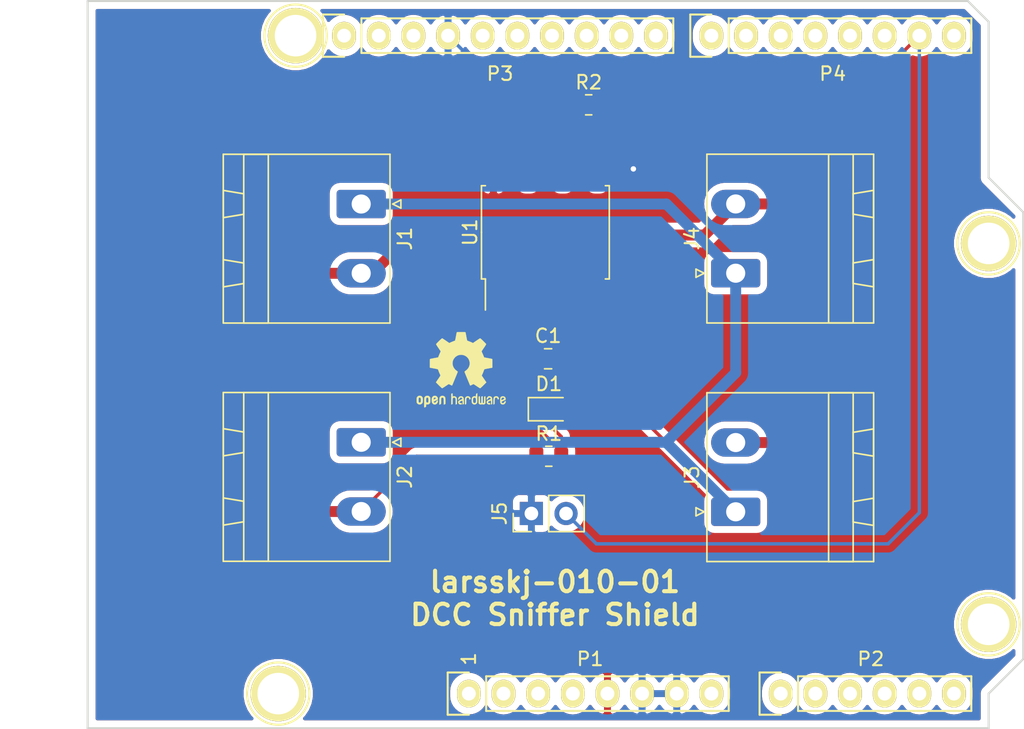
<source format=kicad_pcb>
(kicad_pcb (version 20171130) (host pcbnew 5.1.10-88a1d61d58~90~ubuntu20.04.1)

  (general
    (thickness 1.6)
    (drawings 28)
    (tracks 47)
    (zones 0)
    (modules 19)
    (nets 38)
  )

  (page A4)
  (title_block
    (date "lun. 30 mars 2015")
  )

  (layers
    (0 F.Cu signal)
    (31 B.Cu signal)
    (32 B.Adhes user)
    (33 F.Adhes user)
    (34 B.Paste user)
    (35 F.Paste user)
    (36 B.SilkS user)
    (37 F.SilkS user)
    (38 B.Mask user)
    (39 F.Mask user)
    (40 Dwgs.User user)
    (41 Cmts.User user)
    (42 Eco1.User user)
    (43 Eco2.User user)
    (44 Edge.Cuts user)
    (45 Margin user)
    (46 B.CrtYd user)
    (47 F.CrtYd user)
    (48 B.Fab user)
    (49 F.Fab user)
  )

  (setup
    (last_trace_width 0.25)
    (trace_clearance 0.2)
    (zone_clearance 0.508)
    (zone_45_only no)
    (trace_min 0.2)
    (via_size 0.6)
    (via_drill 0.4)
    (via_min_size 0.4)
    (via_min_drill 0.3)
    (uvia_size 0.3)
    (uvia_drill 0.1)
    (uvias_allowed no)
    (uvia_min_size 0.2)
    (uvia_min_drill 0.1)
    (edge_width 0.15)
    (segment_width 0.15)
    (pcb_text_width 0.3)
    (pcb_text_size 1.5 1.5)
    (mod_edge_width 0.15)
    (mod_text_size 1 1)
    (mod_text_width 0.15)
    (pad_size 4.064 4.064)
    (pad_drill 3.048)
    (pad_to_mask_clearance 0)
    (aux_axis_origin 110.998 126.365)
    (grid_origin 110.998 126.365)
    (visible_elements FFFFFF7F)
    (pcbplotparams
      (layerselection 0x010fc_ffffffff)
      (usegerberextensions true)
      (usegerberattributes false)
      (usegerberadvancedattributes false)
      (creategerberjobfile false)
      (excludeedgelayer true)
      (linewidth 0.100000)
      (plotframeref false)
      (viasonmask false)
      (mode 1)
      (useauxorigin false)
      (hpglpennumber 1)
      (hpglpenspeed 20)
      (hpglpendiameter 15.000000)
      (psnegative false)
      (psa4output false)
      (plotreference true)
      (plotvalue false)
      (plotinvisibletext false)
      (padsonsilk false)
      (subtractmaskfromsilk true)
      (outputformat 1)
      (mirror false)
      (drillshape 0)
      (scaleselection 1)
      (outputdirectory "gerber/"))
  )

  (net 0 "")
  (net 1 /IOREF)
  (net 2 /Reset)
  (net 3 +5V)
  (net 4 GND)
  (net 5 /Vin)
  (net 6 /A0)
  (net 7 /A1)
  (net 8 /A2)
  (net 9 /A3)
  (net 10 /AREF)
  (net 11 "/A4(SDA)")
  (net 12 "/A5(SCL)")
  (net 13 "/9(**)")
  (net 14 /8)
  (net 15 /7)
  (net 16 "/6(**)")
  (net 17 "/5(**)")
  (net 18 /4)
  (net 19 "/3(**)")
  (net 20 /2)
  (net 21 "/1(Tx)")
  (net 22 "/0(Rx)")
  (net 23 "Net-(P5-Pad1)")
  (net 24 "Net-(P6-Pad1)")
  (net 25 "Net-(P7-Pad1)")
  (net 26 "Net-(P8-Pad1)")
  (net 27 "/13(SCK)")
  (net 28 "/10(**/SS)")
  (net 29 "Net-(P1-Pad1)")
  (net 30 +3V3)
  (net 31 "/12(MISO)")
  (net 32 "/11(**/MOSI)")
  (net 33 "Net-(C1-Pad1)")
  (net 34 "Net-(C1-Pad2)")
  (net 35 "Net-(J1-Pad2)")
  (net 36 "Net-(U1-Pad1)")
  (net 37 "Net-(U1-Pad7)")

  (net_class Default "This is the default net class."
    (clearance 0.2)
    (trace_width 0.25)
    (via_dia 0.6)
    (via_drill 0.4)
    (uvia_dia 0.3)
    (uvia_drill 0.1)
    (add_net +3V3)
    (add_net +5V)
    (add_net "/0(Rx)")
    (add_net "/1(Tx)")
    (add_net "/10(**/SS)")
    (add_net "/11(**/MOSI)")
    (add_net "/12(MISO)")
    (add_net "/13(SCK)")
    (add_net /2)
    (add_net "/3(**)")
    (add_net /4)
    (add_net "/5(**)")
    (add_net "/6(**)")
    (add_net /7)
    (add_net /8)
    (add_net "/9(**)")
    (add_net /A0)
    (add_net /A1)
    (add_net /A2)
    (add_net /A3)
    (add_net "/A4(SDA)")
    (add_net "/A5(SCL)")
    (add_net /AREF)
    (add_net /IOREF)
    (add_net /Reset)
    (add_net /Vin)
    (add_net GND)
    (add_net "Net-(C1-Pad1)")
    (add_net "Net-(C1-Pad2)")
    (add_net "Net-(J1-Pad2)")
    (add_net "Net-(P1-Pad1)")
    (add_net "Net-(P5-Pad1)")
    (add_net "Net-(P6-Pad1)")
    (add_net "Net-(P7-Pad1)")
    (add_net "Net-(P8-Pad1)")
    (add_net "Net-(U1-Pad1)")
    (add_net "Net-(U1-Pad7)")
  )

  (module Symbol:OSHW-Logo2_7.3x6mm_SilkScreen (layer F.Cu) (tedit 0) (tstamp 60BF5522)
    (at 138.373 100.065)
    (descr "Open Source Hardware Symbol")
    (tags "Logo Symbol OSHW")
    (attr virtual)
    (fp_text reference REF** (at 0 0) (layer F.SilkS) hide
      (effects (font (size 1 1) (thickness 0.15)))
    )
    (fp_text value OSHW-Logo2_7.3x6mm_SilkScreen (at 0.75 0) (layer F.Fab) hide
      (effects (font (size 1 1) (thickness 0.15)))
    )
    (fp_poly (pts (xy 0.10391 -2.757652) (xy 0.182454 -2.757222) (xy 0.239298 -2.756058) (xy 0.278105 -2.753793)
      (xy 0.302538 -2.75006) (xy 0.316262 -2.744494) (xy 0.32294 -2.736727) (xy 0.326236 -2.726395)
      (xy 0.326556 -2.725057) (xy 0.331562 -2.700921) (xy 0.340829 -2.653299) (xy 0.353392 -2.587259)
      (xy 0.368287 -2.507872) (xy 0.384551 -2.420204) (xy 0.385119 -2.417125) (xy 0.40141 -2.331211)
      (xy 0.416652 -2.255304) (xy 0.429861 -2.193955) (xy 0.440054 -2.151718) (xy 0.446248 -2.133145)
      (xy 0.446543 -2.132816) (xy 0.464788 -2.123747) (xy 0.502405 -2.108633) (xy 0.551271 -2.090738)
      (xy 0.551543 -2.090642) (xy 0.613093 -2.067507) (xy 0.685657 -2.038035) (xy 0.754057 -2.008403)
      (xy 0.757294 -2.006938) (xy 0.868702 -1.956374) (xy 1.115399 -2.12484) (xy 1.191077 -2.176197)
      (xy 1.259631 -2.222111) (xy 1.317088 -2.25997) (xy 1.359476 -2.287163) (xy 1.382825 -2.301079)
      (xy 1.385042 -2.302111) (xy 1.40201 -2.297516) (xy 1.433701 -2.275345) (xy 1.481352 -2.234553)
      (xy 1.546198 -2.174095) (xy 1.612397 -2.109773) (xy 1.676214 -2.046388) (xy 1.733329 -1.988549)
      (xy 1.780305 -1.939825) (xy 1.813703 -1.90379) (xy 1.830085 -1.884016) (xy 1.830694 -1.882998)
      (xy 1.832505 -1.869428) (xy 1.825683 -1.847267) (xy 1.80854 -1.813522) (xy 1.779393 -1.7652)
      (xy 1.736555 -1.699308) (xy 1.679448 -1.614483) (xy 1.628766 -1.539823) (xy 1.583461 -1.47286)
      (xy 1.54615 -1.417484) (xy 1.519452 -1.37758) (xy 1.505985 -1.357038) (xy 1.505137 -1.355644)
      (xy 1.506781 -1.335962) (xy 1.519245 -1.297707) (xy 1.540048 -1.248111) (xy 1.547462 -1.232272)
      (xy 1.579814 -1.16171) (xy 1.614328 -1.081647) (xy 1.642365 -1.012371) (xy 1.662568 -0.960955)
      (xy 1.678615 -0.921881) (xy 1.687888 -0.901459) (xy 1.689041 -0.899886) (xy 1.706096 -0.897279)
      (xy 1.746298 -0.890137) (xy 1.804302 -0.879477) (xy 1.874763 -0.866315) (xy 1.952335 -0.851667)
      (xy 2.031672 -0.836551) (xy 2.107431 -0.821982) (xy 2.174264 -0.808978) (xy 2.226828 -0.798555)
      (xy 2.259776 -0.79173) (xy 2.267857 -0.789801) (xy 2.276205 -0.785038) (xy 2.282506 -0.774282)
      (xy 2.287045 -0.753902) (xy 2.290104 -0.720266) (xy 2.291967 -0.669745) (xy 2.292918 -0.598708)
      (xy 2.29324 -0.503524) (xy 2.293257 -0.464508) (xy 2.293257 -0.147201) (xy 2.217057 -0.132161)
      (xy 2.174663 -0.124005) (xy 2.1114 -0.112101) (xy 2.034962 -0.097884) (xy 1.953043 -0.08279)
      (xy 1.9304 -0.078645) (xy 1.854806 -0.063947) (xy 1.788953 -0.049495) (xy 1.738366 -0.036625)
      (xy 1.708574 -0.026678) (xy 1.703612 -0.023713) (xy 1.691426 -0.002717) (xy 1.673953 0.037967)
      (xy 1.654577 0.090322) (xy 1.650734 0.1016) (xy 1.625339 0.171523) (xy 1.593817 0.250418)
      (xy 1.562969 0.321266) (xy 1.562817 0.321595) (xy 1.511447 0.432733) (xy 1.680399 0.681253)
      (xy 1.849352 0.929772) (xy 1.632429 1.147058) (xy 1.566819 1.211726) (xy 1.506979 1.268733)
      (xy 1.456267 1.315033) (xy 1.418046 1.347584) (xy 1.395675 1.363343) (xy 1.392466 1.364343)
      (xy 1.373626 1.356469) (xy 1.33518 1.334578) (xy 1.28133 1.301267) (xy 1.216276 1.259131)
      (xy 1.14594 1.211943) (xy 1.074555 1.16381) (xy 1.010908 1.121928) (xy 0.959041 1.088871)
      (xy 0.922995 1.067218) (xy 0.906867 1.059543) (xy 0.887189 1.066037) (xy 0.849875 1.08315)
      (xy 0.802621 1.107326) (xy 0.797612 1.110013) (xy 0.733977 1.141927) (xy 0.690341 1.157579)
      (xy 0.663202 1.157745) (xy 0.649057 1.143204) (xy 0.648975 1.143) (xy 0.641905 1.125779)
      (xy 0.625042 1.084899) (xy 0.599695 1.023525) (xy 0.567171 0.944819) (xy 0.528778 0.851947)
      (xy 0.485822 0.748072) (xy 0.444222 0.647502) (xy 0.398504 0.536516) (xy 0.356526 0.433703)
      (xy 0.319548 0.342215) (xy 0.288827 0.265201) (xy 0.265622 0.205815) (xy 0.25119 0.167209)
      (xy 0.246743 0.1528) (xy 0.257896 0.136272) (xy 0.287069 0.10993) (xy 0.325971 0.080887)
      (xy 0.436757 -0.010961) (xy 0.523351 -0.116241) (xy 0.584716 -0.232734) (xy 0.619815 -0.358224)
      (xy 0.627608 -0.490493) (xy 0.621943 -0.551543) (xy 0.591078 -0.678205) (xy 0.53792 -0.790059)
      (xy 0.465767 -0.885999) (xy 0.377917 -0.964924) (xy 0.277665 -1.02573) (xy 0.16831 -1.067313)
      (xy 0.053147 -1.088572) (xy -0.064525 -1.088401) (xy -0.18141 -1.065699) (xy -0.294211 -1.019362)
      (xy -0.399631 -0.948287) (xy -0.443632 -0.908089) (xy -0.528021 -0.804871) (xy -0.586778 -0.692075)
      (xy -0.620296 -0.57299) (xy -0.628965 -0.450905) (xy -0.613177 -0.329107) (xy -0.573322 -0.210884)
      (xy -0.509793 -0.099525) (xy -0.422979 0.001684) (xy -0.325971 0.080887) (xy -0.285563 0.111162)
      (xy -0.257018 0.137219) (xy -0.246743 0.152825) (xy -0.252123 0.169843) (xy -0.267425 0.2105)
      (xy -0.291388 0.271642) (xy -0.322756 0.350119) (xy -0.360268 0.44278) (xy -0.402667 0.546472)
      (xy -0.444337 0.647526) (xy -0.49031 0.758607) (xy -0.532893 0.861541) (xy -0.570779 0.953165)
      (xy -0.60266 1.030316) (xy -0.627229 1.089831) (xy -0.64318 1.128544) (xy -0.64909 1.143)
      (xy -0.663052 1.157685) (xy -0.69006 1.157642) (xy -0.733587 1.142099) (xy -0.79711 1.110284)
      (xy -0.797612 1.110013) (xy -0.84544 1.085323) (xy -0.884103 1.067338) (xy -0.905905 1.059614)
      (xy -0.906867 1.059543) (xy -0.923279 1.067378) (xy -0.959513 1.089165) (xy -1.011526 1.122328)
      (xy -1.075275 1.164291) (xy -1.14594 1.211943) (xy -1.217884 1.260191) (xy -1.282726 1.302151)
      (xy -1.336265 1.335227) (xy -1.374303 1.356821) (xy -1.392467 1.364343) (xy -1.409192 1.354457)
      (xy -1.44282 1.326826) (xy -1.48999 1.284495) (xy -1.547342 1.230505) (xy -1.611516 1.167899)
      (xy -1.632503 1.146983) (xy -1.849501 0.929623) (xy -1.684332 0.68722) (xy -1.634136 0.612781)
      (xy -1.590081 0.545972) (xy -1.554638 0.490665) (xy -1.530281 0.450729) (xy -1.519478 0.430036)
      (xy -1.519162 0.428563) (xy -1.524857 0.409058) (xy -1.540174 0.369822) (xy -1.562463 0.31743)
      (xy -1.578107 0.282355) (xy -1.607359 0.215201) (xy -1.634906 0.147358) (xy -1.656263 0.090034)
      (xy -1.662065 0.072572) (xy -1.678548 0.025938) (xy -1.69466 -0.010095) (xy -1.70351 -0.023713)
      (xy -1.72304 -0.032048) (xy -1.765666 -0.043863) (xy -1.825855 -0.057819) (xy -1.898078 -0.072578)
      (xy -1.9304 -0.078645) (xy -2.012478 -0.093727) (xy -2.091205 -0.108331) (xy -2.158891 -0.12102)
      (xy -2.20784 -0.130358) (xy -2.217057 -0.132161) (xy -2.293257 -0.147201) (xy -2.293257 -0.464508)
      (xy -2.293086 -0.568846) (xy -2.292384 -0.647787) (xy -2.290866 -0.704962) (xy -2.288251 -0.744001)
      (xy -2.284254 -0.768535) (xy -2.278591 -0.782195) (xy -2.27098 -0.788611) (xy -2.267857 -0.789801)
      (xy -2.249022 -0.79402) (xy -2.207412 -0.802438) (xy -2.14837 -0.814039) (xy -2.077243 -0.827805)
      (xy -1.999375 -0.84272) (xy -1.920113 -0.857768) (xy -1.844802 -0.871931) (xy -1.778787 -0.884194)
      (xy -1.727413 -0.893539) (xy -1.696025 -0.89895) (xy -1.689041 -0.899886) (xy -1.682715 -0.912404)
      (xy -1.66871 -0.945754) (xy -1.649645 -0.993623) (xy -1.642366 -1.012371) (xy -1.613004 -1.084805)
      (xy -1.578429 -1.16483) (xy -1.547463 -1.232272) (xy -1.524677 -1.283841) (xy -1.509518 -1.326215)
      (xy -1.504458 -1.352166) (xy -1.505264 -1.355644) (xy -1.515959 -1.372064) (xy -1.54038 -1.408583)
      (xy -1.575905 -1.461313) (xy -1.619913 -1.526365) (xy -1.669783 -1.599849) (xy -1.679644 -1.614355)
      (xy -1.737508 -1.700296) (xy -1.780044 -1.765739) (xy -1.808946 -1.813696) (xy -1.82591 -1.84718)
      (xy -1.832633 -1.869205) (xy -1.83081 -1.882783) (xy -1.830764 -1.882869) (xy -1.816414 -1.900703)
      (xy -1.784677 -1.935183) (xy -1.73899 -1.982732) (xy -1.682796 -2.039778) (xy -1.619532 -2.102745)
      (xy -1.612398 -2.109773) (xy -1.53267 -2.18698) (xy -1.471143 -2.24367) (xy -1.426579 -2.28089)
      (xy -1.397743 -2.299685) (xy -1.385042 -2.302111) (xy -1.366506 -2.291529) (xy -1.328039 -2.267084)
      (xy -1.273614 -2.231388) (xy -1.207202 -2.187053) (xy -1.132775 -2.136689) (xy -1.115399 -2.12484)
      (xy -0.868703 -1.956374) (xy -0.757294 -2.006938) (xy -0.689543 -2.036405) (xy -0.616817 -2.066041)
      (xy -0.554297 -2.08967) (xy -0.551543 -2.090642) (xy -0.50264 -2.108543) (xy -0.464943 -2.12368)
      (xy -0.446575 -2.13279) (xy -0.446544 -2.132816) (xy -0.440715 -2.149283) (xy -0.430808 -2.189781)
      (xy -0.417805 -2.249758) (xy -0.402691 -2.32466) (xy -0.386448 -2.409936) (xy -0.385119 -2.417125)
      (xy -0.368825 -2.504986) (xy -0.353867 -2.58474) (xy -0.341209 -2.651319) (xy -0.331814 -2.699653)
      (xy -0.326646 -2.724675) (xy -0.326556 -2.725057) (xy -0.323411 -2.735701) (xy -0.317296 -2.743738)
      (xy -0.304547 -2.749533) (xy -0.2815 -2.753453) (xy -0.244491 -2.755865) (xy -0.189856 -2.757135)
      (xy -0.113933 -2.757629) (xy -0.013056 -2.757714) (xy 0 -2.757714) (xy 0.10391 -2.757652)) (layer F.SilkS) (width 0.01))
    (fp_poly (pts (xy 3.153595 1.966966) (xy 3.211021 2.004497) (xy 3.238719 2.038096) (xy 3.260662 2.099064)
      (xy 3.262405 2.147308) (xy 3.258457 2.211816) (xy 3.109686 2.276934) (xy 3.037349 2.310202)
      (xy 2.990084 2.336964) (xy 2.965507 2.360144) (xy 2.961237 2.382667) (xy 2.974889 2.407455)
      (xy 2.989943 2.423886) (xy 3.033746 2.450235) (xy 3.081389 2.452081) (xy 3.125145 2.431546)
      (xy 3.157289 2.390752) (xy 3.163038 2.376347) (xy 3.190576 2.331356) (xy 3.222258 2.312182)
      (xy 3.265714 2.295779) (xy 3.265714 2.357966) (xy 3.261872 2.400283) (xy 3.246823 2.435969)
      (xy 3.21528 2.476943) (xy 3.210592 2.482267) (xy 3.175506 2.51872) (xy 3.145347 2.538283)
      (xy 3.107615 2.547283) (xy 3.076335 2.55023) (xy 3.020385 2.550965) (xy 2.980555 2.54166)
      (xy 2.955708 2.527846) (xy 2.916656 2.497467) (xy 2.889625 2.464613) (xy 2.872517 2.423294)
      (xy 2.863238 2.367521) (xy 2.859693 2.291305) (xy 2.85941 2.252622) (xy 2.860372 2.206247)
      (xy 2.948007 2.206247) (xy 2.949023 2.231126) (xy 2.951556 2.2352) (xy 2.968274 2.229665)
      (xy 3.004249 2.215017) (xy 3.052331 2.19419) (xy 3.062386 2.189714) (xy 3.123152 2.158814)
      (xy 3.156632 2.131657) (xy 3.16399 2.10622) (xy 3.146391 2.080481) (xy 3.131856 2.069109)
      (xy 3.07941 2.046364) (xy 3.030322 2.050122) (xy 2.989227 2.077884) (xy 2.960758 2.127152)
      (xy 2.951631 2.166257) (xy 2.948007 2.206247) (xy 2.860372 2.206247) (xy 2.861285 2.162249)
      (xy 2.868196 2.095384) (xy 2.881884 2.046695) (xy 2.904096 2.010849) (xy 2.936574 1.982513)
      (xy 2.950733 1.973355) (xy 3.015053 1.949507) (xy 3.085473 1.948006) (xy 3.153595 1.966966)) (layer F.SilkS) (width 0.01))
    (fp_poly (pts (xy 2.6526 1.958752) (xy 2.669948 1.966334) (xy 2.711356 1.999128) (xy 2.746765 2.046547)
      (xy 2.768664 2.097151) (xy 2.772229 2.122098) (xy 2.760279 2.156927) (xy 2.734067 2.175357)
      (xy 2.705964 2.186516) (xy 2.693095 2.188572) (xy 2.686829 2.173649) (xy 2.674456 2.141175)
      (xy 2.669028 2.126502) (xy 2.63859 2.075744) (xy 2.59452 2.050427) (xy 2.53801 2.051206)
      (xy 2.533825 2.052203) (xy 2.503655 2.066507) (xy 2.481476 2.094393) (xy 2.466327 2.139287)
      (xy 2.45725 2.204615) (xy 2.453286 2.293804) (xy 2.452914 2.341261) (xy 2.45273 2.416071)
      (xy 2.451522 2.467069) (xy 2.448309 2.499471) (xy 2.442109 2.518495) (xy 2.43194 2.529356)
      (xy 2.416819 2.537272) (xy 2.415946 2.53767) (xy 2.386828 2.549981) (xy 2.372403 2.554514)
      (xy 2.370186 2.540809) (xy 2.368289 2.502925) (xy 2.366847 2.445715) (xy 2.365998 2.374027)
      (xy 2.365829 2.321565) (xy 2.366692 2.220047) (xy 2.37007 2.143032) (xy 2.377142 2.086023)
      (xy 2.389088 2.044526) (xy 2.40709 2.014043) (xy 2.432327 1.99008) (xy 2.457247 1.973355)
      (xy 2.517171 1.951097) (xy 2.586911 1.946076) (xy 2.6526 1.958752)) (layer F.SilkS) (width 0.01))
    (fp_poly (pts (xy 2.144876 1.956335) (xy 2.186667 1.975344) (xy 2.219469 1.998378) (xy 2.243503 2.024133)
      (xy 2.260097 2.057358) (xy 2.270577 2.1028) (xy 2.276271 2.165207) (xy 2.278507 2.249327)
      (xy 2.278743 2.304721) (xy 2.278743 2.520826) (xy 2.241774 2.53767) (xy 2.212656 2.549981)
      (xy 2.198231 2.554514) (xy 2.195472 2.541025) (xy 2.193282 2.504653) (xy 2.191942 2.451542)
      (xy 2.191657 2.409372) (xy 2.190434 2.348447) (xy 2.187136 2.300115) (xy 2.182321 2.270518)
      (xy 2.178496 2.264229) (xy 2.152783 2.270652) (xy 2.112418 2.287125) (xy 2.065679 2.309458)
      (xy 2.020845 2.333457) (xy 1.986193 2.35493) (xy 1.970002 2.369685) (xy 1.969938 2.369845)
      (xy 1.97133 2.397152) (xy 1.983818 2.423219) (xy 2.005743 2.444392) (xy 2.037743 2.451474)
      (xy 2.065092 2.450649) (xy 2.103826 2.450042) (xy 2.124158 2.459116) (xy 2.136369 2.483092)
      (xy 2.137909 2.487613) (xy 2.143203 2.521806) (xy 2.129047 2.542568) (xy 2.092148 2.552462)
      (xy 2.052289 2.554292) (xy 1.980562 2.540727) (xy 1.943432 2.521355) (xy 1.897576 2.475845)
      (xy 1.873256 2.419983) (xy 1.871073 2.360957) (xy 1.891629 2.305953) (xy 1.922549 2.271486)
      (xy 1.95342 2.252189) (xy 2.001942 2.227759) (xy 2.058485 2.202985) (xy 2.06791 2.199199)
      (xy 2.130019 2.171791) (xy 2.165822 2.147634) (xy 2.177337 2.123619) (xy 2.16658 2.096635)
      (xy 2.148114 2.075543) (xy 2.104469 2.049572) (xy 2.056446 2.047624) (xy 2.012406 2.067637)
      (xy 1.980709 2.107551) (xy 1.976549 2.117848) (xy 1.952327 2.155724) (xy 1.916965 2.183842)
      (xy 1.872343 2.206917) (xy 1.872343 2.141485) (xy 1.874969 2.101506) (xy 1.88623 2.069997)
      (xy 1.911199 2.036378) (xy 1.935169 2.010484) (xy 1.972441 1.973817) (xy 2.001401 1.954121)
      (xy 2.032505 1.94622) (xy 2.067713 1.944914) (xy 2.144876 1.956335)) (layer F.SilkS) (width 0.01))
    (fp_poly (pts (xy 1.779833 1.958663) (xy 1.782048 1.99685) (xy 1.783784 2.054886) (xy 1.784899 2.12818)
      (xy 1.785257 2.205055) (xy 1.785257 2.465196) (xy 1.739326 2.511127) (xy 1.707675 2.539429)
      (xy 1.67989 2.550893) (xy 1.641915 2.550168) (xy 1.62684 2.548321) (xy 1.579726 2.542948)
      (xy 1.540756 2.539869) (xy 1.531257 2.539585) (xy 1.499233 2.541445) (xy 1.453432 2.546114)
      (xy 1.435674 2.548321) (xy 1.392057 2.551735) (xy 1.362745 2.54432) (xy 1.33368 2.521427)
      (xy 1.323188 2.511127) (xy 1.277257 2.465196) (xy 1.277257 1.978602) (xy 1.314226 1.961758)
      (xy 1.346059 1.949282) (xy 1.364683 1.944914) (xy 1.369458 1.958718) (xy 1.373921 1.997286)
      (xy 1.377775 2.056356) (xy 1.380722 2.131663) (xy 1.382143 2.195286) (xy 1.386114 2.445657)
      (xy 1.420759 2.450556) (xy 1.452268 2.447131) (xy 1.467708 2.436041) (xy 1.472023 2.415308)
      (xy 1.475708 2.371145) (xy 1.478469 2.309146) (xy 1.480012 2.234909) (xy 1.480235 2.196706)
      (xy 1.480457 1.976783) (xy 1.526166 1.960849) (xy 1.558518 1.950015) (xy 1.576115 1.944962)
      (xy 1.576623 1.944914) (xy 1.578388 1.958648) (xy 1.580329 1.99673) (xy 1.582282 2.054482)
      (xy 1.584084 2.127227) (xy 1.585343 2.195286) (xy 1.589314 2.445657) (xy 1.6764 2.445657)
      (xy 1.680396 2.21724) (xy 1.684392 1.988822) (xy 1.726847 1.966868) (xy 1.758192 1.951793)
      (xy 1.776744 1.944951) (xy 1.777279 1.944914) (xy 1.779833 1.958663)) (layer F.SilkS) (width 0.01))
    (fp_poly (pts (xy 1.190117 2.065358) (xy 1.189933 2.173837) (xy 1.189219 2.257287) (xy 1.187675 2.319704)
      (xy 1.185001 2.365085) (xy 1.180894 2.397429) (xy 1.175055 2.420733) (xy 1.167182 2.438995)
      (xy 1.161221 2.449418) (xy 1.111855 2.505945) (xy 1.049264 2.541377) (xy 0.980013 2.55409)
      (xy 0.910668 2.542463) (xy 0.869375 2.521568) (xy 0.826025 2.485422) (xy 0.796481 2.441276)
      (xy 0.778655 2.383462) (xy 0.770463 2.306313) (xy 0.769302 2.249714) (xy 0.769458 2.245647)
      (xy 0.870857 2.245647) (xy 0.871476 2.31055) (xy 0.874314 2.353514) (xy 0.88084 2.381622)
      (xy 0.892523 2.401953) (xy 0.906483 2.417288) (xy 0.953365 2.44689) (xy 1.003701 2.449419)
      (xy 1.051276 2.424705) (xy 1.054979 2.421356) (xy 1.070783 2.403935) (xy 1.080693 2.383209)
      (xy 1.086058 2.352362) (xy 1.088228 2.304577) (xy 1.088571 2.251748) (xy 1.087827 2.185381)
      (xy 1.084748 2.141106) (xy 1.078061 2.112009) (xy 1.066496 2.091173) (xy 1.057013 2.080107)
      (xy 1.01296 2.052198) (xy 0.962224 2.048843) (xy 0.913796 2.070159) (xy 0.90445 2.078073)
      (xy 0.88854 2.095647) (xy 0.87861 2.116587) (xy 0.873278 2.147782) (xy 0.871163 2.196122)
      (xy 0.870857 2.245647) (xy 0.769458 2.245647) (xy 0.77281 2.158568) (xy 0.784726 2.090086)
      (xy 0.807135 2.0386) (xy 0.842124 1.998443) (xy 0.869375 1.977861) (xy 0.918907 1.955625)
      (xy 0.976316 1.945304) (xy 1.029682 1.948067) (xy 1.059543 1.959212) (xy 1.071261 1.962383)
      (xy 1.079037 1.950557) (xy 1.084465 1.918866) (xy 1.088571 1.870593) (xy 1.093067 1.816829)
      (xy 1.099313 1.784482) (xy 1.110676 1.765985) (xy 1.130528 1.75377) (xy 1.143 1.748362)
      (xy 1.190171 1.728601) (xy 1.190117 2.065358)) (layer F.SilkS) (width 0.01))
    (fp_poly (pts (xy 0.529926 1.949755) (xy 0.595858 1.974084) (xy 0.649273 2.017117) (xy 0.670164 2.047409)
      (xy 0.692939 2.102994) (xy 0.692466 2.143186) (xy 0.668562 2.170217) (xy 0.659717 2.174813)
      (xy 0.62153 2.189144) (xy 0.602028 2.185472) (xy 0.595422 2.161407) (xy 0.595086 2.148114)
      (xy 0.582992 2.09921) (xy 0.551471 2.064999) (xy 0.507659 2.048476) (xy 0.458695 2.052634)
      (xy 0.418894 2.074227) (xy 0.40545 2.086544) (xy 0.395921 2.101487) (xy 0.389485 2.124075)
      (xy 0.385317 2.159328) (xy 0.382597 2.212266) (xy 0.380502 2.287907) (xy 0.37996 2.311857)
      (xy 0.377981 2.39379) (xy 0.375731 2.451455) (xy 0.372357 2.489608) (xy 0.367006 2.513004)
      (xy 0.358824 2.526398) (xy 0.346959 2.534545) (xy 0.339362 2.538144) (xy 0.307102 2.550452)
      (xy 0.288111 2.554514) (xy 0.281836 2.540948) (xy 0.278006 2.499934) (xy 0.2766 2.430999)
      (xy 0.277598 2.333669) (xy 0.277908 2.318657) (xy 0.280101 2.229859) (xy 0.282693 2.165019)
      (xy 0.286382 2.119067) (xy 0.291864 2.086935) (xy 0.299835 2.063553) (xy 0.310993 2.043852)
      (xy 0.31683 2.03541) (xy 0.350296 1.998057) (xy 0.387727 1.969003) (xy 0.392309 1.966467)
      (xy 0.459426 1.946443) (xy 0.529926 1.949755)) (layer F.SilkS) (width 0.01))
    (fp_poly (pts (xy 0.039744 1.950968) (xy 0.096616 1.972087) (xy 0.097267 1.972493) (xy 0.13244 1.99838)
      (xy 0.158407 2.028633) (xy 0.17667 2.068058) (xy 0.188732 2.121462) (xy 0.196096 2.193651)
      (xy 0.200264 2.289432) (xy 0.200629 2.303078) (xy 0.205876 2.508842) (xy 0.161716 2.531678)
      (xy 0.129763 2.54711) (xy 0.11047 2.554423) (xy 0.109578 2.554514) (xy 0.106239 2.541022)
      (xy 0.103587 2.504626) (xy 0.101956 2.451452) (xy 0.1016 2.408393) (xy 0.101592 2.338641)
      (xy 0.098403 2.294837) (xy 0.087288 2.273944) (xy 0.063501 2.272925) (xy 0.022296 2.288741)
      (xy -0.039914 2.317815) (xy -0.085659 2.341963) (xy -0.109187 2.362913) (xy -0.116104 2.385747)
      (xy -0.116114 2.386877) (xy -0.104701 2.426212) (xy -0.070908 2.447462) (xy -0.019191 2.450539)
      (xy 0.018061 2.450006) (xy 0.037703 2.460735) (xy 0.049952 2.486505) (xy 0.057002 2.519337)
      (xy 0.046842 2.537966) (xy 0.043017 2.540632) (xy 0.007001 2.55134) (xy -0.043434 2.552856)
      (xy -0.095374 2.545759) (xy -0.132178 2.532788) (xy -0.183062 2.489585) (xy -0.211986 2.429446)
      (xy -0.217714 2.382462) (xy -0.213343 2.340082) (xy -0.197525 2.305488) (xy -0.166203 2.274763)
      (xy -0.115322 2.24399) (xy -0.040824 2.209252) (xy -0.036286 2.207288) (xy 0.030821 2.176287)
      (xy 0.072232 2.150862) (xy 0.089981 2.128014) (xy 0.086107 2.104745) (xy 0.062643 2.078056)
      (xy 0.055627 2.071914) (xy 0.00863 2.0481) (xy -0.040067 2.049103) (xy -0.082478 2.072451)
      (xy -0.110616 2.115675) (xy -0.113231 2.12416) (xy -0.138692 2.165308) (xy -0.170999 2.185128)
      (xy -0.217714 2.20477) (xy -0.217714 2.15395) (xy -0.203504 2.080082) (xy -0.161325 2.012327)
      (xy -0.139376 1.989661) (xy -0.089483 1.960569) (xy -0.026033 1.9474) (xy 0.039744 1.950968)) (layer F.SilkS) (width 0.01))
    (fp_poly (pts (xy -0.624114 1.851289) (xy -0.619861 1.910613) (xy -0.614975 1.945572) (xy -0.608205 1.96082)
      (xy -0.598298 1.961015) (xy -0.595086 1.959195) (xy -0.552356 1.946015) (xy -0.496773 1.946785)
      (xy -0.440263 1.960333) (xy -0.404918 1.977861) (xy -0.368679 2.005861) (xy -0.342187 2.037549)
      (xy -0.324001 2.077813) (xy -0.312678 2.131543) (xy -0.306778 2.203626) (xy -0.304857 2.298951)
      (xy -0.304823 2.317237) (xy -0.3048 2.522646) (xy -0.350509 2.53858) (xy -0.382973 2.54942)
      (xy -0.400785 2.554468) (xy -0.401309 2.554514) (xy -0.403063 2.540828) (xy -0.404556 2.503076)
      (xy -0.405674 2.446224) (xy -0.406303 2.375234) (xy -0.4064 2.332073) (xy -0.406602 2.246973)
      (xy -0.407642 2.185981) (xy -0.410169 2.144177) (xy -0.414836 2.116642) (xy -0.422293 2.098456)
      (xy -0.433189 2.084698) (xy -0.439993 2.078073) (xy -0.486728 2.051375) (xy -0.537728 2.049375)
      (xy -0.583999 2.071955) (xy -0.592556 2.080107) (xy -0.605107 2.095436) (xy -0.613812 2.113618)
      (xy -0.619369 2.139909) (xy -0.622474 2.179562) (xy -0.623824 2.237832) (xy -0.624114 2.318173)
      (xy -0.624114 2.522646) (xy -0.669823 2.53858) (xy -0.702287 2.54942) (xy -0.720099 2.554468)
      (xy -0.720623 2.554514) (xy -0.721963 2.540623) (xy -0.723172 2.501439) (xy -0.724199 2.4407)
      (xy -0.724998 2.362141) (xy -0.725519 2.269498) (xy -0.725714 2.166509) (xy -0.725714 1.769342)
      (xy -0.678543 1.749444) (xy -0.631371 1.729547) (xy -0.624114 1.851289)) (layer F.SilkS) (width 0.01))
    (fp_poly (pts (xy -1.831697 1.931239) (xy -1.774473 1.969735) (xy -1.730251 2.025335) (xy -1.703833 2.096086)
      (xy -1.69849 2.148162) (xy -1.699097 2.169893) (xy -1.704178 2.186531) (xy -1.718145 2.201437)
      (xy -1.745411 2.217973) (xy -1.790388 2.239498) (xy -1.857489 2.269374) (xy -1.857829 2.269524)
      (xy -1.919593 2.297813) (xy -1.970241 2.322933) (xy -2.004596 2.342179) (xy -2.017482 2.352848)
      (xy -2.017486 2.352934) (xy -2.006128 2.376166) (xy -1.979569 2.401774) (xy -1.949077 2.420221)
      (xy -1.93363 2.423886) (xy -1.891485 2.411212) (xy -1.855192 2.379471) (xy -1.837483 2.344572)
      (xy -1.820448 2.318845) (xy -1.787078 2.289546) (xy -1.747851 2.264235) (xy -1.713244 2.250471)
      (xy -1.706007 2.249714) (xy -1.697861 2.26216) (xy -1.69737 2.293972) (xy -1.703357 2.336866)
      (xy -1.714643 2.382558) (xy -1.73005 2.422761) (xy -1.730829 2.424322) (xy -1.777196 2.489062)
      (xy -1.837289 2.533097) (xy -1.905535 2.554711) (xy -1.976362 2.552185) (xy -2.044196 2.523804)
      (xy -2.047212 2.521808) (xy -2.100573 2.473448) (xy -2.13566 2.410352) (xy -2.155078 2.327387)
      (xy -2.157684 2.304078) (xy -2.162299 2.194055) (xy -2.156767 2.142748) (xy -2.017486 2.142748)
      (xy -2.015676 2.174753) (xy -2.005778 2.184093) (xy -1.981102 2.177105) (xy -1.942205 2.160587)
      (xy -1.898725 2.139881) (xy -1.897644 2.139333) (xy -1.860791 2.119949) (xy -1.846 2.107013)
      (xy -1.849647 2.093451) (xy -1.865005 2.075632) (xy -1.904077 2.049845) (xy -1.946154 2.04795)
      (xy -1.983897 2.066717) (xy -2.009966 2.102915) (xy -2.017486 2.142748) (xy -2.156767 2.142748)
      (xy -2.152806 2.106027) (xy -2.12845 2.036212) (xy -2.094544 1.987302) (xy -2.033347 1.937878)
      (xy -1.965937 1.913359) (xy -1.89712 1.911797) (xy -1.831697 1.931239)) (layer F.SilkS) (width 0.01))
    (fp_poly (pts (xy -2.958885 1.921962) (xy -2.890855 1.957733) (xy -2.840649 2.015301) (xy -2.822815 2.052312)
      (xy -2.808937 2.107882) (xy -2.801833 2.178096) (xy -2.80116 2.254727) (xy -2.806573 2.329552)
      (xy -2.81773 2.394342) (xy -2.834286 2.440873) (xy -2.839374 2.448887) (xy -2.899645 2.508707)
      (xy -2.971231 2.544535) (xy -3.048908 2.55502) (xy -3.127452 2.53881) (xy -3.149311 2.529092)
      (xy -3.191878 2.499143) (xy -3.229237 2.459433) (xy -3.232768 2.454397) (xy -3.247119 2.430124)
      (xy -3.256606 2.404178) (xy -3.26221 2.370022) (xy -3.264914 2.321119) (xy -3.265701 2.250935)
      (xy -3.265714 2.2352) (xy -3.265678 2.230192) (xy -3.120571 2.230192) (xy -3.119727 2.29643)
      (xy -3.116404 2.340386) (xy -3.109417 2.368779) (xy -3.097584 2.388325) (xy -3.091543 2.394857)
      (xy -3.056814 2.41968) (xy -3.023097 2.418548) (xy -2.989005 2.397016) (xy -2.968671 2.374029)
      (xy -2.956629 2.340478) (xy -2.949866 2.287569) (xy -2.949402 2.281399) (xy -2.948248 2.185513)
      (xy -2.960312 2.114299) (xy -2.98543 2.068194) (xy -3.02344 2.047635) (xy -3.037008 2.046514)
      (xy -3.072636 2.052152) (xy -3.097006 2.071686) (xy -3.111907 2.109042) (xy -3.119125 2.16815)
      (xy -3.120571 2.230192) (xy -3.265678 2.230192) (xy -3.265174 2.160413) (xy -3.262904 2.108159)
      (xy -3.257932 2.071949) (xy -3.249287 2.045299) (xy -3.235995 2.021722) (xy -3.233057 2.017338)
      (xy -3.183687 1.958249) (xy -3.129891 1.923947) (xy -3.064398 1.910331) (xy -3.042158 1.909665)
      (xy -2.958885 1.921962)) (layer F.SilkS) (width 0.01))
    (fp_poly (pts (xy -1.283907 1.92778) (xy -1.237328 1.954723) (xy -1.204943 1.981466) (xy -1.181258 2.009484)
      (xy -1.164941 2.043748) (xy -1.154661 2.089227) (xy -1.149086 2.150892) (xy -1.146884 2.233711)
      (xy -1.146629 2.293246) (xy -1.146629 2.512391) (xy -1.208314 2.540044) (xy -1.27 2.567697)
      (xy -1.277257 2.32767) (xy -1.280256 2.238028) (xy -1.283402 2.172962) (xy -1.287299 2.128026)
      (xy -1.292553 2.09877) (xy -1.299769 2.080748) (xy -1.30955 2.069511) (xy -1.312688 2.067079)
      (xy -1.360239 2.048083) (xy -1.408303 2.0556) (xy -1.436914 2.075543) (xy -1.448553 2.089675)
      (xy -1.456609 2.10822) (xy -1.461729 2.136334) (xy -1.464559 2.179173) (xy -1.465744 2.241895)
      (xy -1.465943 2.307261) (xy -1.465982 2.389268) (xy -1.467386 2.447316) (xy -1.472086 2.486465)
      (xy -1.482013 2.51178) (xy -1.499097 2.528323) (xy -1.525268 2.541156) (xy -1.560225 2.554491)
      (xy -1.598404 2.569007) (xy -1.593859 2.311389) (xy -1.592029 2.218519) (xy -1.589888 2.149889)
      (xy -1.586819 2.100711) (xy -1.582206 2.066198) (xy -1.575432 2.041562) (xy -1.565881 2.022016)
      (xy -1.554366 2.00477) (xy -1.49881 1.94968) (xy -1.43102 1.917822) (xy -1.357287 1.910191)
      (xy -1.283907 1.92778)) (layer F.SilkS) (width 0.01))
    (fp_poly (pts (xy -2.400256 1.919918) (xy -2.344799 1.947568) (xy -2.295852 1.99848) (xy -2.282371 2.017338)
      (xy -2.267686 2.042015) (xy -2.258158 2.068816) (xy -2.252707 2.104587) (xy -2.250253 2.156169)
      (xy -2.249714 2.224267) (xy -2.252148 2.317588) (xy -2.260606 2.387657) (xy -2.276826 2.439931)
      (xy -2.302546 2.479869) (xy -2.339503 2.512929) (xy -2.342218 2.514886) (xy -2.37864 2.534908)
      (xy -2.422498 2.544815) (xy -2.478276 2.547257) (xy -2.568952 2.547257) (xy -2.56899 2.635283)
      (xy -2.569834 2.684308) (xy -2.574976 2.713065) (xy -2.588413 2.730311) (xy -2.614142 2.744808)
      (xy -2.620321 2.747769) (xy -2.649236 2.761648) (xy -2.671624 2.770414) (xy -2.688271 2.771171)
      (xy -2.699964 2.761023) (xy -2.70749 2.737073) (xy -2.711634 2.696426) (xy -2.713185 2.636186)
      (xy -2.712929 2.553455) (xy -2.711651 2.445339) (xy -2.711252 2.413) (xy -2.709815 2.301524)
      (xy -2.708528 2.228603) (xy -2.569029 2.228603) (xy -2.568245 2.290499) (xy -2.56476 2.330997)
      (xy -2.556876 2.357708) (xy -2.542895 2.378244) (xy -2.533403 2.38826) (xy -2.494596 2.417567)
      (xy -2.460237 2.419952) (xy -2.424784 2.39575) (xy -2.423886 2.394857) (xy -2.409461 2.376153)
      (xy -2.400687 2.350732) (xy -2.396261 2.311584) (xy -2.394882 2.251697) (xy -2.394857 2.23843)
      (xy -2.398188 2.155901) (xy -2.409031 2.098691) (xy -2.42866 2.063766) (xy -2.45835 2.048094)
      (xy -2.475509 2.046514) (xy -2.516234 2.053926) (xy -2.544168 2.07833) (xy -2.560983 2.12298)
      (xy -2.56835 2.19113) (xy -2.569029 2.228603) (xy -2.708528 2.228603) (xy -2.708292 2.215245)
      (xy -2.706323 2.150333) (xy -2.70355 2.102958) (xy -2.699612 2.06929) (xy -2.694151 2.045498)
      (xy -2.686808 2.027753) (xy -2.677223 2.012224) (xy -2.673113 2.006381) (xy -2.618595 1.951185)
      (xy -2.549664 1.91989) (xy -2.469928 1.911165) (xy -2.400256 1.919918)) (layer F.SilkS) (width 0.01))
  )

  (module Socket_Arduino_Uno:Socket_Strip_Arduino_1x08 locked (layer F.Cu) (tedit 552168D2) (tstamp 551AF9EA)
    (at 138.938 123.825)
    (descr "Through hole socket strip")
    (tags "socket strip")
    (path /56D70129)
    (fp_text reference P1 (at 8.89 -2.54) (layer F.SilkS)
      (effects (font (size 1 1) (thickness 0.15)))
    )
    (fp_text value Power (at 8.89 -4.064) (layer F.Fab)
      (effects (font (size 1 1) (thickness 0.15)))
    )
    (fp_line (start -1.75 -1.75) (end -1.75 1.75) (layer F.CrtYd) (width 0.05))
    (fp_line (start 19.55 -1.75) (end 19.55 1.75) (layer F.CrtYd) (width 0.05))
    (fp_line (start -1.75 -1.75) (end 19.55 -1.75) (layer F.CrtYd) (width 0.05))
    (fp_line (start -1.75 1.75) (end 19.55 1.75) (layer F.CrtYd) (width 0.05))
    (fp_line (start 1.27 1.27) (end 19.05 1.27) (layer F.SilkS) (width 0.15))
    (fp_line (start 19.05 1.27) (end 19.05 -1.27) (layer F.SilkS) (width 0.15))
    (fp_line (start 19.05 -1.27) (end 1.27 -1.27) (layer F.SilkS) (width 0.15))
    (fp_line (start -1.55 1.55) (end 0 1.55) (layer F.SilkS) (width 0.15))
    (fp_line (start 1.27 1.27) (end 1.27 -1.27) (layer F.SilkS) (width 0.15))
    (fp_line (start 0 -1.55) (end -1.55 -1.55) (layer F.SilkS) (width 0.15))
    (fp_line (start -1.55 -1.55) (end -1.55 1.55) (layer F.SilkS) (width 0.15))
    (pad 1 thru_hole oval (at 0 0) (size 1.7272 2.032) (drill 1.016) (layers *.Cu *.Mask F.SilkS)
      (net 29 "Net-(P1-Pad1)"))
    (pad 2 thru_hole oval (at 2.54 0) (size 1.7272 2.032) (drill 1.016) (layers *.Cu *.Mask F.SilkS)
      (net 1 /IOREF))
    (pad 3 thru_hole oval (at 5.08 0) (size 1.7272 2.032) (drill 1.016) (layers *.Cu *.Mask F.SilkS)
      (net 2 /Reset))
    (pad 4 thru_hole oval (at 7.62 0) (size 1.7272 2.032) (drill 1.016) (layers *.Cu *.Mask F.SilkS)
      (net 30 +3V3))
    (pad 5 thru_hole oval (at 10.16 0) (size 1.7272 2.032) (drill 1.016) (layers *.Cu *.Mask F.SilkS)
      (net 3 +5V))
    (pad 6 thru_hole oval (at 12.7 0) (size 1.7272 2.032) (drill 1.016) (layers *.Cu *.Mask F.SilkS)
      (net 4 GND))
    (pad 7 thru_hole oval (at 15.24 0) (size 1.7272 2.032) (drill 1.016) (layers *.Cu *.Mask F.SilkS)
      (net 4 GND))
    (pad 8 thru_hole oval (at 17.78 0) (size 1.7272 2.032) (drill 1.016) (layers *.Cu *.Mask F.SilkS)
      (net 5 /Vin))
    (model ${KIPRJMOD}/Socket_Arduino_Uno.3dshapes/Socket_header_Arduino_1x08.wrl
      (offset (xyz 8.889999866485596 0 0))
      (scale (xyz 1 1 1))
      (rotate (xyz 0 0 180))
    )
  )

  (module Socket_Arduino_Uno:Socket_Strip_Arduino_1x06 locked (layer F.Cu) (tedit 552168D6) (tstamp 551AF9FF)
    (at 161.798 123.825)
    (descr "Through hole socket strip")
    (tags "socket strip")
    (path /56D70DD8)
    (fp_text reference P2 (at 6.604 -2.54) (layer F.SilkS)
      (effects (font (size 1 1) (thickness 0.15)))
    )
    (fp_text value Analog (at 6.604 -4.064) (layer F.Fab)
      (effects (font (size 1 1) (thickness 0.15)))
    )
    (fp_line (start -1.75 -1.75) (end -1.75 1.75) (layer F.CrtYd) (width 0.05))
    (fp_line (start 14.45 -1.75) (end 14.45 1.75) (layer F.CrtYd) (width 0.05))
    (fp_line (start -1.75 -1.75) (end 14.45 -1.75) (layer F.CrtYd) (width 0.05))
    (fp_line (start -1.75 1.75) (end 14.45 1.75) (layer F.CrtYd) (width 0.05))
    (fp_line (start 1.27 1.27) (end 13.97 1.27) (layer F.SilkS) (width 0.15))
    (fp_line (start 13.97 1.27) (end 13.97 -1.27) (layer F.SilkS) (width 0.15))
    (fp_line (start 13.97 -1.27) (end 1.27 -1.27) (layer F.SilkS) (width 0.15))
    (fp_line (start -1.55 1.55) (end 0 1.55) (layer F.SilkS) (width 0.15))
    (fp_line (start 1.27 1.27) (end 1.27 -1.27) (layer F.SilkS) (width 0.15))
    (fp_line (start 0 -1.55) (end -1.55 -1.55) (layer F.SilkS) (width 0.15))
    (fp_line (start -1.55 -1.55) (end -1.55 1.55) (layer F.SilkS) (width 0.15))
    (pad 1 thru_hole oval (at 0 0) (size 1.7272 2.032) (drill 1.016) (layers *.Cu *.Mask F.SilkS)
      (net 6 /A0))
    (pad 2 thru_hole oval (at 2.54 0) (size 1.7272 2.032) (drill 1.016) (layers *.Cu *.Mask F.SilkS)
      (net 7 /A1))
    (pad 3 thru_hole oval (at 5.08 0) (size 1.7272 2.032) (drill 1.016) (layers *.Cu *.Mask F.SilkS)
      (net 8 /A2))
    (pad 4 thru_hole oval (at 7.62 0) (size 1.7272 2.032) (drill 1.016) (layers *.Cu *.Mask F.SilkS)
      (net 9 /A3))
    (pad 5 thru_hole oval (at 10.16 0) (size 1.7272 2.032) (drill 1.016) (layers *.Cu *.Mask F.SilkS)
      (net 11 "/A4(SDA)"))
    (pad 6 thru_hole oval (at 12.7 0) (size 1.7272 2.032) (drill 1.016) (layers *.Cu *.Mask F.SilkS)
      (net 12 "/A5(SCL)"))
    (model ${KIPRJMOD}/Socket_Arduino_Uno.3dshapes/Socket_header_Arduino_1x06.wrl
      (offset (xyz 6.349999904632568 0 0))
      (scale (xyz 1 1 1))
      (rotate (xyz 0 0 180))
    )
  )

  (module Socket_Arduino_Uno:Socket_Strip_Arduino_1x10 locked (layer F.Cu) (tedit 552168BF) (tstamp 551AFA18)
    (at 129.794 75.565)
    (descr "Through hole socket strip")
    (tags "socket strip")
    (path /56D721E0)
    (fp_text reference P3 (at 11.43 2.794) (layer F.SilkS)
      (effects (font (size 1 1) (thickness 0.15)))
    )
    (fp_text value Digital (at 11.43 4.318) (layer F.Fab)
      (effects (font (size 1 1) (thickness 0.15)))
    )
    (fp_line (start -1.75 -1.75) (end -1.75 1.75) (layer F.CrtYd) (width 0.05))
    (fp_line (start 24.65 -1.75) (end 24.65 1.75) (layer F.CrtYd) (width 0.05))
    (fp_line (start -1.75 -1.75) (end 24.65 -1.75) (layer F.CrtYd) (width 0.05))
    (fp_line (start -1.75 1.75) (end 24.65 1.75) (layer F.CrtYd) (width 0.05))
    (fp_line (start 1.27 1.27) (end 24.13 1.27) (layer F.SilkS) (width 0.15))
    (fp_line (start 24.13 1.27) (end 24.13 -1.27) (layer F.SilkS) (width 0.15))
    (fp_line (start 24.13 -1.27) (end 1.27 -1.27) (layer F.SilkS) (width 0.15))
    (fp_line (start -1.55 1.55) (end 0 1.55) (layer F.SilkS) (width 0.15))
    (fp_line (start 1.27 1.27) (end 1.27 -1.27) (layer F.SilkS) (width 0.15))
    (fp_line (start 0 -1.55) (end -1.55 -1.55) (layer F.SilkS) (width 0.15))
    (fp_line (start -1.55 -1.55) (end -1.55 1.55) (layer F.SilkS) (width 0.15))
    (pad 1 thru_hole oval (at 0 0) (size 1.7272 2.032) (drill 1.016) (layers *.Cu *.Mask F.SilkS)
      (net 12 "/A5(SCL)"))
    (pad 2 thru_hole oval (at 2.54 0) (size 1.7272 2.032) (drill 1.016) (layers *.Cu *.Mask F.SilkS)
      (net 11 "/A4(SDA)"))
    (pad 3 thru_hole oval (at 5.08 0) (size 1.7272 2.032) (drill 1.016) (layers *.Cu *.Mask F.SilkS)
      (net 10 /AREF))
    (pad 4 thru_hole oval (at 7.62 0) (size 1.7272 2.032) (drill 1.016) (layers *.Cu *.Mask F.SilkS)
      (net 4 GND))
    (pad 5 thru_hole oval (at 10.16 0) (size 1.7272 2.032) (drill 1.016) (layers *.Cu *.Mask F.SilkS)
      (net 27 "/13(SCK)"))
    (pad 6 thru_hole oval (at 12.7 0) (size 1.7272 2.032) (drill 1.016) (layers *.Cu *.Mask F.SilkS)
      (net 31 "/12(MISO)"))
    (pad 7 thru_hole oval (at 15.24 0) (size 1.7272 2.032) (drill 1.016) (layers *.Cu *.Mask F.SilkS)
      (net 32 "/11(**/MOSI)"))
    (pad 8 thru_hole oval (at 17.78 0) (size 1.7272 2.032) (drill 1.016) (layers *.Cu *.Mask F.SilkS)
      (net 28 "/10(**/SS)"))
    (pad 9 thru_hole oval (at 20.32 0) (size 1.7272 2.032) (drill 1.016) (layers *.Cu *.Mask F.SilkS)
      (net 13 "/9(**)"))
    (pad 10 thru_hole oval (at 22.86 0) (size 1.7272 2.032) (drill 1.016) (layers *.Cu *.Mask F.SilkS)
      (net 14 /8))
    (model ${KIPRJMOD}/Socket_Arduino_Uno.3dshapes/Socket_header_Arduino_1x10.wrl
      (offset (xyz 11.42999982833862 0 0))
      (scale (xyz 1 1 1))
      (rotate (xyz 0 0 180))
    )
  )

  (module Socket_Arduino_Uno:Socket_Strip_Arduino_1x08 locked (layer F.Cu) (tedit 552168C7) (tstamp 551AFA2F)
    (at 156.718 75.565)
    (descr "Through hole socket strip")
    (tags "socket strip")
    (path /56D7164F)
    (fp_text reference P4 (at 8.89 2.794) (layer F.SilkS)
      (effects (font (size 1 1) (thickness 0.15)))
    )
    (fp_text value Digital (at 8.89 4.318) (layer F.Fab)
      (effects (font (size 1 1) (thickness 0.15)))
    )
    (fp_line (start -1.75 -1.75) (end -1.75 1.75) (layer F.CrtYd) (width 0.05))
    (fp_line (start 19.55 -1.75) (end 19.55 1.75) (layer F.CrtYd) (width 0.05))
    (fp_line (start -1.75 -1.75) (end 19.55 -1.75) (layer F.CrtYd) (width 0.05))
    (fp_line (start -1.75 1.75) (end 19.55 1.75) (layer F.CrtYd) (width 0.05))
    (fp_line (start 1.27 1.27) (end 19.05 1.27) (layer F.SilkS) (width 0.15))
    (fp_line (start 19.05 1.27) (end 19.05 -1.27) (layer F.SilkS) (width 0.15))
    (fp_line (start 19.05 -1.27) (end 1.27 -1.27) (layer F.SilkS) (width 0.15))
    (fp_line (start -1.55 1.55) (end 0 1.55) (layer F.SilkS) (width 0.15))
    (fp_line (start 1.27 1.27) (end 1.27 -1.27) (layer F.SilkS) (width 0.15))
    (fp_line (start 0 -1.55) (end -1.55 -1.55) (layer F.SilkS) (width 0.15))
    (fp_line (start -1.55 -1.55) (end -1.55 1.55) (layer F.SilkS) (width 0.15))
    (pad 1 thru_hole oval (at 0 0) (size 1.7272 2.032) (drill 1.016) (layers *.Cu *.Mask F.SilkS)
      (net 15 /7))
    (pad 2 thru_hole oval (at 2.54 0) (size 1.7272 2.032) (drill 1.016) (layers *.Cu *.Mask F.SilkS)
      (net 16 "/6(**)"))
    (pad 3 thru_hole oval (at 5.08 0) (size 1.7272 2.032) (drill 1.016) (layers *.Cu *.Mask F.SilkS)
      (net 17 "/5(**)"))
    (pad 4 thru_hole oval (at 7.62 0) (size 1.7272 2.032) (drill 1.016) (layers *.Cu *.Mask F.SilkS)
      (net 18 /4))
    (pad 5 thru_hole oval (at 10.16 0) (size 1.7272 2.032) (drill 1.016) (layers *.Cu *.Mask F.SilkS)
      (net 19 "/3(**)"))
    (pad 6 thru_hole oval (at 12.7 0) (size 1.7272 2.032) (drill 1.016) (layers *.Cu *.Mask F.SilkS)
      (net 20 /2))
    (pad 7 thru_hole oval (at 15.24 0) (size 1.7272 2.032) (drill 1.016) (layers *.Cu *.Mask F.SilkS)
      (net 21 "/1(Tx)"))
    (pad 8 thru_hole oval (at 17.78 0) (size 1.7272 2.032) (drill 1.016) (layers *.Cu *.Mask F.SilkS)
      (net 22 "/0(Rx)"))
    (model ${KIPRJMOD}/Socket_Arduino_Uno.3dshapes/Socket_header_Arduino_1x08.wrl
      (offset (xyz 8.889999866485596 0 0))
      (scale (xyz 1 1 1))
      (rotate (xyz 0 0 180))
    )
  )

  (module Socket_Arduino_Uno:Arduino_1pin locked (layer F.Cu) (tedit 5524FC39) (tstamp 5524FC3F)
    (at 124.968 123.825)
    (descr "module 1 pin (ou trou mecanique de percage)")
    (tags DEV)
    (path /56D71177)
    (fp_text reference P5 (at 0 -3.048) (layer F.SilkS) hide
      (effects (font (size 1 1) (thickness 0.15)))
    )
    (fp_text value CONN_01X01 (at 0 2.794) (layer F.Fab) hide
      (effects (font (size 1 1) (thickness 0.15)))
    )
    (fp_circle (center 0 0) (end 0 -2.286) (layer F.SilkS) (width 0.15))
    (pad 1 thru_hole circle (at 0 0) (size 4.064 4.064) (drill 3.048) (layers *.Cu *.Mask F.SilkS)
      (net 23 "Net-(P5-Pad1)"))
  )

  (module Socket_Arduino_Uno:Arduino_1pin locked (layer F.Cu) (tedit 5524FC4A) (tstamp 5524FC44)
    (at 177.038 118.745)
    (descr "module 1 pin (ou trou mecanique de percage)")
    (tags DEV)
    (path /56D71274)
    (fp_text reference P6 (at 0 -3.048) (layer F.SilkS) hide
      (effects (font (size 1 1) (thickness 0.15)))
    )
    (fp_text value CONN_01X01 (at 0 2.794) (layer F.Fab) hide
      (effects (font (size 1 1) (thickness 0.15)))
    )
    (fp_circle (center 0 0) (end 0 -2.286) (layer F.SilkS) (width 0.15))
    (pad 1 thru_hole circle (at 0 0) (size 4.064 4.064) (drill 3.048) (layers *.Cu *.Mask F.SilkS)
      (net 24 "Net-(P6-Pad1)"))
  )

  (module Socket_Arduino_Uno:Arduino_1pin locked (layer F.Cu) (tedit 5524FC2F) (tstamp 5524FC49)
    (at 126.238 75.565)
    (descr "module 1 pin (ou trou mecanique de percage)")
    (tags DEV)
    (path /56D712A8)
    (fp_text reference P7 (at 0 -3.048) (layer F.SilkS) hide
      (effects (font (size 1 1) (thickness 0.15)))
    )
    (fp_text value CONN_01X01 (at 0 2.794) (layer F.Fab) hide
      (effects (font (size 1 1) (thickness 0.15)))
    )
    (fp_circle (center 0 0) (end 0 -2.286) (layer F.SilkS) (width 0.15))
    (pad 1 thru_hole circle (at 0 0) (size 4.064 4.064) (drill 3.048) (layers *.Cu *.Mask F.SilkS)
      (net 25 "Net-(P7-Pad1)"))
  )

  (module Socket_Arduino_Uno:Arduino_1pin locked (layer F.Cu) (tedit 5524FC41) (tstamp 5524FC4E)
    (at 177.038 90.805)
    (descr "module 1 pin (ou trou mecanique de percage)")
    (tags DEV)
    (path /56D712DB)
    (fp_text reference P8 (at 0 -3.048) (layer F.SilkS) hide
      (effects (font (size 1 1) (thickness 0.15)))
    )
    (fp_text value CONN_01X01 (at 0 2.794) (layer F.Fab) hide
      (effects (font (size 1 1) (thickness 0.15)))
    )
    (fp_circle (center 0 0) (end 0 -2.286) (layer F.SilkS) (width 0.15))
    (pad 1 thru_hole circle (at 0 0) (size 4.064 4.064) (drill 3.048) (layers *.Cu *.Mask F.SilkS)
      (net 26 "Net-(P8-Pad1)"))
  )

  (module Capacitor_SMD:C_0805_2012Metric (layer F.Cu) (tedit 5F68FEEE) (tstamp 60BF2E87)
    (at 144.748 99.265)
    (descr "Capacitor SMD 0805 (2012 Metric), square (rectangular) end terminal, IPC_7351 nominal, (Body size source: IPC-SM-782 page 76, https://www.pcb-3d.com/wordpress/wp-content/uploads/ipc-sm-782a_amendment_1_and_2.pdf, https://docs.google.com/spreadsheets/d/1BsfQQcO9C6DZCsRaXUlFlo91Tg2WpOkGARC1WS5S8t0/edit?usp=sharing), generated with kicad-footprint-generator")
    (tags capacitor)
    (path /60C6B35B)
    (attr smd)
    (fp_text reference C1 (at 0 -1.68) (layer F.SilkS)
      (effects (font (size 1 1) (thickness 0.15)))
    )
    (fp_text value 1nF (at 0 1.68) (layer F.Fab)
      (effects (font (size 1 1) (thickness 0.15)))
    )
    (fp_line (start -1 0.625) (end -1 -0.625) (layer F.Fab) (width 0.1))
    (fp_line (start -1 -0.625) (end 1 -0.625) (layer F.Fab) (width 0.1))
    (fp_line (start 1 -0.625) (end 1 0.625) (layer F.Fab) (width 0.1))
    (fp_line (start 1 0.625) (end -1 0.625) (layer F.Fab) (width 0.1))
    (fp_line (start -0.261252 -0.735) (end 0.261252 -0.735) (layer F.SilkS) (width 0.12))
    (fp_line (start -0.261252 0.735) (end 0.261252 0.735) (layer F.SilkS) (width 0.12))
    (fp_line (start -1.7 0.98) (end -1.7 -0.98) (layer F.CrtYd) (width 0.05))
    (fp_line (start -1.7 -0.98) (end 1.7 -0.98) (layer F.CrtYd) (width 0.05))
    (fp_line (start 1.7 -0.98) (end 1.7 0.98) (layer F.CrtYd) (width 0.05))
    (fp_line (start 1.7 0.98) (end -1.7 0.98) (layer F.CrtYd) (width 0.05))
    (fp_text user %R (at 0 0) (layer F.Fab)
      (effects (font (size 0.5 0.5) (thickness 0.08)))
    )
    (pad 1 smd roundrect (at -0.95 0) (size 1 1.45) (layers F.Cu F.Paste F.Mask) (roundrect_rratio 0.25)
      (net 33 "Net-(C1-Pad1)"))
    (pad 2 smd roundrect (at 0.95 0) (size 1 1.45) (layers F.Cu F.Paste F.Mask) (roundrect_rratio 0.25)
      (net 34 "Net-(C1-Pad2)"))
    (model ${KISYS3DMOD}/Capacitor_SMD.3dshapes/C_0805_2012Metric.wrl
      (at (xyz 0 0 0))
      (scale (xyz 1 1 1))
      (rotate (xyz 0 0 0))
    )
  )

  (module Diode_SMD:D_SOD-323F (layer F.Cu) (tedit 590A48EB) (tstamp 60BF2E9F)
    (at 144.798 102.965)
    (descr "SOD-323F http://www.nxp.com/documents/outline_drawing/SOD323F.pdf")
    (tags SOD-323F)
    (path /60C67B64)
    (attr smd)
    (fp_text reference D1 (at 0 -1.85) (layer F.SilkS)
      (effects (font (size 1 1) (thickness 0.15)))
    )
    (fp_text value 1N4148 (at 0.1 1.9) (layer F.Fab)
      (effects (font (size 1 1) (thickness 0.15)))
    )
    (fp_line (start -1.5 -0.85) (end -1.5 0.85) (layer F.SilkS) (width 0.12))
    (fp_line (start 0.2 0) (end 0.45 0) (layer F.Fab) (width 0.1))
    (fp_line (start 0.2 0.35) (end -0.3 0) (layer F.Fab) (width 0.1))
    (fp_line (start 0.2 -0.35) (end 0.2 0.35) (layer F.Fab) (width 0.1))
    (fp_line (start -0.3 0) (end 0.2 -0.35) (layer F.Fab) (width 0.1))
    (fp_line (start -0.3 0) (end -0.5 0) (layer F.Fab) (width 0.1))
    (fp_line (start -0.3 -0.35) (end -0.3 0.35) (layer F.Fab) (width 0.1))
    (fp_line (start -0.9 0.7) (end -0.9 -0.7) (layer F.Fab) (width 0.1))
    (fp_line (start 0.9 0.7) (end -0.9 0.7) (layer F.Fab) (width 0.1))
    (fp_line (start 0.9 -0.7) (end 0.9 0.7) (layer F.Fab) (width 0.1))
    (fp_line (start -0.9 -0.7) (end 0.9 -0.7) (layer F.Fab) (width 0.1))
    (fp_line (start -1.6 -0.95) (end 1.6 -0.95) (layer F.CrtYd) (width 0.05))
    (fp_line (start 1.6 -0.95) (end 1.6 0.95) (layer F.CrtYd) (width 0.05))
    (fp_line (start -1.6 0.95) (end 1.6 0.95) (layer F.CrtYd) (width 0.05))
    (fp_line (start -1.6 -0.95) (end -1.6 0.95) (layer F.CrtYd) (width 0.05))
    (fp_line (start -1.5 0.85) (end 1.05 0.85) (layer F.SilkS) (width 0.12))
    (fp_line (start -1.5 -0.85) (end 1.05 -0.85) (layer F.SilkS) (width 0.12))
    (fp_text user %R (at 0 -1.85) (layer F.Fab)
      (effects (font (size 1 1) (thickness 0.15)))
    )
    (pad 1 smd rect (at -1.1 0) (size 0.5 0.5) (layers F.Cu F.Paste F.Mask)
      (net 33 "Net-(C1-Pad1)"))
    (pad 2 smd rect (at 1.1 0) (size 0.5 0.5) (layers F.Cu F.Paste F.Mask)
      (net 34 "Net-(C1-Pad2)"))
    (model ${KISYS3DMOD}/Diode_SMD.3dshapes/D_SOD-323F.wrl
      (at (xyz 0 0 0))
      (scale (xyz 1 1 1))
      (rotate (xyz 0 0 0))
    )
  )

  (module Connector_Phoenix_MSTB:PhoenixContact_MSTBA_2,5_2-G-5,08_1x02_P5.08mm_Horizontal (layer F.Cu) (tedit 5B785047) (tstamp 60BF2EC3)
    (at 131.048 87.915 270)
    (descr "Generic Phoenix Contact connector footprint for: MSTBA_2,5/2-G-5,08; number of pins: 02; pin pitch: 5.08mm; Angled || order number: 1757242 12A || order number: 1923869 16A (HC)")
    (tags "phoenix_contact connector MSTBA_01x02_G_5.08mm")
    (path /60C3CAD8)
    (fp_text reference J1 (at 2.54 -3.2 90) (layer F.SilkS)
      (effects (font (size 1 1) (thickness 0.15)))
    )
    (fp_text value Conn_01x02 (at 2.54 11.2 90) (layer F.Fab) hide
      (effects (font (size 1 1) (thickness 0.15)))
    )
    (fp_line (start -3.65 -2.11) (end -3.65 10.11) (layer F.SilkS) (width 0.12))
    (fp_line (start -3.65 10.11) (end 8.73 10.11) (layer F.SilkS) (width 0.12))
    (fp_line (start 8.73 10.11) (end 8.73 -2.11) (layer F.SilkS) (width 0.12))
    (fp_line (start 8.73 -2.11) (end -3.65 -2.11) (layer F.SilkS) (width 0.12))
    (fp_line (start -3.54 -2) (end -3.54 10) (layer F.Fab) (width 0.1))
    (fp_line (start -3.54 10) (end 8.62 10) (layer F.Fab) (width 0.1))
    (fp_line (start 8.62 10) (end 8.62 -2) (layer F.Fab) (width 0.1))
    (fp_line (start 8.62 -2) (end -3.54 -2) (layer F.Fab) (width 0.1))
    (fp_line (start -3.65 8.61) (end -3.65 6.81) (layer F.SilkS) (width 0.12))
    (fp_line (start -3.65 6.81) (end 8.73 6.81) (layer F.SilkS) (width 0.12))
    (fp_line (start 8.73 6.81) (end 8.73 8.61) (layer F.SilkS) (width 0.12))
    (fp_line (start 8.73 8.61) (end -3.65 8.61) (layer F.SilkS) (width 0.12))
    (fp_line (start -1 10.11) (end 1 10.11) (layer F.SilkS) (width 0.12))
    (fp_line (start 1 10.11) (end 0.75 8.61) (layer F.SilkS) (width 0.12))
    (fp_line (start 0.75 8.61) (end -0.75 8.61) (layer F.SilkS) (width 0.12))
    (fp_line (start -0.75 8.61) (end -1 10.11) (layer F.SilkS) (width 0.12))
    (fp_line (start 4.08 10.11) (end 6.08 10.11) (layer F.SilkS) (width 0.12))
    (fp_line (start 6.08 10.11) (end 5.83 8.61) (layer F.SilkS) (width 0.12))
    (fp_line (start 5.83 8.61) (end 4.33 8.61) (layer F.SilkS) (width 0.12))
    (fp_line (start 4.33 8.61) (end 4.08 10.11) (layer F.SilkS) (width 0.12))
    (fp_line (start -4.04 -2.5) (end -4.04 10.5) (layer F.CrtYd) (width 0.05))
    (fp_line (start -4.04 10.5) (end 9.12 10.5) (layer F.CrtYd) (width 0.05))
    (fp_line (start 9.12 10.5) (end 9.12 -2.5) (layer F.CrtYd) (width 0.05))
    (fp_line (start 9.12 -2.5) (end -4.04 -2.5) (layer F.CrtYd) (width 0.05))
    (fp_line (start 0.3 -2.91) (end 0 -2.31) (layer F.SilkS) (width 0.12))
    (fp_line (start 0 -2.31) (end -0.3 -2.91) (layer F.SilkS) (width 0.12))
    (fp_line (start -0.3 -2.91) (end 0.3 -2.91) (layer F.SilkS) (width 0.12))
    (fp_line (start 0.95 -2) (end 0 -0.5) (layer F.Fab) (width 0.1))
    (fp_line (start 0 -0.5) (end -0.95 -2) (layer F.Fab) (width 0.1))
    (fp_text user %R (at 2.54 -1.3 90) (layer F.Fab)
      (effects (font (size 1 1) (thickness 0.15)))
    )
    (pad 1 thru_hole roundrect (at 0 0 270) (size 2.08 3.6) (drill 1.4) (layers *.Cu *.Mask) (roundrect_rratio 0.1201918269230769)
      (net 34 "Net-(C1-Pad2)"))
    (pad 2 thru_hole oval (at 5.08 0 270) (size 2.08 3.6) (drill 1.4) (layers *.Cu *.Mask)
      (net 35 "Net-(J1-Pad2)"))
    (model ${KISYS3DMOD}/Connector_Phoenix_MSTB.3dshapes/PhoenixContact_MSTBA_2,5_2-G-5,08_1x02_P5.08mm_Horizontal.wrl
      (at (xyz 0 0 0))
      (scale (xyz 1 1 1))
      (rotate (xyz 0 0 0))
    )
  )

  (module Connector_Phoenix_MSTB:PhoenixContact_MSTBA_2,5_2-G-5,08_1x02_P5.08mm_Horizontal (layer F.Cu) (tedit 5B785047) (tstamp 60BF2EE7)
    (at 131.048 105.39 270)
    (descr "Generic Phoenix Contact connector footprint for: MSTBA_2,5/2-G-5,08; number of pins: 02; pin pitch: 5.08mm; Angled || order number: 1757242 12A || order number: 1923869 16A (HC)")
    (tags "phoenix_contact connector MSTBA_01x02_G_5.08mm")
    (path /60C3D126)
    (fp_text reference J2 (at 2.54 -3.2 90) (layer F.SilkS)
      (effects (font (size 1 1) (thickness 0.15)))
    )
    (fp_text value Conn_01x02 (at 2.54 11.2 90) (layer F.Fab) hide
      (effects (font (size 1 1) (thickness 0.15)))
    )
    (fp_line (start 0 -0.5) (end -0.95 -2) (layer F.Fab) (width 0.1))
    (fp_line (start 0.95 -2) (end 0 -0.5) (layer F.Fab) (width 0.1))
    (fp_line (start -0.3 -2.91) (end 0.3 -2.91) (layer F.SilkS) (width 0.12))
    (fp_line (start 0 -2.31) (end -0.3 -2.91) (layer F.SilkS) (width 0.12))
    (fp_line (start 0.3 -2.91) (end 0 -2.31) (layer F.SilkS) (width 0.12))
    (fp_line (start 9.12 -2.5) (end -4.04 -2.5) (layer F.CrtYd) (width 0.05))
    (fp_line (start 9.12 10.5) (end 9.12 -2.5) (layer F.CrtYd) (width 0.05))
    (fp_line (start -4.04 10.5) (end 9.12 10.5) (layer F.CrtYd) (width 0.05))
    (fp_line (start -4.04 -2.5) (end -4.04 10.5) (layer F.CrtYd) (width 0.05))
    (fp_line (start 4.33 8.61) (end 4.08 10.11) (layer F.SilkS) (width 0.12))
    (fp_line (start 5.83 8.61) (end 4.33 8.61) (layer F.SilkS) (width 0.12))
    (fp_line (start 6.08 10.11) (end 5.83 8.61) (layer F.SilkS) (width 0.12))
    (fp_line (start 4.08 10.11) (end 6.08 10.11) (layer F.SilkS) (width 0.12))
    (fp_line (start -0.75 8.61) (end -1 10.11) (layer F.SilkS) (width 0.12))
    (fp_line (start 0.75 8.61) (end -0.75 8.61) (layer F.SilkS) (width 0.12))
    (fp_line (start 1 10.11) (end 0.75 8.61) (layer F.SilkS) (width 0.12))
    (fp_line (start -1 10.11) (end 1 10.11) (layer F.SilkS) (width 0.12))
    (fp_line (start 8.73 8.61) (end -3.65 8.61) (layer F.SilkS) (width 0.12))
    (fp_line (start 8.73 6.81) (end 8.73 8.61) (layer F.SilkS) (width 0.12))
    (fp_line (start -3.65 6.81) (end 8.73 6.81) (layer F.SilkS) (width 0.12))
    (fp_line (start -3.65 8.61) (end -3.65 6.81) (layer F.SilkS) (width 0.12))
    (fp_line (start 8.62 -2) (end -3.54 -2) (layer F.Fab) (width 0.1))
    (fp_line (start 8.62 10) (end 8.62 -2) (layer F.Fab) (width 0.1))
    (fp_line (start -3.54 10) (end 8.62 10) (layer F.Fab) (width 0.1))
    (fp_line (start -3.54 -2) (end -3.54 10) (layer F.Fab) (width 0.1))
    (fp_line (start 8.73 -2.11) (end -3.65 -2.11) (layer F.SilkS) (width 0.12))
    (fp_line (start 8.73 10.11) (end 8.73 -2.11) (layer F.SilkS) (width 0.12))
    (fp_line (start -3.65 10.11) (end 8.73 10.11) (layer F.SilkS) (width 0.12))
    (fp_line (start -3.65 -2.11) (end -3.65 10.11) (layer F.SilkS) (width 0.12))
    (fp_text user %R (at 2.54 -1.3 90) (layer F.Fab)
      (effects (font (size 1 1) (thickness 0.15)))
    )
    (pad 2 thru_hole oval (at 5.08 0 270) (size 2.08 3.6) (drill 1.4) (layers *.Cu *.Mask)
      (net 35 "Net-(J1-Pad2)"))
    (pad 1 thru_hole roundrect (at 0 0 270) (size 2.08 3.6) (drill 1.4) (layers *.Cu *.Mask) (roundrect_rratio 0.1201918269230769)
      (net 34 "Net-(C1-Pad2)"))
    (model ${KISYS3DMOD}/Connector_Phoenix_MSTB.3dshapes/PhoenixContact_MSTBA_2,5_2-G-5,08_1x02_P5.08mm_Horizontal.wrl
      (at (xyz 0 0 0))
      (scale (xyz 1 1 1))
      (rotate (xyz 0 0 0))
    )
  )

  (module Connector_Phoenix_MSTB:PhoenixContact_MSTBA_2,5_2-G-5,08_1x02_P5.08mm_Horizontal (layer F.Cu) (tedit 5B785047) (tstamp 60BF2F0B)
    (at 158.498 110.49 90)
    (descr "Generic Phoenix Contact connector footprint for: MSTBA_2,5/2-G-5,08; number of pins: 02; pin pitch: 5.08mm; Angled || order number: 1757242 12A || order number: 1923869 16A (HC)")
    (tags "phoenix_contact connector MSTBA_01x02_G_5.08mm")
    (path /60C3D6DA)
    (fp_text reference J3 (at 2.54 -3.2 90) (layer F.SilkS)
      (effects (font (size 1 1) (thickness 0.15)))
    )
    (fp_text value Conn_01x02 (at 2.54 11.2 90) (layer F.Fab) hide
      (effects (font (size 1 1) (thickness 0.15)))
    )
    (fp_line (start -3.65 -2.11) (end -3.65 10.11) (layer F.SilkS) (width 0.12))
    (fp_line (start -3.65 10.11) (end 8.73 10.11) (layer F.SilkS) (width 0.12))
    (fp_line (start 8.73 10.11) (end 8.73 -2.11) (layer F.SilkS) (width 0.12))
    (fp_line (start 8.73 -2.11) (end -3.65 -2.11) (layer F.SilkS) (width 0.12))
    (fp_line (start -3.54 -2) (end -3.54 10) (layer F.Fab) (width 0.1))
    (fp_line (start -3.54 10) (end 8.62 10) (layer F.Fab) (width 0.1))
    (fp_line (start 8.62 10) (end 8.62 -2) (layer F.Fab) (width 0.1))
    (fp_line (start 8.62 -2) (end -3.54 -2) (layer F.Fab) (width 0.1))
    (fp_line (start -3.65 8.61) (end -3.65 6.81) (layer F.SilkS) (width 0.12))
    (fp_line (start -3.65 6.81) (end 8.73 6.81) (layer F.SilkS) (width 0.12))
    (fp_line (start 8.73 6.81) (end 8.73 8.61) (layer F.SilkS) (width 0.12))
    (fp_line (start 8.73 8.61) (end -3.65 8.61) (layer F.SilkS) (width 0.12))
    (fp_line (start -1 10.11) (end 1 10.11) (layer F.SilkS) (width 0.12))
    (fp_line (start 1 10.11) (end 0.75 8.61) (layer F.SilkS) (width 0.12))
    (fp_line (start 0.75 8.61) (end -0.75 8.61) (layer F.SilkS) (width 0.12))
    (fp_line (start -0.75 8.61) (end -1 10.11) (layer F.SilkS) (width 0.12))
    (fp_line (start 4.08 10.11) (end 6.08 10.11) (layer F.SilkS) (width 0.12))
    (fp_line (start 6.08 10.11) (end 5.83 8.61) (layer F.SilkS) (width 0.12))
    (fp_line (start 5.83 8.61) (end 4.33 8.61) (layer F.SilkS) (width 0.12))
    (fp_line (start 4.33 8.61) (end 4.08 10.11) (layer F.SilkS) (width 0.12))
    (fp_line (start -4.04 -2.5) (end -4.04 10.5) (layer F.CrtYd) (width 0.05))
    (fp_line (start -4.04 10.5) (end 9.12 10.5) (layer F.CrtYd) (width 0.05))
    (fp_line (start 9.12 10.5) (end 9.12 -2.5) (layer F.CrtYd) (width 0.05))
    (fp_line (start 9.12 -2.5) (end -4.04 -2.5) (layer F.CrtYd) (width 0.05))
    (fp_line (start 0.3 -2.91) (end 0 -2.31) (layer F.SilkS) (width 0.12))
    (fp_line (start 0 -2.31) (end -0.3 -2.91) (layer F.SilkS) (width 0.12))
    (fp_line (start -0.3 -2.91) (end 0.3 -2.91) (layer F.SilkS) (width 0.12))
    (fp_line (start 0.95 -2) (end 0 -0.5) (layer F.Fab) (width 0.1))
    (fp_line (start 0 -0.5) (end -0.95 -2) (layer F.Fab) (width 0.1))
    (fp_text user %R (at 2.54 -1.3 90) (layer F.Fab)
      (effects (font (size 1 1) (thickness 0.15)))
    )
    (pad 1 thru_hole roundrect (at 0 0 90) (size 2.08 3.6) (drill 1.4) (layers *.Cu *.Mask) (roundrect_rratio 0.1201918269230769)
      (net 34 "Net-(C1-Pad2)"))
    (pad 2 thru_hole oval (at 5.08 0 90) (size 2.08 3.6) (drill 1.4) (layers *.Cu *.Mask)
      (net 35 "Net-(J1-Pad2)"))
    (model ${KISYS3DMOD}/Connector_Phoenix_MSTB.3dshapes/PhoenixContact_MSTBA_2,5_2-G-5,08_1x02_P5.08mm_Horizontal.wrl
      (at (xyz 0 0 0))
      (scale (xyz 1 1 1))
      (rotate (xyz 0 0 0))
    )
  )

  (module Connector_Phoenix_MSTB:PhoenixContact_MSTBA_2,5_2-G-5,08_1x02_P5.08mm_Horizontal (layer F.Cu) (tedit 5B785047) (tstamp 60BF2F2F)
    (at 158.498 92.99 90)
    (descr "Generic Phoenix Contact connector footprint for: MSTBA_2,5/2-G-5,08; number of pins: 02; pin pitch: 5.08mm; Angled || order number: 1757242 12A || order number: 1923869 16A (HC)")
    (tags "phoenix_contact connector MSTBA_01x02_G_5.08mm")
    (path /60C3DBC2)
    (fp_text reference J4 (at 2.54 -3.2 90) (layer F.SilkS)
      (effects (font (size 1 1) (thickness 0.15)))
    )
    (fp_text value Conn_01x02 (at 2.54 11.2 90) (layer F.Fab) hide
      (effects (font (size 1 1) (thickness 0.15)))
    )
    (fp_line (start 0 -0.5) (end -0.95 -2) (layer F.Fab) (width 0.1))
    (fp_line (start 0.95 -2) (end 0 -0.5) (layer F.Fab) (width 0.1))
    (fp_line (start -0.3 -2.91) (end 0.3 -2.91) (layer F.SilkS) (width 0.12))
    (fp_line (start 0 -2.31) (end -0.3 -2.91) (layer F.SilkS) (width 0.12))
    (fp_line (start 0.3 -2.91) (end 0 -2.31) (layer F.SilkS) (width 0.12))
    (fp_line (start 9.12 -2.5) (end -4.04 -2.5) (layer F.CrtYd) (width 0.05))
    (fp_line (start 9.12 10.5) (end 9.12 -2.5) (layer F.CrtYd) (width 0.05))
    (fp_line (start -4.04 10.5) (end 9.12 10.5) (layer F.CrtYd) (width 0.05))
    (fp_line (start -4.04 -2.5) (end -4.04 10.5) (layer F.CrtYd) (width 0.05))
    (fp_line (start 4.33 8.61) (end 4.08 10.11) (layer F.SilkS) (width 0.12))
    (fp_line (start 5.83 8.61) (end 4.33 8.61) (layer F.SilkS) (width 0.12))
    (fp_line (start 6.08 10.11) (end 5.83 8.61) (layer F.SilkS) (width 0.12))
    (fp_line (start 4.08 10.11) (end 6.08 10.11) (layer F.SilkS) (width 0.12))
    (fp_line (start -0.75 8.61) (end -1 10.11) (layer F.SilkS) (width 0.12))
    (fp_line (start 0.75 8.61) (end -0.75 8.61) (layer F.SilkS) (width 0.12))
    (fp_line (start 1 10.11) (end 0.75 8.61) (layer F.SilkS) (width 0.12))
    (fp_line (start -1 10.11) (end 1 10.11) (layer F.SilkS) (width 0.12))
    (fp_line (start 8.73 8.61) (end -3.65 8.61) (layer F.SilkS) (width 0.12))
    (fp_line (start 8.73 6.81) (end 8.73 8.61) (layer F.SilkS) (width 0.12))
    (fp_line (start -3.65 6.81) (end 8.73 6.81) (layer F.SilkS) (width 0.12))
    (fp_line (start -3.65 8.61) (end -3.65 6.81) (layer F.SilkS) (width 0.12))
    (fp_line (start 8.62 -2) (end -3.54 -2) (layer F.Fab) (width 0.1))
    (fp_line (start 8.62 10) (end 8.62 -2) (layer F.Fab) (width 0.1))
    (fp_line (start -3.54 10) (end 8.62 10) (layer F.Fab) (width 0.1))
    (fp_line (start -3.54 -2) (end -3.54 10) (layer F.Fab) (width 0.1))
    (fp_line (start 8.73 -2.11) (end -3.65 -2.11) (layer F.SilkS) (width 0.12))
    (fp_line (start 8.73 10.11) (end 8.73 -2.11) (layer F.SilkS) (width 0.12))
    (fp_line (start -3.65 10.11) (end 8.73 10.11) (layer F.SilkS) (width 0.12))
    (fp_line (start -3.65 -2.11) (end -3.65 10.11) (layer F.SilkS) (width 0.12))
    (fp_text user %R (at 2.54 -1.3 90) (layer F.Fab)
      (effects (font (size 1 1) (thickness 0.15)))
    )
    (pad 2 thru_hole oval (at 5.08 0 90) (size 2.08 3.6) (drill 1.4) (layers *.Cu *.Mask)
      (net 35 "Net-(J1-Pad2)"))
    (pad 1 thru_hole roundrect (at 0 0 90) (size 2.08 3.6) (drill 1.4) (layers *.Cu *.Mask) (roundrect_rratio 0.1201918269230769)
      (net 34 "Net-(C1-Pad2)"))
    (model ${KISYS3DMOD}/Connector_Phoenix_MSTB.3dshapes/PhoenixContact_MSTBA_2,5_2-G-5,08_1x02_P5.08mm_Horizontal.wrl
      (at (xyz 0 0 0))
      (scale (xyz 1 1 1))
      (rotate (xyz 0 0 0))
    )
  )

  (module Resistor_SMD:R_0805_2012Metric (layer F.Cu) (tedit 5F68FEEE) (tstamp 60BF2F40)
    (at 144.798 106.415)
    (descr "Resistor SMD 0805 (2012 Metric), square (rectangular) end terminal, IPC_7351 nominal, (Body size source: IPC-SM-782 page 72, https://www.pcb-3d.com/wordpress/wp-content/uploads/ipc-sm-782a_amendment_1_and_2.pdf), generated with kicad-footprint-generator")
    (tags resistor)
    (path /60C6258E)
    (attr smd)
    (fp_text reference R1 (at 0 -1.65) (layer F.SilkS)
      (effects (font (size 1 1) (thickness 0.15)))
    )
    (fp_text value 1K (at 0 1.65) (layer F.Fab)
      (effects (font (size 1 1) (thickness 0.15)))
    )
    (fp_line (start -1 0.625) (end -1 -0.625) (layer F.Fab) (width 0.1))
    (fp_line (start -1 -0.625) (end 1 -0.625) (layer F.Fab) (width 0.1))
    (fp_line (start 1 -0.625) (end 1 0.625) (layer F.Fab) (width 0.1))
    (fp_line (start 1 0.625) (end -1 0.625) (layer F.Fab) (width 0.1))
    (fp_line (start -0.227064 -0.735) (end 0.227064 -0.735) (layer F.SilkS) (width 0.12))
    (fp_line (start -0.227064 0.735) (end 0.227064 0.735) (layer F.SilkS) (width 0.12))
    (fp_line (start -1.68 0.95) (end -1.68 -0.95) (layer F.CrtYd) (width 0.05))
    (fp_line (start -1.68 -0.95) (end 1.68 -0.95) (layer F.CrtYd) (width 0.05))
    (fp_line (start 1.68 -0.95) (end 1.68 0.95) (layer F.CrtYd) (width 0.05))
    (fp_line (start 1.68 0.95) (end -1.68 0.95) (layer F.CrtYd) (width 0.05))
    (fp_text user %R (at 0 0) (layer F.Fab)
      (effects (font (size 0.5 0.5) (thickness 0.08)))
    )
    (pad 1 smd roundrect (at -0.9125 0) (size 1.025 1.4) (layers F.Cu F.Paste F.Mask) (roundrect_rratio 0.2439014634146341)
      (net 35 "Net-(J1-Pad2)"))
    (pad 2 smd roundrect (at 0.9125 0) (size 1.025 1.4) (layers F.Cu F.Paste F.Mask) (roundrect_rratio 0.2439014634146341)
      (net 33 "Net-(C1-Pad1)"))
    (model ${KISYS3DMOD}/Resistor_SMD.3dshapes/R_0805_2012Metric.wrl
      (at (xyz 0 0 0))
      (scale (xyz 1 1 1))
      (rotate (xyz 0 0 0))
    )
  )

  (module Resistor_SMD:R_0805_2012Metric (layer F.Cu) (tedit 5F68FEEE) (tstamp 60BF2F51)
    (at 147.723 80.64)
    (descr "Resistor SMD 0805 (2012 Metric), square (rectangular) end terminal, IPC_7351 nominal, (Body size source: IPC-SM-782 page 72, https://www.pcb-3d.com/wordpress/wp-content/uploads/ipc-sm-782a_amendment_1_and_2.pdf), generated with kicad-footprint-generator")
    (tags resistor)
    (path /60C55FCC)
    (attr smd)
    (fp_text reference R2 (at 0 -1.65) (layer F.SilkS)
      (effects (font (size 1 1) (thickness 0.15)))
    )
    (fp_text value 470 (at 0 1.65) (layer F.Fab)
      (effects (font (size 1 1) (thickness 0.15)))
    )
    (fp_line (start 1.68 0.95) (end -1.68 0.95) (layer F.CrtYd) (width 0.05))
    (fp_line (start 1.68 -0.95) (end 1.68 0.95) (layer F.CrtYd) (width 0.05))
    (fp_line (start -1.68 -0.95) (end 1.68 -0.95) (layer F.CrtYd) (width 0.05))
    (fp_line (start -1.68 0.95) (end -1.68 -0.95) (layer F.CrtYd) (width 0.05))
    (fp_line (start -0.227064 0.735) (end 0.227064 0.735) (layer F.SilkS) (width 0.12))
    (fp_line (start -0.227064 -0.735) (end 0.227064 -0.735) (layer F.SilkS) (width 0.12))
    (fp_line (start 1 0.625) (end -1 0.625) (layer F.Fab) (width 0.1))
    (fp_line (start 1 -0.625) (end 1 0.625) (layer F.Fab) (width 0.1))
    (fp_line (start -1 -0.625) (end 1 -0.625) (layer F.Fab) (width 0.1))
    (fp_line (start -1 0.625) (end -1 -0.625) (layer F.Fab) (width 0.1))
    (fp_text user %R (at 0 0) (layer F.Fab)
      (effects (font (size 0.5 0.5) (thickness 0.08)))
    )
    (pad 2 smd roundrect (at 0.9125 0) (size 1.025 1.4) (layers F.Cu F.Paste F.Mask) (roundrect_rratio 0.2439014634146341)
      (net 21 "/1(Tx)"))
    (pad 1 smd roundrect (at -0.9125 0) (size 1.025 1.4) (layers F.Cu F.Paste F.Mask) (roundrect_rratio 0.2439014634146341)
      (net 3 +5V))
    (model ${KISYS3DMOD}/Resistor_SMD.3dshapes/R_0805_2012Metric.wrl
      (at (xyz 0 0 0))
      (scale (xyz 1 1 1))
      (rotate (xyz 0 0 0))
    )
  )

  (module Package_SO:SOP-8_6.62x9.15mm_P2.54mm (layer F.Cu) (tedit 5D9F72B1) (tstamp 60BF2F70)
    (at 144.548 89.99 90)
    (descr "SOP, 8 Pin (http://www.ti.com/lit/ds/symlink/iso1050.pdf), generated with kicad-footprint-generator ipc_gullwing_generator.py")
    (tags "SOP SO")
    (path /60C5070A)
    (attr smd)
    (fp_text reference U1 (at 0 -5.52 90) (layer F.SilkS)
      (effects (font (size 1 1) (thickness 0.15)))
    )
    (fp_text value 6N137 (at 0 5.52 90) (layer F.Fab)
      (effects (font (size 1 1) (thickness 0.15)))
    )
    (fp_line (start 0 4.685) (end 3.42 4.685) (layer F.SilkS) (width 0.12))
    (fp_line (start 3.42 4.685) (end 3.42 4.395) (layer F.SilkS) (width 0.12))
    (fp_line (start 0 4.685) (end -3.42 4.685) (layer F.SilkS) (width 0.12))
    (fp_line (start -3.42 4.685) (end -3.42 4.395) (layer F.SilkS) (width 0.12))
    (fp_line (start 0 -4.685) (end 3.42 -4.685) (layer F.SilkS) (width 0.12))
    (fp_line (start 3.42 -4.685) (end 3.42 -4.395) (layer F.SilkS) (width 0.12))
    (fp_line (start 0 -4.685) (end -3.42 -4.685) (layer F.SilkS) (width 0.12))
    (fp_line (start -3.42 -4.685) (end -3.42 -4.395) (layer F.SilkS) (width 0.12))
    (fp_line (start -3.42 -4.395) (end -5.7 -4.395) (layer F.SilkS) (width 0.12))
    (fp_line (start -2.31 -4.575) (end 3.31 -4.575) (layer F.Fab) (width 0.1))
    (fp_line (start 3.31 -4.575) (end 3.31 4.575) (layer F.Fab) (width 0.1))
    (fp_line (start 3.31 4.575) (end -3.31 4.575) (layer F.Fab) (width 0.1))
    (fp_line (start -3.31 4.575) (end -3.31 -3.575) (layer F.Fab) (width 0.1))
    (fp_line (start -3.31 -3.575) (end -2.31 -4.575) (layer F.Fab) (width 0.1))
    (fp_line (start -5.95 -4.82) (end -5.95 4.82) (layer F.CrtYd) (width 0.05))
    (fp_line (start -5.95 4.82) (end 5.95 4.82) (layer F.CrtYd) (width 0.05))
    (fp_line (start 5.95 4.82) (end 5.95 -4.82) (layer F.CrtYd) (width 0.05))
    (fp_line (start 5.95 -4.82) (end -5.95 -4.82) (layer F.CrtYd) (width 0.05))
    (fp_text user %R (at 0 0 90) (layer F.Fab)
      (effects (font (size 1 1) (thickness 0.15)))
    )
    (pad 1 smd roundrect (at -4.525 -3.81 90) (size 2.35 0.65) (layers F.Cu F.Paste F.Mask) (roundrect_rratio 0.25)
      (net 36 "Net-(U1-Pad1)"))
    (pad 2 smd roundrect (at -4.525 -1.27 90) (size 2.35 0.65) (layers F.Cu F.Paste F.Mask) (roundrect_rratio 0.25)
      (net 33 "Net-(C1-Pad1)"))
    (pad 3 smd roundrect (at -4.525 1.27 90) (size 2.35 0.65) (layers F.Cu F.Paste F.Mask) (roundrect_rratio 0.25)
      (net 34 "Net-(C1-Pad2)"))
    (pad 4 smd roundrect (at -4.525 3.81 90) (size 2.35 0.65) (layers F.Cu F.Paste F.Mask) (roundrect_rratio 0.25))
    (pad 5 smd roundrect (at 4.525 3.81 90) (size 2.35 0.65) (layers F.Cu F.Paste F.Mask) (roundrect_rratio 0.25)
      (net 4 GND))
    (pad 6 smd roundrect (at 4.525 1.27 90) (size 2.35 0.65) (layers F.Cu F.Paste F.Mask) (roundrect_rratio 0.25)
      (net 21 "/1(Tx)"))
    (pad 7 smd roundrect (at 4.525 -1.27 90) (size 2.35 0.65) (layers F.Cu F.Paste F.Mask) (roundrect_rratio 0.25)
      (net 37 "Net-(U1-Pad7)"))
    (pad 8 smd roundrect (at 4.525 -3.81 90) (size 2.35 0.65) (layers F.Cu F.Paste F.Mask) (roundrect_rratio 0.25)
      (net 3 +5V))
    (model ${KISYS3DMOD}/Package_SO.3dshapes/SOP-8_6.62x9.15mm_P2.54mm.wrl
      (at (xyz 0 0 0))
      (scale (xyz 1 1 1))
      (rotate (xyz 0 0 0))
    )
    (model "/home/lars/Documents/KiCad/Step files/SMD DIP 8 (300) Avago.STEP"
      (at (xyz 0 0 0))
      (scale (xyz 1 1 1))
      (rotate (xyz -90 0 90))
    )
  )

  (module Connector_PinHeader_2.54mm:PinHeader_1x02_P2.54mm_Vertical (layer F.Cu) (tedit 59FED5CC) (tstamp 60BF5D2A)
    (at 143.523 110.615 90)
    (descr "Through hole straight pin header, 1x02, 2.54mm pitch, single row")
    (tags "Through hole pin header THT 1x02 2.54mm single row")
    (path /60C99165)
    (fp_text reference J5 (at 0 -2.33 90) (layer F.SilkS)
      (effects (font (size 1 1) (thickness 0.15)))
    )
    (fp_text value Conn_01x02_Male (at 0 4.87 90) (layer F.Fab) hide
      (effects (font (size 1 1) (thickness 0.15)))
    )
    (fp_line (start -0.635 -1.27) (end 1.27 -1.27) (layer F.Fab) (width 0.1))
    (fp_line (start 1.27 -1.27) (end 1.27 3.81) (layer F.Fab) (width 0.1))
    (fp_line (start 1.27 3.81) (end -1.27 3.81) (layer F.Fab) (width 0.1))
    (fp_line (start -1.27 3.81) (end -1.27 -0.635) (layer F.Fab) (width 0.1))
    (fp_line (start -1.27 -0.635) (end -0.635 -1.27) (layer F.Fab) (width 0.1))
    (fp_line (start -1.33 3.87) (end 1.33 3.87) (layer F.SilkS) (width 0.12))
    (fp_line (start -1.33 1.27) (end -1.33 3.87) (layer F.SilkS) (width 0.12))
    (fp_line (start 1.33 1.27) (end 1.33 3.87) (layer F.SilkS) (width 0.12))
    (fp_line (start -1.33 1.27) (end 1.33 1.27) (layer F.SilkS) (width 0.12))
    (fp_line (start -1.33 0) (end -1.33 -1.33) (layer F.SilkS) (width 0.12))
    (fp_line (start -1.33 -1.33) (end 0 -1.33) (layer F.SilkS) (width 0.12))
    (fp_line (start -1.8 -1.8) (end -1.8 4.35) (layer F.CrtYd) (width 0.05))
    (fp_line (start -1.8 4.35) (end 1.8 4.35) (layer F.CrtYd) (width 0.05))
    (fp_line (start 1.8 4.35) (end 1.8 -1.8) (layer F.CrtYd) (width 0.05))
    (fp_line (start 1.8 -1.8) (end -1.8 -1.8) (layer F.CrtYd) (width 0.05))
    (fp_text user %R (at 0 1.27) (layer F.Fab)
      (effects (font (size 1 1) (thickness 0.15)))
    )
    (pad 1 thru_hole rect (at 0 0 90) (size 1.7 1.7) (drill 1) (layers *.Cu *.Mask)
      (net 4 GND))
    (pad 2 thru_hole oval (at 0 2.54 90) (size 1.7 1.7) (drill 1) (layers *.Cu *.Mask)
      (net 21 "/1(Tx)"))
    (model ${KISYS3DMOD}/Connector_PinHeader_2.54mm.3dshapes/PinHeader_1x02_P2.54mm_Vertical.wrl
      (at (xyz 0 0 0))
      (scale (xyz 1 1 1))
      (rotate (xyz 0 0 0))
    )
  )

  (gr_text "larsskj-010-01\nDCC Sniffer Shield" (at 145.248 116.84) (layer F.SilkS)
    (effects (font (size 1.5 1.5) (thickness 0.3)))
  )
  (gr_text 1 (at 138.938 121.285 90) (layer F.SilkS)
    (effects (font (size 1 1) (thickness 0.15)))
  )
  (gr_circle (center 117.348 76.962) (end 118.618 76.962) (layer Dwgs.User) (width 0.15))
  (gr_line (start 114.427 78.994) (end 114.427 74.93) (angle 90) (layer Dwgs.User) (width 0.15))
  (gr_line (start 120.269 78.994) (end 114.427 78.994) (angle 90) (layer Dwgs.User) (width 0.15))
  (gr_line (start 120.269 74.93) (end 120.269 78.994) (angle 90) (layer Dwgs.User) (width 0.15))
  (gr_line (start 114.427 74.93) (end 120.269 74.93) (angle 90) (layer Dwgs.User) (width 0.15))
  (gr_line (start 120.523 93.98) (end 104.648 93.98) (angle 90) (layer Dwgs.User) (width 0.15))
  (gr_line (start 177.038 74.549) (end 175.514 73.025) (angle 90) (layer Edge.Cuts) (width 0.15))
  (gr_line (start 177.038 85.979) (end 177.038 74.549) (angle 90) (layer Edge.Cuts) (width 0.15))
  (gr_line (start 179.578 88.519) (end 177.038 85.979) (angle 90) (layer Edge.Cuts) (width 0.15))
  (gr_line (start 179.578 121.285) (end 179.578 88.519) (angle 90) (layer Edge.Cuts) (width 0.15))
  (gr_line (start 177.038 123.825) (end 179.578 121.285) (angle 90) (layer Edge.Cuts) (width 0.15))
  (gr_line (start 177.038 126.365) (end 177.038 123.825) (angle 90) (layer Edge.Cuts) (width 0.15))
  (gr_line (start 110.998 126.365) (end 177.038 126.365) (angle 90) (layer Edge.Cuts) (width 0.15))
  (gr_line (start 110.998 73.025) (end 110.998 126.365) (angle 90) (layer Edge.Cuts) (width 0.15))
  (gr_line (start 175.514 73.025) (end 110.998 73.025) (angle 90) (layer Edge.Cuts) (width 0.15))
  (gr_line (start 173.355 102.235) (end 173.355 94.615) (angle 90) (layer Dwgs.User) (width 0.15))
  (gr_line (start 178.435 102.235) (end 173.355 102.235) (angle 90) (layer Dwgs.User) (width 0.15))
  (gr_line (start 178.435 94.615) (end 178.435 102.235) (angle 90) (layer Dwgs.User) (width 0.15))
  (gr_line (start 173.355 94.615) (end 178.435 94.615) (angle 90) (layer Dwgs.User) (width 0.15))
  (gr_line (start 109.093 123.19) (end 109.093 114.3) (angle 90) (layer Dwgs.User) (width 0.15))
  (gr_line (start 122.428 123.19) (end 109.093 123.19) (angle 90) (layer Dwgs.User) (width 0.15))
  (gr_line (start 122.428 114.3) (end 122.428 123.19) (angle 90) (layer Dwgs.User) (width 0.15))
  (gr_line (start 109.093 114.3) (end 122.428 114.3) (angle 90) (layer Dwgs.User) (width 0.15))
  (gr_line (start 104.648 93.98) (end 104.648 82.55) (angle 90) (layer Dwgs.User) (width 0.15))
  (gr_line (start 120.523 82.55) (end 120.523 93.98) (angle 90) (layer Dwgs.User) (width 0.15))
  (gr_line (start 104.648 82.55) (end 120.523 82.55) (angle 90) (layer Dwgs.User) (width 0.15))

  (via (at 150.998 85.34) (size 0.6) (drill 0.4) (layers F.Cu B.Cu) (net 4))
  (segment (start 150.873 85.465) (end 150.998 85.34) (width 0.25) (layer F.Cu) (net 4))
  (segment (start 148.358 85.465) (end 150.873 85.465) (width 0.25) (layer F.Cu) (net 4))
  (segment (start 147.189 85.34) (end 137.414 75.565) (width 0.25) (layer B.Cu) (net 4))
  (segment (start 150.998 85.34) (end 147.189 85.34) (width 0.25) (layer B.Cu) (net 4))
  (segment (start 145.818 83.4575) (end 148.6355 80.64) (width 0.25) (layer F.Cu) (net 21))
  (segment (start 145.818 85.465) (end 145.818 83.4575) (width 0.25) (layer F.Cu) (net 21))
  (segment (start 166.883 80.64) (end 171.958 75.565) (width 0.25) (layer F.Cu) (net 21))
  (segment (start 148.6355 80.64) (end 166.883 80.64) (width 0.25) (layer F.Cu) (net 21))
  (segment (start 146.063 110.615) (end 148.288 112.84) (width 0.25) (layer B.Cu) (net 21))
  (segment (start 148.288 112.84) (end 169.673 112.84) (width 0.25) (layer B.Cu) (net 21))
  (segment (start 171.958 110.555) (end 171.958 75.565) (width 0.25) (layer B.Cu) (net 21))
  (segment (start 169.673 112.84) (end 171.958 110.555) (width 0.25) (layer B.Cu) (net 21))
  (segment (start 143.798 95.035) (end 143.278 94.515) (width 0.25) (layer F.Cu) (net 33))
  (segment (start 143.798 99.265) (end 143.798 95.035) (width 0.25) (layer F.Cu) (net 33))
  (segment (start 143.698 99.365) (end 143.798 99.265) (width 0.25) (layer F.Cu) (net 33))
  (segment (start 143.698 102.965) (end 143.698 99.365) (width 0.25) (layer F.Cu) (net 33))
  (segment (start 145.7105 104.9775) (end 143.698 102.965) (width 0.25) (layer F.Cu) (net 33))
  (segment (start 145.7105 106.415) (end 145.7105 104.9775) (width 0.25) (layer F.Cu) (net 33))
  (segment (start 153.423 87.915) (end 158.498 92.99) (width 0.8) (layer B.Cu) (net 34))
  (segment (start 131.048 87.915) (end 153.423 87.915) (width 0.8) (layer B.Cu) (net 34))
  (segment (start 153.398 105.39) (end 158.498 110.49) (width 0.8) (layer B.Cu) (net 34))
  (segment (start 131.048 105.39) (end 153.398 105.39) (width 0.8) (layer B.Cu) (net 34))
  (segment (start 158.498 100.29) (end 153.398 105.39) (width 0.8) (layer B.Cu) (net 34))
  (segment (start 158.498 92.99) (end 158.498 100.29) (width 0.8) (layer B.Cu) (net 34))
  (segment (start 145.698 94.635) (end 145.818 94.515) (width 0.25) (layer F.Cu) (net 34))
  (segment (start 145.698 99.265) (end 145.698 94.635) (width 0.25) (layer F.Cu) (net 34))
  (segment (start 145.898 99.465) (end 145.698 99.265) (width 0.25) (layer F.Cu) (net 34))
  (segment (start 145.898 102.965) (end 145.898 99.465) (width 0.25) (layer F.Cu) (net 34))
  (segment (start 150.973 102.965) (end 158.498 110.49) (width 0.25) (layer F.Cu) (net 34))
  (segment (start 145.898 102.965) (end 150.973 102.965) (width 0.25) (layer F.Cu) (net 34))
  (segment (start 131.048 92.995) (end 128.493 92.995) (width 0.8) (layer F.Cu) (net 35))
  (segment (start 127.073 109.04) (end 128.503 110.47) (width 0.8) (layer F.Cu) (net 35))
  (segment (start 128.503 110.47) (end 131.048 110.47) (width 0.8) (layer F.Cu) (net 35))
  (segment (start 127.073 94.415) (end 127.073 109.04) (width 0.8) (layer F.Cu) (net 35))
  (segment (start 128.493 92.995) (end 127.073 94.415) (width 0.8) (layer F.Cu) (net 35))
  (segment (start 158.498 87.91) (end 160.918 87.91) (width 0.8) (layer F.Cu) (net 35))
  (segment (start 162.248 104.065) (end 160.903 105.41) (width 0.8) (layer F.Cu) (net 35))
  (segment (start 160.903 105.41) (end 158.498 105.41) (width 0.8) (layer F.Cu) (net 35))
  (segment (start 162.248 89.24) (end 162.248 104.065) (width 0.8) (layer F.Cu) (net 35))
  (segment (start 160.918 87.91) (end 162.248 89.24) (width 0.8) (layer F.Cu) (net 35))
  (segment (start 131.048 92.995) (end 131.868 92.995) (width 0.8) (layer F.Cu) (net 35))
  (segment (start 134.673 90.19) (end 156.218 90.19) (width 0.8) (layer F.Cu) (net 35))
  (segment (start 156.218 90.19) (end 158.498 87.91) (width 0.8) (layer F.Cu) (net 35))
  (segment (start 131.868 92.995) (end 134.673 90.19) (width 0.8) (layer F.Cu) (net 35))
  (segment (start 135.103 106.415) (end 131.048 110.47) (width 0.25) (layer F.Cu) (net 35))
  (segment (start 143.8855 106.415) (end 135.103 106.415) (width 0.25) (layer F.Cu) (net 35))

  (zone (net 4) (net_name GND) (layer B.Cu) (tstamp 6117CBBA) (hatch edge 0.508)
    (connect_pads (clearance 0.508))
    (min_thickness 0.254)
    (fill yes (arc_segments 32) (thermal_gap 0.508) (thermal_bridge_width 0.508))
    (polygon
      (pts
        (xy 176.998 74.54) (xy 176.998 85.94) (xy 179.623 88.515) (xy 179.623 121.315) (xy 177.073 123.865)
        (xy 177.073 126.315) (xy 111.023 126.315) (xy 111.023 73.04) (xy 175.498 73.04)
      )
    )
    (filled_polygon
      (pts
        (xy 124.166406 73.864887) (xy 123.874536 74.301702) (xy 123.673492 74.787065) (xy 123.571 75.302323) (xy 123.571 75.827677)
        (xy 123.673492 76.342935) (xy 123.874536 76.828298) (xy 124.166406 77.265113) (xy 124.537887 77.636594) (xy 124.974702 77.928464)
        (xy 125.460065 78.129508) (xy 125.975323 78.232) (xy 126.500677 78.232) (xy 127.015935 78.129508) (xy 127.501298 77.928464)
        (xy 127.938113 77.636594) (xy 128.309594 77.265113) (xy 128.601464 76.828298) (xy 128.657001 76.694219) (xy 128.729203 76.782197)
        (xy 128.957395 76.969469) (xy 129.217737 77.108625) (xy 129.500224 77.194316) (xy 129.794 77.223251) (xy 130.087777 77.194316)
        (xy 130.370264 77.108625) (xy 130.630606 76.969469) (xy 130.858797 76.782197) (xy 131.046069 76.554006) (xy 131.064 76.520459)
        (xy 131.081931 76.554006) (xy 131.269203 76.782197) (xy 131.497395 76.969469) (xy 131.757737 77.108625) (xy 132.040224 77.194316)
        (xy 132.334 77.223251) (xy 132.627777 77.194316) (xy 132.910264 77.108625) (xy 133.170606 76.969469) (xy 133.398797 76.782197)
        (xy 133.586069 76.554006) (xy 133.604 76.520459) (xy 133.621931 76.554006) (xy 133.809203 76.782197) (xy 134.037395 76.969469)
        (xy 134.297737 77.108625) (xy 134.580224 77.194316) (xy 134.874 77.223251) (xy 135.167777 77.194316) (xy 135.450264 77.108625)
        (xy 135.710606 76.969469) (xy 135.938797 76.782197) (xy 136.126069 76.554006) (xy 136.147424 76.514053) (xy 136.295514 76.716729)
        (xy 136.511965 76.915733) (xy 136.763081 77.068686) (xy 137.039211 77.169709) (xy 137.054974 77.172358) (xy 137.287 77.051217)
        (xy 137.287 75.692) (xy 137.267 75.692) (xy 137.267 75.438) (xy 137.287 75.438) (xy 137.287 74.078783)
        (xy 137.541 74.078783) (xy 137.541 75.438) (xy 137.561 75.438) (xy 137.561 75.692) (xy 137.541 75.692)
        (xy 137.541 77.051217) (xy 137.773026 77.172358) (xy 137.788789 77.169709) (xy 138.064919 77.068686) (xy 138.316035 76.915733)
        (xy 138.532486 76.716729) (xy 138.680576 76.514053) (xy 138.701931 76.554006) (xy 138.889203 76.782197) (xy 139.117395 76.969469)
        (xy 139.377737 77.108625) (xy 139.660224 77.194316) (xy 139.954 77.223251) (xy 140.247777 77.194316) (xy 140.530264 77.108625)
        (xy 140.790606 76.969469) (xy 141.018797 76.782197) (xy 141.206069 76.554006) (xy 141.224 76.520459) (xy 141.241931 76.554006)
        (xy 141.429203 76.782197) (xy 141.657395 76.969469) (xy 141.917737 77.108625) (xy 142.200224 77.194316) (xy 142.494 77.223251)
        (xy 142.787777 77.194316) (xy 143.070264 77.108625) (xy 143.330606 76.969469) (xy 143.558797 76.782197) (xy 143.746069 76.554006)
        (xy 143.764 76.520459) (xy 143.781931 76.554006) (xy 143.969203 76.782197) (xy 144.197395 76.969469) (xy 144.457737 77.108625)
        (xy 144.740224 77.194316) (xy 145.034 77.223251) (xy 145.327777 77.194316) (xy 145.610264 77.108625) (xy 145.870606 76.969469)
        (xy 146.098797 76.782197) (xy 146.286069 76.554006) (xy 146.304 76.520459) (xy 146.321931 76.554006) (xy 146.509203 76.782197)
        (xy 146.737395 76.969469) (xy 146.997737 77.108625) (xy 147.280224 77.194316) (xy 147.574 77.223251) (xy 147.867777 77.194316)
        (xy 148.150264 77.108625) (xy 148.410606 76.969469) (xy 148.638797 76.782197) (xy 148.826069 76.554006) (xy 148.844 76.520459)
        (xy 148.861931 76.554006) (xy 149.049203 76.782197) (xy 149.277395 76.969469) (xy 149.537737 77.108625) (xy 149.820224 77.194316)
        (xy 150.114 77.223251) (xy 150.407777 77.194316) (xy 150.690264 77.108625) (xy 150.950606 76.969469) (xy 151.178797 76.782197)
        (xy 151.366069 76.554006) (xy 151.384 76.520459) (xy 151.401931 76.554006) (xy 151.589203 76.782197) (xy 151.817395 76.969469)
        (xy 152.077737 77.108625) (xy 152.360224 77.194316) (xy 152.654 77.223251) (xy 152.947777 77.194316) (xy 153.230264 77.108625)
        (xy 153.490606 76.969469) (xy 153.718797 76.782197) (xy 153.906069 76.554006) (xy 154.045225 76.293663) (xy 154.130916 76.011176)
        (xy 154.1526 75.791018) (xy 154.1526 75.338981) (xy 154.130916 75.118823) (xy 154.045225 74.836336) (xy 153.906069 74.575994)
        (xy 153.718797 74.347803) (xy 153.490605 74.160531) (xy 153.230263 74.021375) (xy 152.947776 73.935684) (xy 152.654 73.906749)
        (xy 152.360223 73.935684) (xy 152.077736 74.021375) (xy 151.817394 74.160531) (xy 151.589203 74.347803) (xy 151.401931 74.575995)
        (xy 151.384 74.609541) (xy 151.366069 74.575994) (xy 151.178797 74.347803) (xy 150.950605 74.160531) (xy 150.690263 74.021375)
        (xy 150.407776 73.935684) (xy 150.114 73.906749) (xy 149.820223 73.935684) (xy 149.537736 74.021375) (xy 149.277394 74.160531)
        (xy 149.049203 74.347803) (xy 148.861931 74.575995) (xy 148.844 74.609541) (xy 148.826069 74.575994) (xy 148.638797 74.347803)
        (xy 148.410605 74.160531) (xy 148.150263 74.021375) (xy 147.867776 73.935684) (xy 147.574 73.906749) (xy 147.280223 73.935684)
        (xy 146.997736 74.021375) (xy 146.737394 74.160531) (xy 146.509203 74.347803) (xy 146.321931 74.575995) (xy 146.304 74.609541)
        (xy 146.286069 74.575994) (xy 146.098797 74.347803) (xy 145.870605 74.160531) (xy 145.610263 74.021375) (xy 145.327776 73.935684)
        (xy 145.034 73.906749) (xy 144.740223 73.935684) (xy 144.457736 74.021375) (xy 144.197394 74.160531) (xy 143.969203 74.347803)
        (xy 143.781931 74.575995) (xy 143.764 74.609541) (xy 143.746069 74.575994) (xy 143.558797 74.347803) (xy 143.330605 74.160531)
        (xy 143.070263 74.021375) (xy 142.787776 73.935684) (xy 142.494 73.906749) (xy 142.200223 73.935684) (xy 141.917736 74.021375)
        (xy 141.657394 74.160531) (xy 141.429203 74.347803) (xy 141.241931 74.575995) (xy 141.224 74.609541) (xy 141.206069 74.575994)
        (xy 141.018797 74.347803) (xy 140.790605 74.160531) (xy 140.530263 74.021375) (xy 140.247776 73.935684) (xy 139.954 73.906749)
        (xy 139.660223 73.935684) (xy 139.377736 74.021375) (xy 139.117394 74.160531) (xy 138.889203 74.347803) (xy 138.701931 74.575995)
        (xy 138.680576 74.615947) (xy 138.532486 74.413271) (xy 138.316035 74.214267) (xy 138.064919 74.061314) (xy 137.788789 73.960291)
        (xy 137.773026 73.957642) (xy 137.541 74.078783) (xy 137.287 74.078783) (xy 137.054974 73.957642) (xy 137.039211 73.960291)
        (xy 136.763081 74.061314) (xy 136.511965 74.214267) (xy 136.295514 74.413271) (xy 136.147424 74.615947) (xy 136.126069 74.575994)
        (xy 135.938797 74.347803) (xy 135.710605 74.160531) (xy 135.450263 74.021375) (xy 135.167776 73.935684) (xy 134.874 73.906749)
        (xy 134.580223 73.935684) (xy 134.297736 74.021375) (xy 134.037394 74.160531) (xy 133.809203 74.347803) (xy 133.621931 74.575995)
        (xy 133.604 74.609541) (xy 133.586069 74.575994) (xy 133.398797 74.347803) (xy 133.170605 74.160531) (xy 132.910263 74.021375)
        (xy 132.627776 73.935684) (xy 132.334 73.906749) (xy 132.040223 73.935684) (xy 131.757736 74.021375) (xy 131.497394 74.160531)
        (xy 131.269203 74.347803) (xy 131.081931 74.575995) (xy 131.064 74.609541) (xy 131.046069 74.575994) (xy 130.858797 74.347803)
        (xy 130.630605 74.160531) (xy 130.370263 74.021375) (xy 130.087776 73.935684) (xy 129.794 73.906749) (xy 129.500223 73.935684)
        (xy 129.217736 74.021375) (xy 128.957394 74.160531) (xy 128.729203 74.347803) (xy 128.657001 74.435781) (xy 128.601464 74.301702)
        (xy 128.309594 73.864887) (xy 128.179707 73.735) (xy 175.219909 73.735) (xy 176.328001 74.843093) (xy 176.328 85.944125)
        (xy 176.324565 85.979) (xy 176.328 86.013875) (xy 176.328 86.013876) (xy 176.338273 86.118183) (xy 176.378872 86.252019)
        (xy 176.4448 86.375362) (xy 176.533525 86.483474) (xy 176.560617 86.505708) (xy 178.868001 88.813093) (xy 178.868001 88.863294)
        (xy 178.738113 88.733406) (xy 178.301298 88.441536) (xy 177.815935 88.240492) (xy 177.300677 88.138) (xy 176.775323 88.138)
        (xy 176.260065 88.240492) (xy 175.774702 88.441536) (xy 175.337887 88.733406) (xy 174.966406 89.104887) (xy 174.674536 89.541702)
        (xy 174.473492 90.027065) (xy 174.371 90.542323) (xy 174.371 91.067677) (xy 174.473492 91.582935) (xy 174.674536 92.068298)
        (xy 174.966406 92.505113) (xy 175.337887 92.876594) (xy 175.774702 93.168464) (xy 176.260065 93.369508) (xy 176.775323 93.472)
        (xy 177.300677 93.472) (xy 177.815935 93.369508) (xy 178.301298 93.168464) (xy 178.738113 92.876594) (xy 178.868001 92.746706)
        (xy 178.868 116.803293) (xy 178.738113 116.673406) (xy 178.301298 116.381536) (xy 177.815935 116.180492) (xy 177.300677 116.078)
        (xy 176.775323 116.078) (xy 176.260065 116.180492) (xy 175.774702 116.381536) (xy 175.337887 116.673406) (xy 174.966406 117.044887)
        (xy 174.674536 117.481702) (xy 174.473492 117.967065) (xy 174.371 118.482323) (xy 174.371 119.007677) (xy 174.473492 119.522935)
        (xy 174.674536 120.008298) (xy 174.966406 120.445113) (xy 175.337887 120.816594) (xy 175.774702 121.108464) (xy 176.260065 121.309508)
        (xy 176.775323 121.412) (xy 177.300677 121.412) (xy 177.815935 121.309508) (xy 178.301298 121.108464) (xy 178.738113 120.816594)
        (xy 178.868 120.686707) (xy 178.868 120.990908) (xy 176.560617 123.298292) (xy 176.533526 123.320525) (xy 176.511293 123.347616)
        (xy 176.444801 123.428637) (xy 176.378872 123.551981) (xy 176.338274 123.685816) (xy 176.324565 123.825) (xy 176.328001 123.859885)
        (xy 176.328 125.655) (xy 126.909707 125.655) (xy 127.039594 125.525113) (xy 127.331464 125.088298) (xy 127.532508 124.602935)
        (xy 127.635 124.087677) (xy 127.635 123.598982) (xy 137.4394 123.598982) (xy 137.4394 124.051019) (xy 137.461084 124.271177)
        (xy 137.546775 124.553664) (xy 137.685931 124.814006) (xy 137.873203 125.042197) (xy 138.101395 125.229469) (xy 138.361737 125.368625)
        (xy 138.644224 125.454316) (xy 138.938 125.483251) (xy 139.231777 125.454316) (xy 139.514264 125.368625) (xy 139.774606 125.229469)
        (xy 140.002797 125.042197) (xy 140.190069 124.814006) (xy 140.208 124.780459) (xy 140.225931 124.814006) (xy 140.413203 125.042197)
        (xy 140.641395 125.229469) (xy 140.901737 125.368625) (xy 141.184224 125.454316) (xy 141.478 125.483251) (xy 141.771777 125.454316)
        (xy 142.054264 125.368625) (xy 142.314606 125.229469) (xy 142.542797 125.042197) (xy 142.730069 124.814006) (xy 142.748 124.780459)
        (xy 142.765931 124.814006) (xy 142.953203 125.042197) (xy 143.181395 125.229469) (xy 143.441737 125.368625) (xy 143.724224 125.454316)
        (xy 144.018 125.483251) (xy 144.311777 125.454316) (xy 144.594264 125.368625) (xy 144.854606 125.229469) (xy 145.082797 125.042197)
        (xy 145.270069 124.814006) (xy 145.288 124.780459) (xy 145.305931 124.814006) (xy 145.493203 125.042197) (xy 145.721395 125.229469)
        (xy 145.981737 125.368625) (xy 146.264224 125.454316) (xy 146.558 125.483251) (xy 146.851777 125.454316) (xy 147.134264 125.368625)
        (xy 147.394606 125.229469) (xy 147.622797 125.042197) (xy 147.810069 124.814006) (xy 147.828 124.780459) (xy 147.845931 124.814006)
        (xy 148.033203 125.042197) (xy 148.261395 125.229469) (xy 148.521737 125.368625) (xy 148.804224 125.454316) (xy 149.098 125.483251)
        (xy 149.391777 125.454316) (xy 149.674264 125.368625) (xy 149.934606 125.229469) (xy 150.162797 125.042197) (xy 150.350069 124.814006)
        (xy 150.371424 124.774053) (xy 150.519514 124.976729) (xy 150.735965 125.175733) (xy 150.987081 125.328686) (xy 151.263211 125.429709)
        (xy 151.278974 125.432358) (xy 151.511 125.311217) (xy 151.511 123.952) (xy 151.765 123.952) (xy 151.765 125.311217)
        (xy 151.997026 125.432358) (xy 152.012789 125.429709) (xy 152.288919 125.328686) (xy 152.540035 125.175733) (xy 152.756486 124.976729)
        (xy 152.908 124.769367) (xy 153.059514 124.976729) (xy 153.275965 125.175733) (xy 153.527081 125.328686) (xy 153.803211 125.429709)
        (xy 153.818974 125.432358) (xy 154.051 125.311217) (xy 154.051 123.952) (xy 151.765 123.952) (xy 151.511 123.952)
        (xy 151.491 123.952) (xy 151.491 123.698) (xy 151.511 123.698) (xy 151.511 122.338783) (xy 151.765 122.338783)
        (xy 151.765 123.698) (xy 154.051 123.698) (xy 154.051 122.338783) (xy 154.305 122.338783) (xy 154.305 123.698)
        (xy 154.325 123.698) (xy 154.325 123.952) (xy 154.305 123.952) (xy 154.305 125.311217) (xy 154.537026 125.432358)
        (xy 154.552789 125.429709) (xy 154.828919 125.328686) (xy 155.080035 125.175733) (xy 155.296486 124.976729) (xy 155.444576 124.774053)
        (xy 155.465931 124.814006) (xy 155.653203 125.042197) (xy 155.881395 125.229469) (xy 156.141737 125.368625) (xy 156.424224 125.454316)
        (xy 156.718 125.483251) (xy 157.011777 125.454316) (xy 157.294264 125.368625) (xy 157.554606 125.229469) (xy 157.782797 125.042197)
        (xy 157.970069 124.814006) (xy 158.109225 124.553663) (xy 158.194916 124.271176) (xy 158.2166 124.051018) (xy 158.2166 123.598982)
        (xy 160.2994 123.598982) (xy 160.2994 124.051019) (xy 160.321084 124.271177) (xy 160.406775 124.553664) (xy 160.545931 124.814006)
        (xy 160.733203 125.042197) (xy 160.961395 125.229469) (xy 161.221737 125.368625) (xy 161.504224 125.454316) (xy 161.798 125.483251)
        (xy 162.091777 125.454316) (xy 162.374264 125.368625) (xy 162.634606 125.229469) (xy 162.862797 125.042197) (xy 163.050069 124.814006)
        (xy 163.068 124.780459) (xy 163.085931 124.814006) (xy 163.273203 125.042197) (xy 163.501395 125.229469) (xy 163.761737 125.368625)
        (xy 164.044224 125.454316) (xy 164.338 125.483251) (xy 164.631777 125.454316) (xy 164.914264 125.368625) (xy 165.174606 125.229469)
        (xy 165.402797 125.042197) (xy 165.590069 124.814006) (xy 165.608 124.780459) (xy 165.625931 124.814006) (xy 165.813203 125.042197)
        (xy 166.041395 125.229469) (xy 166.301737 125.368625) (xy 166.584224 125.454316) (xy 166.878 125.483251) (xy 167.171777 125.454316)
        (xy 167.454264 125.368625) (xy 167.714606 125.229469) (xy 167.942797 125.042197) (xy 168.130069 124.814006) (xy 168.148 124.780459)
        (xy 168.165931 124.814006) (xy 168.353203 125.042197) (xy 168.581395 125.229469) (xy 168.841737 125.368625) (xy 169.124224 125.454316)
        (xy 169.418 125.483251) (xy 169.711777 125.454316) (xy 169.994264 125.368625) (xy 170.254606 125.229469) (xy 170.482797 125.042197)
        (xy 170.670069 124.814006) (xy 170.688 124.780459) (xy 170.705931 124.814006) (xy 170.893203 125.042197) (xy 171.121395 125.229469)
        (xy 171.381737 125.368625) (xy 171.664224 125.454316) (xy 171.958 125.483251) (xy 172.251777 125.454316) (xy 172.534264 125.368625)
        (xy 172.794606 125.229469) (xy 173.022797 125.042197) (xy 173.210069 124.814006) (xy 173.228 124.780459) (xy 173.245931 124.814006)
        (xy 173.433203 125.042197) (xy 173.661395 125.229469) (xy 173.921737 125.368625) (xy 174.204224 125.454316) (xy 174.498 125.483251)
        (xy 174.791777 125.454316) (xy 175.074264 125.368625) (xy 175.334606 125.229469) (xy 175.562797 125.042197) (xy 175.750069 124.814006)
        (xy 175.889225 124.553663) (xy 175.974916 124.271176) (xy 175.9966 124.051018) (xy 175.9966 123.598981) (xy 175.974916 123.378823)
        (xy 175.889225 123.096336) (xy 175.750069 122.835994) (xy 175.562797 122.607803) (xy 175.334605 122.420531) (xy 175.074263 122.281375)
        (xy 174.791776 122.195684) (xy 174.498 122.166749) (xy 174.204223 122.195684) (xy 173.921736 122.281375) (xy 173.661394 122.420531)
        (xy 173.433203 122.607803) (xy 173.245931 122.835995) (xy 173.228 122.869541) (xy 173.210069 122.835994) (xy 173.022797 122.607803)
        (xy 172.794605 122.420531) (xy 172.534263 122.281375) (xy 172.251776 122.195684) (xy 171.958 122.166749) (xy 171.664223 122.195684)
        (xy 171.381736 122.281375) (xy 171.121394 122.420531) (xy 170.893203 122.607803) (xy 170.705931 122.835995) (xy 170.688 122.869541)
        (xy 170.670069 122.835994) (xy 170.482797 122.607803) (xy 170.254605 122.420531) (xy 169.994263 122.281375) (xy 169.711776 122.195684)
        (xy 169.418 122.166749) (xy 169.124223 122.195684) (xy 168.841736 122.281375) (xy 168.581394 122.420531) (xy 168.353203 122.607803)
        (xy 168.165931 122.835995) (xy 168.148 122.869541) (xy 168.130069 122.835994) (xy 167.942797 122.607803) (xy 167.714605 122.420531)
        (xy 167.454263 122.281375) (xy 167.171776 122.195684) (xy 166.878 122.166749) (xy 166.584223 122.195684) (xy 166.301736 122.281375)
        (xy 166.041394 122.420531) (xy 165.813203 122.607803) (xy 165.625931 122.835995) (xy 165.608 122.869541) (xy 165.590069 122.835994)
        (xy 165.402797 122.607803) (xy 165.174605 122.420531) (xy 164.914263 122.281375) (xy 164.631776 122.195684) (xy 164.338 122.166749)
        (xy 164.044223 122.195684) (xy 163.761736 122.281375) (xy 163.501394 122.420531) (xy 163.273203 122.607803) (xy 163.085931 122.835995)
        (xy 163.068 122.869541) (xy 163.050069 122.835994) (xy 162.862797 122.607803) (xy 162.634605 122.420531) (xy 162.374263 122.281375)
        (xy 162.091776 122.195684) (xy 161.798 122.166749) (xy 161.504223 122.195684) (xy 161.221736 122.281375) (xy 160.961394 122.420531)
        (xy 160.733203 122.607803) (xy 160.545931 122.835995) (xy 160.406775 123.096337) (xy 160.321084 123.378824) (xy 160.2994 123.598982)
        (xy 158.2166 123.598982) (xy 158.2166 123.598981) (xy 158.194916 123.378823) (xy 158.109225 123.096336) (xy 157.970069 122.835994)
        (xy 157.782797 122.607803) (xy 157.554605 122.420531) (xy 157.294263 122.281375) (xy 157.011776 122.195684) (xy 156.718 122.166749)
        (xy 156.424223 122.195684) (xy 156.141736 122.281375) (xy 155.881394 122.420531) (xy 155.653203 122.607803) (xy 155.465931 122.835995)
        (xy 155.444576 122.875947) (xy 155.296486 122.673271) (xy 155.080035 122.474267) (xy 154.828919 122.321314) (xy 154.552789 122.220291)
        (xy 154.537026 122.217642) (xy 154.305 122.338783) (xy 154.051 122.338783) (xy 153.818974 122.217642) (xy 153.803211 122.220291)
        (xy 153.527081 122.321314) (xy 153.275965 122.474267) (xy 153.059514 122.673271) (xy 152.908 122.880633) (xy 152.756486 122.673271)
        (xy 152.540035 122.474267) (xy 152.288919 122.321314) (xy 152.012789 122.220291) (xy 151.997026 122.217642) (xy 151.765 122.338783)
        (xy 151.511 122.338783) (xy 151.278974 122.217642) (xy 151.263211 122.220291) (xy 150.987081 122.321314) (xy 150.735965 122.474267)
        (xy 150.519514 122.673271) (xy 150.371424 122.875947) (xy 150.350069 122.835994) (xy 150.162797 122.607803) (xy 149.934605 122.420531)
        (xy 149.674263 122.281375) (xy 149.391776 122.195684) (xy 149.098 122.166749) (xy 148.804223 122.195684) (xy 148.521736 122.281375)
        (xy 148.261394 122.420531) (xy 148.033203 122.607803) (xy 147.845931 122.835995) (xy 147.828 122.869541) (xy 147.810069 122.835994)
        (xy 147.622797 122.607803) (xy 147.394605 122.420531) (xy 147.134263 122.281375) (xy 146.851776 122.195684) (xy 146.558 122.166749)
        (xy 146.264223 122.195684) (xy 145.981736 122.281375) (xy 145.721394 122.420531) (xy 145.493203 122.607803) (xy 145.305931 122.835995)
        (xy 145.288 122.869541) (xy 145.270069 122.835994) (xy 145.082797 122.607803) (xy 144.854605 122.420531) (xy 144.594263 122.281375)
        (xy 144.311776 122.195684) (xy 144.018 122.166749) (xy 143.724223 122.195684) (xy 143.441736 122.281375) (xy 143.181394 122.420531)
        (xy 142.953203 122.607803) (xy 142.765931 122.835995) (xy 142.748 122.869541) (xy 142.730069 122.835994) (xy 142.542797 122.607803)
        (xy 142.314605 122.420531) (xy 142.054263 122.281375) (xy 141.771776 122.195684) (xy 141.478 122.166749) (xy 141.184223 122.195684)
        (xy 140.901736 122.281375) (xy 140.641394 122.420531) (xy 140.413203 122.607803) (xy 140.225931 122.835995) (xy 140.208 122.869541)
        (xy 140.190069 122.835994) (xy 140.002797 122.607803) (xy 139.774605 122.420531) (xy 139.514263 122.281375) (xy 139.231776 122.195684)
        (xy 138.938 122.166749) (xy 138.644223 122.195684) (xy 138.361736 122.281375) (xy 138.101394 122.420531) (xy 137.873203 122.607803)
        (xy 137.685931 122.835995) (xy 137.546775 123.096337) (xy 137.461084 123.378824) (xy 137.4394 123.598982) (xy 127.635 123.598982)
        (xy 127.635 123.562323) (xy 127.532508 123.047065) (xy 127.331464 122.561702) (xy 127.039594 122.124887) (xy 126.668113 121.753406)
        (xy 126.231298 121.461536) (xy 125.745935 121.260492) (xy 125.230677 121.158) (xy 124.705323 121.158) (xy 124.190065 121.260492)
        (xy 123.704702 121.461536) (xy 123.267887 121.753406) (xy 122.896406 122.124887) (xy 122.604536 122.561702) (xy 122.403492 123.047065)
        (xy 122.301 123.562323) (xy 122.301 124.087677) (xy 122.403492 124.602935) (xy 122.604536 125.088298) (xy 122.896406 125.525113)
        (xy 123.026293 125.655) (xy 111.708 125.655) (xy 111.708 110.47) (xy 128.604896 110.47) (xy 128.637236 110.798357)
        (xy 128.733015 111.114096) (xy 128.88855 111.405082) (xy 129.097866 111.660134) (xy 129.352918 111.86945) (xy 129.643904 112.024985)
        (xy 129.959643 112.120764) (xy 130.205718 112.145) (xy 131.890282 112.145) (xy 132.136357 112.120764) (xy 132.452096 112.024985)
        (xy 132.743082 111.86945) (xy 132.998134 111.660134) (xy 133.158276 111.465) (xy 142.034928 111.465) (xy 142.047188 111.589482)
        (xy 142.083498 111.70918) (xy 142.142463 111.819494) (xy 142.221815 111.916185) (xy 142.318506 111.995537) (xy 142.42882 112.054502)
        (xy 142.548518 112.090812) (xy 142.673 112.103072) (xy 143.23725 112.1) (xy 143.396 111.94125) (xy 143.396 110.742)
        (xy 142.19675 110.742) (xy 142.038 110.90075) (xy 142.034928 111.465) (xy 133.158276 111.465) (xy 133.20745 111.405082)
        (xy 133.362985 111.114096) (xy 133.458764 110.798357) (xy 133.491104 110.47) (xy 133.458764 110.141643) (xy 133.362985 109.825904)
        (xy 133.330432 109.765) (xy 142.034928 109.765) (xy 142.038 110.32925) (xy 142.19675 110.488) (xy 143.396 110.488)
        (xy 143.396 109.28875) (xy 143.23725 109.13) (xy 142.673 109.126928) (xy 142.548518 109.139188) (xy 142.42882 109.175498)
        (xy 142.318506 109.234463) (xy 142.221815 109.313815) (xy 142.142463 109.410506) (xy 142.083498 109.52082) (xy 142.047188 109.640518)
        (xy 142.034928 109.765) (xy 133.330432 109.765) (xy 133.20745 109.534918) (xy 132.998134 109.279866) (xy 132.743082 109.07055)
        (xy 132.452096 108.915015) (xy 132.136357 108.819236) (xy 131.890282 108.795) (xy 130.205718 108.795) (xy 129.959643 108.819236)
        (xy 129.643904 108.915015) (xy 129.352918 109.07055) (xy 129.097866 109.279866) (xy 128.88855 109.534918) (xy 128.733015 109.825904)
        (xy 128.637236 110.141643) (xy 128.604896 110.47) (xy 111.708 110.47) (xy 111.708 92.995) (xy 128.604896 92.995)
        (xy 128.637236 93.323357) (xy 128.733015 93.639096) (xy 128.88855 93.930082) (xy 129.097866 94.185134) (xy 129.352918 94.39445)
        (xy 129.643904 94.549985) (xy 129.959643 94.645764) (xy 130.205718 94.67) (xy 131.890282 94.67) (xy 132.136357 94.645764)
        (xy 132.452096 94.549985) (xy 132.743082 94.39445) (xy 132.998134 94.185134) (xy 133.20745 93.930082) (xy 133.362985 93.639096)
        (xy 133.458764 93.323357) (xy 133.491104 92.995) (xy 133.458764 92.666643) (xy 133.362985 92.350904) (xy 133.20745 92.059918)
        (xy 132.998134 91.804866) (xy 132.743082 91.59555) (xy 132.452096 91.440015) (xy 132.136357 91.344236) (xy 131.890282 91.32)
        (xy 130.205718 91.32) (xy 129.959643 91.344236) (xy 129.643904 91.440015) (xy 129.352918 91.59555) (xy 129.097866 91.804866)
        (xy 128.88855 92.059918) (xy 128.733015 92.350904) (xy 128.637236 92.666643) (xy 128.604896 92.995) (xy 111.708 92.995)
        (xy 111.708 87.124999) (xy 128.609928 87.124999) (xy 128.609928 88.705001) (xy 128.626992 88.878255) (xy 128.677528 89.044851)
        (xy 128.759595 89.198387) (xy 128.870038 89.332962) (xy 129.004613 89.443405) (xy 129.158149 89.525472) (xy 129.324745 89.576008)
        (xy 129.497999 89.593072) (xy 132.598001 89.593072) (xy 132.771255 89.576008) (xy 132.937851 89.525472) (xy 133.091387 89.443405)
        (xy 133.225962 89.332962) (xy 133.336405 89.198387) (xy 133.418472 89.044851) (xy 133.447245 88.95) (xy 152.99429 88.95)
        (xy 156.076458 92.032168) (xy 156.059928 92.199999) (xy 156.059928 93.780001) (xy 156.076992 93.953255) (xy 156.127528 94.119851)
        (xy 156.209595 94.273387) (xy 156.320038 94.407962) (xy 156.454613 94.518405) (xy 156.608149 94.600472) (xy 156.774745 94.651008)
        (xy 156.947999 94.668072) (xy 157.463 94.668072) (xy 157.463001 99.861288) (xy 152.96929 104.355) (xy 133.447245 104.355)
        (xy 133.418472 104.260149) (xy 133.336405 104.106613) (xy 133.225962 103.972038) (xy 133.091387 103.861595) (xy 132.937851 103.779528)
        (xy 132.771255 103.728992) (xy 132.598001 103.711928) (xy 129.497999 103.711928) (xy 129.324745 103.728992) (xy 129.158149 103.779528)
        (xy 129.004613 103.861595) (xy 128.870038 103.972038) (xy 128.759595 104.106613) (xy 128.677528 104.260149) (xy 128.626992 104.426745)
        (xy 128.609928 104.599999) (xy 128.609928 106.180001) (xy 128.626992 106.353255) (xy 128.677528 106.519851) (xy 128.759595 106.673387)
        (xy 128.870038 106.807962) (xy 129.004613 106.918405) (xy 129.158149 107.000472) (xy 129.324745 107.051008) (xy 129.497999 107.068072)
        (xy 132.598001 107.068072) (xy 132.771255 107.051008) (xy 132.937851 107.000472) (xy 133.091387 106.918405) (xy 133.225962 106.807962)
        (xy 133.336405 106.673387) (xy 133.418472 106.519851) (xy 133.447245 106.425) (xy 152.96929 106.425) (xy 156.076458 109.532168)
        (xy 156.059928 109.699999) (xy 156.059928 111.280001) (xy 156.076992 111.453255) (xy 156.127528 111.619851) (xy 156.209595 111.773387)
        (xy 156.320038 111.907962) (xy 156.454613 112.018405) (xy 156.569849 112.08) (xy 148.602802 112.08) (xy 147.504209 110.981408)
        (xy 147.548 110.76126) (xy 147.548 110.46874) (xy 147.490932 110.181842) (xy 147.37899 109.911589) (xy 147.216475 109.668368)
        (xy 147.009632 109.461525) (xy 146.766411 109.29901) (xy 146.496158 109.187068) (xy 146.20926 109.13) (xy 145.91674 109.13)
        (xy 145.629842 109.187068) (xy 145.359589 109.29901) (xy 145.116368 109.461525) (xy 144.984513 109.59338) (xy 144.962502 109.52082)
        (xy 144.903537 109.410506) (xy 144.824185 109.313815) (xy 144.727494 109.234463) (xy 144.61718 109.175498) (xy 144.497482 109.139188)
        (xy 144.373 109.126928) (xy 143.80875 109.13) (xy 143.65 109.28875) (xy 143.65 110.488) (xy 143.67 110.488)
        (xy 143.67 110.742) (xy 143.65 110.742) (xy 143.65 111.94125) (xy 143.80875 112.1) (xy 144.373 112.103072)
        (xy 144.497482 112.090812) (xy 144.61718 112.054502) (xy 144.727494 111.995537) (xy 144.824185 111.916185) (xy 144.903537 111.819494)
        (xy 144.962502 111.70918) (xy 144.984513 111.63662) (xy 145.116368 111.768475) (xy 145.359589 111.93099) (xy 145.629842 112.042932)
        (xy 145.91674 112.1) (xy 146.20926 112.1) (xy 146.429408 112.056209) (xy 147.724201 113.351003) (xy 147.747999 113.380001)
        (xy 147.863724 113.474974) (xy 147.995753 113.545546) (xy 148.139014 113.589003) (xy 148.250667 113.6) (xy 148.250676 113.6)
        (xy 148.287999 113.603676) (xy 148.325322 113.6) (xy 169.635678 113.6) (xy 169.673 113.603676) (xy 169.710322 113.6)
        (xy 169.710333 113.6) (xy 169.821986 113.589003) (xy 169.965247 113.545546) (xy 170.097276 113.474974) (xy 170.213001 113.380001)
        (xy 170.236804 113.350997) (xy 172.469004 111.118798) (xy 172.498001 111.095001) (xy 172.536444 111.048158) (xy 172.592974 110.979277)
        (xy 172.663546 110.847247) (xy 172.678376 110.798357) (xy 172.707003 110.703986) (xy 172.718 110.592333) (xy 172.718 110.592323)
        (xy 172.721676 110.555) (xy 172.718 110.517678) (xy 172.718 77.010416) (xy 172.794606 76.969469) (xy 173.022797 76.782197)
        (xy 173.210069 76.554006) (xy 173.228 76.520459) (xy 173.245931 76.554006) (xy 173.433203 76.782197) (xy 173.661395 76.969469)
        (xy 173.921737 77.108625) (xy 174.204224 77.194316) (xy 174.498 77.223251) (xy 174.791777 77.194316) (xy 175.074264 77.108625)
        (xy 175.334606 76.969469) (xy 175.562797 76.782197) (xy 175.750069 76.554006) (xy 175.889225 76.293663) (xy 175.974916 76.011176)
        (xy 175.9966 75.791018) (xy 175.9966 75.338981) (xy 175.974916 75.118823) (xy 175.889225 74.836336) (xy 175.750069 74.575994)
        (xy 175.562797 74.347803) (xy 175.334605 74.160531) (xy 175.074263 74.021375) (xy 174.791776 73.935684) (xy 174.498 73.906749)
        (xy 174.204223 73.935684) (xy 173.921736 74.021375) (xy 173.661394 74.160531) (xy 173.433203 74.347803) (xy 173.245931 74.575995)
        (xy 173.228 74.609541) (xy 173.210069 74.575994) (xy 173.022797 74.347803) (xy 172.794605 74.160531) (xy 172.534263 74.021375)
        (xy 172.251776 73.935684) (xy 171.958 73.906749) (xy 171.664223 73.935684) (xy 171.381736 74.021375) (xy 171.121394 74.160531)
        (xy 170.893203 74.347803) (xy 170.705931 74.575995) (xy 170.688 74.609541) (xy 170.670069 74.575994) (xy 170.482797 74.347803)
        (xy 170.254605 74.160531) (xy 169.994263 74.021375) (xy 169.711776 73.935684) (xy 169.418 73.906749) (xy 169.124223 73.935684)
        (xy 168.841736 74.021375) (xy 168.581394 74.160531) (xy 168.353203 74.347803) (xy 168.165931 74.575995) (xy 168.148 74.609541)
        (xy 168.130069 74.575994) (xy 167.942797 74.347803) (xy 167.714605 74.160531) (xy 167.454263 74.021375) (xy 167.171776 73.935684)
        (xy 166.878 73.906749) (xy 166.584223 73.935684) (xy 166.301736 74.021375) (xy 166.041394 74.160531) (xy 165.813203 74.347803)
        (xy 165.625931 74.575995) (xy 165.608 74.609541) (xy 165.590069 74.575994) (xy 165.402797 74.347803) (xy 165.174605 74.160531)
        (xy 164.914263 74.021375) (xy 164.631776 73.935684) (xy 164.338 73.906749) (xy 164.044223 73.935684) (xy 163.761736 74.021375)
        (xy 163.501394 74.160531) (xy 163.273203 74.347803) (xy 163.085931 74.575995) (xy 163.068 74.609541) (xy 163.050069 74.575994)
        (xy 162.862797 74.347803) (xy 162.634605 74.160531) (xy 162.374263 74.021375) (xy 162.091776 73.935684) (xy 161.798 73.906749)
        (xy 161.504223 73.935684) (xy 161.221736 74.021375) (xy 160.961394 74.160531) (xy 160.733203 74.347803) (xy 160.545931 74.575995)
        (xy 160.528 74.609541) (xy 160.510069 74.575994) (xy 160.322797 74.347803) (xy 160.094605 74.160531) (xy 159.834263 74.021375)
        (xy 159.551776 73.935684) (xy 159.258 73.906749) (xy 158.964223 73.935684) (xy 158.681736 74.021375) (xy 158.421394 74.160531)
        (xy 158.193203 74.347803) (xy 158.005931 74.575995) (xy 157.988 74.609541) (xy 157.970069 74.575994) (xy 157.782797 74.347803)
        (xy 157.554605 74.160531) (xy 157.294263 74.021375) (xy 157.011776 73.935684) (xy 156.718 73.906749) (xy 156.424223 73.935684)
        (xy 156.141736 74.021375) (xy 155.881394 74.160531) (xy 155.653203 74.347803) (xy 155.465931 74.575995) (xy 155.326775 74.836337)
        (xy 155.241084 75.118824) (xy 155.2194 75.338982) (xy 155.2194 75.791019) (xy 155.241084 76.011177) (xy 155.326775 76.293664)
        (xy 155.465931 76.554006) (xy 155.653203 76.782197) (xy 155.881395 76.969469) (xy 156.141737 77.108625) (xy 156.424224 77.194316)
        (xy 156.718 77.223251) (xy 157.011777 77.194316) (xy 157.294264 77.108625) (xy 157.554606 76.969469) (xy 157.782797 76.782197)
        (xy 157.970069 76.554006) (xy 157.988 76.520459) (xy 158.005931 76.554006) (xy 158.193203 76.782197) (xy 158.421395 76.969469)
        (xy 158.681737 77.108625) (xy 158.964224 77.194316) (xy 159.258 77.223251) (xy 159.551777 77.194316) (xy 159.834264 77.108625)
        (xy 160.094606 76.969469) (xy 160.322797 76.782197) (xy 160.510069 76.554006) (xy 160.528 76.520459) (xy 160.545931 76.554006)
        (xy 160.733203 76.782197) (xy 160.961395 76.969469) (xy 161.221737 77.108625) (xy 161.504224 77.194316) (xy 161.798 77.223251)
        (xy 162.091777 77.194316) (xy 162.374264 77.108625) (xy 162.634606 76.969469) (xy 162.862797 76.782197) (xy 163.050069 76.554006)
        (xy 163.068 76.520459) (xy 163.085931 76.554006) (xy 163.273203 76.782197) (xy 163.501395 76.969469) (xy 163.761737 77.108625)
        (xy 164.044224 77.194316) (xy 164.338 77.223251) (xy 164.631777 77.194316) (xy 164.914264 77.108625) (xy 165.174606 76.969469)
        (xy 165.402797 76.782197) (xy 165.590069 76.554006) (xy 165.608 76.520459) (xy 165.625931 76.554006) (xy 165.813203 76.782197)
        (xy 166.041395 76.969469) (xy 166.301737 77.108625) (xy 166.584224 77.194316) (xy 166.878 77.223251) (xy 167.171777 77.194316)
        (xy 167.454264 77.108625) (xy 167.714606 76.969469) (xy 167.942797 76.782197) (xy 168.130069 76.554006) (xy 168.148 76.520459)
        (xy 168.165931 76.554006) (xy 168.353203 76.782197) (xy 168.581395 76.969469) (xy 168.841737 77.108625) (xy 169.124224 77.194316)
        (xy 169.418 77.223251) (xy 169.711777 77.194316) (xy 169.994264 77.108625) (xy 170.254606 76.969469) (xy 170.482797 76.782197)
        (xy 170.670069 76.554006) (xy 170.688 76.520459) (xy 170.705931 76.554006) (xy 170.893203 76.782197) (xy 171.121395 76.969469)
        (xy 171.198001 77.010416) (xy 171.198 110.240198) (xy 169.358199 112.08) (xy 160.426151 112.08) (xy 160.541387 112.018405)
        (xy 160.675962 111.907962) (xy 160.786405 111.773387) (xy 160.868472 111.619851) (xy 160.919008 111.453255) (xy 160.936072 111.280001)
        (xy 160.936072 109.699999) (xy 160.919008 109.526745) (xy 160.868472 109.360149) (xy 160.786405 109.206613) (xy 160.675962 109.072038)
        (xy 160.541387 108.961595) (xy 160.387851 108.879528) (xy 160.221255 108.828992) (xy 160.048001 108.811928) (xy 158.283639 108.811928)
        (xy 154.881711 105.41) (xy 156.054896 105.41) (xy 156.087236 105.738357) (xy 156.183015 106.054096) (xy 156.33855 106.345082)
        (xy 156.547866 106.600134) (xy 156.802918 106.80945) (xy 157.093904 106.964985) (xy 157.409643 107.060764) (xy 157.655718 107.085)
        (xy 159.340282 107.085) (xy 159.586357 107.060764) (xy 159.902096 106.964985) (xy 160.193082 106.80945) (xy 160.448134 106.600134)
        (xy 160.65745 106.345082) (xy 160.812985 106.054096) (xy 160.908764 105.738357) (xy 160.941104 105.41) (xy 160.908764 105.081643)
        (xy 160.812985 104.765904) (xy 160.65745 104.474918) (xy 160.448134 104.219866) (xy 160.193082 104.01055) (xy 159.902096 103.855015)
        (xy 159.586357 103.759236) (xy 159.340282 103.735) (xy 157.655718 103.735) (xy 157.409643 103.759236) (xy 157.093904 103.855015)
        (xy 156.802918 104.01055) (xy 156.547866 104.219866) (xy 156.33855 104.474918) (xy 156.183015 104.765904) (xy 156.087236 105.081643)
        (xy 156.054896 105.41) (xy 154.881711 105.41) (xy 154.86171 105.39) (xy 159.193908 101.057803) (xy 159.233396 101.025396)
        (xy 159.265803 100.985908) (xy 159.362734 100.867798) (xy 159.45884 100.687994) (xy 159.458841 100.687993) (xy 159.518024 100.492895)
        (xy 159.533 100.340838) (xy 159.533 100.340829) (xy 159.538006 100.290001) (xy 159.533 100.239173) (xy 159.533 94.668072)
        (xy 160.048001 94.668072) (xy 160.221255 94.651008) (xy 160.387851 94.600472) (xy 160.541387 94.518405) (xy 160.675962 94.407962)
        (xy 160.786405 94.273387) (xy 160.868472 94.119851) (xy 160.919008 93.953255) (xy 160.936072 93.780001) (xy 160.936072 92.199999)
        (xy 160.919008 92.026745) (xy 160.868472 91.860149) (xy 160.786405 91.706613) (xy 160.675962 91.572038) (xy 160.541387 91.461595)
        (xy 160.387851 91.379528) (xy 160.221255 91.328992) (xy 160.048001 91.311928) (xy 158.283639 91.311928) (xy 154.881711 87.91)
        (xy 156.054896 87.91) (xy 156.087236 88.238357) (xy 156.183015 88.554096) (xy 156.33855 88.845082) (xy 156.547866 89.100134)
        (xy 156.802918 89.30945) (xy 157.093904 89.464985) (xy 157.409643 89.560764) (xy 157.655718 89.585) (xy 159.340282 89.585)
        (xy 159.586357 89.560764) (xy 159.902096 89.464985) (xy 160.193082 89.30945) (xy 160.448134 89.100134) (xy 160.65745 88.845082)
        (xy 160.812985 88.554096) (xy 160.908764 88.238357) (xy 160.941104 87.91) (xy 160.908764 87.581643) (xy 160.812985 87.265904)
        (xy 160.65745 86.974918) (xy 160.448134 86.719866) (xy 160.193082 86.51055) (xy 159.902096 86.355015) (xy 159.586357 86.259236)
        (xy 159.340282 86.235) (xy 157.655718 86.235) (xy 157.409643 86.259236) (xy 157.093904 86.355015) (xy 156.802918 86.51055)
        (xy 156.547866 86.719866) (xy 156.33855 86.974918) (xy 156.183015 87.265904) (xy 156.087236 87.581643) (xy 156.054896 87.91)
        (xy 154.881711 87.91) (xy 154.190807 87.219097) (xy 154.158396 87.179604) (xy 154.000797 87.050266) (xy 153.820993 86.954159)
        (xy 153.625895 86.894976) (xy 153.473838 86.88) (xy 153.473828 86.88) (xy 153.423 86.874994) (xy 153.372172 86.88)
        (xy 133.447245 86.88) (xy 133.418472 86.785149) (xy 133.336405 86.631613) (xy 133.225962 86.497038) (xy 133.091387 86.386595)
        (xy 132.937851 86.304528) (xy 132.771255 86.253992) (xy 132.598001 86.236928) (xy 129.497999 86.236928) (xy 129.324745 86.253992)
        (xy 129.158149 86.304528) (xy 129.004613 86.386595) (xy 128.870038 86.497038) (xy 128.759595 86.631613) (xy 128.677528 86.785149)
        (xy 128.626992 86.951745) (xy 128.609928 87.124999) (xy 111.708 87.124999) (xy 111.708 73.735) (xy 124.296293 73.735)
      )
    )
  )
  (zone (net 3) (net_name +5V) (layer F.Cu) (tstamp 6117CBB7) (hatch edge 0.508)
    (connect_pads (clearance 0.508))
    (min_thickness 0.254)
    (fill yes (arc_segments 32) (thermal_gap 0.508) (thermal_bridge_width 0.508))
    (polygon
      (pts
        (xy 177.098 74.59) (xy 177.098 85.94) (xy 179.648 88.565) (xy 179.648 121.29) (xy 177.073 123.815)
        (xy 177.073 126.39) (xy 110.948 126.39) (xy 110.948 73.015) (xy 175.473 73.015)
      )
    )
    (filled_polygon
      (pts
        (xy 124.166406 73.864887) (xy 123.874536 74.301702) (xy 123.673492 74.787065) (xy 123.571 75.302323) (xy 123.571 75.827677)
        (xy 123.673492 76.342935) (xy 123.874536 76.828298) (xy 124.166406 77.265113) (xy 124.537887 77.636594) (xy 124.974702 77.928464)
        (xy 125.460065 78.129508) (xy 125.975323 78.232) (xy 126.500677 78.232) (xy 127.015935 78.129508) (xy 127.501298 77.928464)
        (xy 127.938113 77.636594) (xy 128.309594 77.265113) (xy 128.601464 76.828298) (xy 128.657001 76.694219) (xy 128.729203 76.782197)
        (xy 128.957395 76.969469) (xy 129.217737 77.108625) (xy 129.500224 77.194316) (xy 129.794 77.223251) (xy 130.087777 77.194316)
        (xy 130.370264 77.108625) (xy 130.630606 76.969469) (xy 130.858797 76.782197) (xy 131.046069 76.554006) (xy 131.064 76.520459)
        (xy 131.081931 76.554006) (xy 131.269203 76.782197) (xy 131.497395 76.969469) (xy 131.757737 77.108625) (xy 132.040224 77.194316)
        (xy 132.334 77.223251) (xy 132.627777 77.194316) (xy 132.910264 77.108625) (xy 133.170606 76.969469) (xy 133.398797 76.782197)
        (xy 133.586069 76.554006) (xy 133.604 76.520459) (xy 133.621931 76.554006) (xy 133.809203 76.782197) (xy 134.037395 76.969469)
        (xy 134.297737 77.108625) (xy 134.580224 77.194316) (xy 134.874 77.223251) (xy 135.167777 77.194316) (xy 135.450264 77.108625)
        (xy 135.710606 76.969469) (xy 135.938797 76.782197) (xy 136.126069 76.554006) (xy 136.144 76.520459) (xy 136.161931 76.554006)
        (xy 136.349203 76.782197) (xy 136.577395 76.969469) (xy 136.837737 77.108625) (xy 137.120224 77.194316) (xy 137.414 77.223251)
        (xy 137.707777 77.194316) (xy 137.990264 77.108625) (xy 138.250606 76.969469) (xy 138.478797 76.782197) (xy 138.666069 76.554006)
        (xy 138.684 76.520459) (xy 138.701931 76.554006) (xy 138.889203 76.782197) (xy 139.117395 76.969469) (xy 139.377737 77.108625)
        (xy 139.660224 77.194316) (xy 139.954 77.223251) (xy 140.247777 77.194316) (xy 140.530264 77.108625) (xy 140.790606 76.969469)
        (xy 141.018797 76.782197) (xy 141.206069 76.554006) (xy 141.224 76.520459) (xy 141.241931 76.554006) (xy 141.429203 76.782197)
        (xy 141.657395 76.969469) (xy 141.917737 77.108625) (xy 142.200224 77.194316) (xy 142.494 77.223251) (xy 142.787777 77.194316)
        (xy 143.070264 77.108625) (xy 143.330606 76.969469) (xy 143.558797 76.782197) (xy 143.746069 76.554006) (xy 143.764 76.520459)
        (xy 143.781931 76.554006) (xy 143.969203 76.782197) (xy 144.197395 76.969469) (xy 144.457737 77.108625) (xy 144.740224 77.194316)
        (xy 145.034 77.223251) (xy 145.327777 77.194316) (xy 145.610264 77.108625) (xy 145.870606 76.969469) (xy 146.098797 76.782197)
        (xy 146.286069 76.554006) (xy 146.304 76.520459) (xy 146.321931 76.554006) (xy 146.509203 76.782197) (xy 146.737395 76.969469)
        (xy 146.997737 77.108625) (xy 147.280224 77.194316) (xy 147.574 77.223251) (xy 147.867777 77.194316) (xy 148.150264 77.108625)
        (xy 148.410606 76.969469) (xy 148.638797 76.782197) (xy 148.826069 76.554006) (xy 148.844 76.520459) (xy 148.861931 76.554006)
        (xy 149.049203 76.782197) (xy 149.277395 76.969469) (xy 149.537737 77.108625) (xy 149.820224 77.194316) (xy 150.114 77.223251)
        (xy 150.407777 77.194316) (xy 150.690264 77.108625) (xy 150.950606 76.969469) (xy 151.178797 76.782197) (xy 151.366069 76.554006)
        (xy 151.384 76.520459) (xy 151.401931 76.554006) (xy 151.589203 76.782197) (xy 151.817395 76.969469) (xy 152.077737 77.108625)
        (xy 152.360224 77.194316) (xy 152.654 77.223251) (xy 152.947777 77.194316) (xy 153.230264 77.108625) (xy 153.490606 76.969469)
        (xy 153.718797 76.782197) (xy 153.906069 76.554006) (xy 154.045225 76.293663) (xy 154.130916 76.011176) (xy 154.1526 75.791018)
        (xy 154.1526 75.338981) (xy 154.130916 75.118823) (xy 154.045225 74.836336) (xy 153.906069 74.575994) (xy 153.718797 74.347803)
        (xy 153.490605 74.160531) (xy 153.230263 74.021375) (xy 152.947776 73.935684) (xy 152.654 73.906749) (xy 152.360223 73.935684)
        (xy 152.077736 74.021375) (xy 151.817394 74.160531) (xy 151.589203 74.347803) (xy 151.401931 74.575995) (xy 151.384 74.609541)
        (xy 151.366069 74.575994) (xy 151.178797 74.347803) (xy 150.950605 74.160531) (xy 150.690263 74.021375) (xy 150.407776 73.935684)
        (xy 150.114 73.906749) (xy 149.820223 73.935684) (xy 149.537736 74.021375) (xy 149.277394 74.160531) (xy 149.049203 74.347803)
        (xy 148.861931 74.575995) (xy 148.844 74.609541) (xy 148.826069 74.575994) (xy 148.638797 74.347803) (xy 148.410605 74.160531)
        (xy 148.150263 74.021375) (xy 147.867776 73.935684) (xy 147.574 73.906749) (xy 147.280223 73.935684) (xy 146.997736 74.021375)
        (xy 146.737394 74.160531) (xy 146.509203 74.347803) (xy 146.321931 74.575995) (xy 146.304 74.609541) (xy 146.286069 74.575994)
        (xy 146.098797 74.347803) (xy 145.870605 74.160531) (xy 145.610263 74.021375) (xy 145.327776 73.935684) (xy 145.034 73.906749)
        (xy 144.740223 73.935684) (xy 144.457736 74.021375) (xy 144.197394 74.160531) (xy 143.969203 74.347803) (xy 143.781931 74.575995)
        (xy 143.764 74.609541) (xy 143.746069 74.575994) (xy 143.558797 74.347803) (xy 143.330605 74.160531) (xy 143.070263 74.021375)
        (xy 142.787776 73.935684) (xy 142.494 73.906749) (xy 142.200223 73.935684) (xy 141.917736 74.021375) (xy 141.657394 74.160531)
        (xy 141.429203 74.347803) (xy 141.241931 74.575995) (xy 141.224 74.609541) (xy 141.206069 74.575994) (xy 141.018797 74.347803)
        (xy 140.790605 74.160531) (xy 140.530263 74.021375) (xy 140.247776 73.935684) (xy 139.954 73.906749) (xy 139.660223 73.935684)
        (xy 139.377736 74.021375) (xy 139.117394 74.160531) (xy 138.889203 74.347803) (xy 138.701931 74.575995) (xy 138.684 74.609541)
        (xy 138.666069 74.575994) (xy 138.478797 74.347803) (xy 138.250605 74.160531) (xy 137.990263 74.021375) (xy 137.707776 73.935684)
        (xy 137.414 73.906749) (xy 137.120223 73.935684) (xy 136.837736 74.021375) (xy 136.577394 74.160531) (xy 136.349203 74.347803)
        (xy 136.161931 74.575995) (xy 136.144 74.609541) (xy 136.126069 74.575994) (xy 135.938797 74.347803) (xy 135.710605 74.160531)
        (xy 135.450263 74.021375) (xy 135.167776 73.935684) (xy 134.874 73.906749) (xy 134.580223 73.935684) (xy 134.297736 74.021375)
        (xy 134.037394 74.160531) (xy 133.809203 74.347803) (xy 133.621931 74.575995) (xy 133.604 74.609541) (xy 133.586069 74.575994)
        (xy 133.398797 74.347803) (xy 133.170605 74.160531) (xy 132.910263 74.021375) (xy 132.627776 73.935684) (xy 132.334 73.906749)
        (xy 132.040223 73.935684) (xy 131.757736 74.021375) (xy 131.497394 74.160531) (xy 131.269203 74.347803) (xy 131.081931 74.575995)
        (xy 131.064 74.609541) (xy 131.046069 74.575994) (xy 130.858797 74.347803) (xy 130.630605 74.160531) (xy 130.370263 74.021375)
        (xy 130.087776 73.935684) (xy 129.794 73.906749) (xy 129.500223 73.935684) (xy 129.217736 74.021375) (xy 128.957394 74.160531)
        (xy 128.729203 74.347803) (xy 128.657001 74.435781) (xy 128.601464 74.301702) (xy 128.309594 73.864887) (xy 128.179707 73.735)
        (xy 175.219909 73.735) (xy 176.328001 74.843093) (xy 176.328 85.944125) (xy 176.324565 85.979) (xy 176.328 86.013875)
        (xy 176.328 86.013876) (xy 176.338273 86.118183) (xy 176.378872 86.252019) (xy 176.4448 86.375362) (xy 176.533525 86.483474)
        (xy 176.560617 86.505708) (xy 178.868001 88.813093) (xy 178.868001 88.863294) (xy 178.738113 88.733406) (xy 178.301298 88.441536)
        (xy 177.815935 88.240492) (xy 177.300677 88.138) (xy 176.775323 88.138) (xy 176.260065 88.240492) (xy 175.774702 88.441536)
        (xy 175.337887 88.733406) (xy 174.966406 89.104887) (xy 174.674536 89.541702) (xy 174.473492 90.027065) (xy 174.371 90.542323)
        (xy 174.371 91.067677) (xy 174.473492 91.582935) (xy 174.674536 92.068298) (xy 174.966406 92.505113) (xy 175.337887 92.876594)
        (xy 175.774702 93.168464) (xy 176.260065 93.369508) (xy 176.775323 93.472) (xy 177.300677 93.472) (xy 177.815935 93.369508)
        (xy 178.301298 93.168464) (xy 178.738113 92.876594) (xy 178.868001 92.746706) (xy 178.868 116.803293) (xy 178.738113 116.673406)
        (xy 178.301298 116.381536) (xy 177.815935 116.180492) (xy 177.300677 116.078) (xy 176.775323 116.078) (xy 176.260065 116.180492)
        (xy 175.774702 116.381536) (xy 175.337887 116.673406) (xy 174.966406 117.044887) (xy 174.674536 117.481702) (xy 174.473492 117.967065)
        (xy 174.371 118.482323) (xy 174.371 119.007677) (xy 174.473492 119.522935) (xy 174.674536 120.008298) (xy 174.966406 120.445113)
        (xy 175.337887 120.816594) (xy 175.774702 121.108464) (xy 176.260065 121.309508) (xy 176.775323 121.412) (xy 177.300677 121.412)
        (xy 177.815935 121.309508) (xy 178.301298 121.108464) (xy 178.738113 120.816594) (xy 178.868 120.686707) (xy 178.868 120.990908)
        (xy 176.560617 123.298292) (xy 176.533526 123.320525) (xy 176.511293 123.347616) (xy 176.444801 123.428637) (xy 176.378872 123.551981)
        (xy 176.338274 123.685816) (xy 176.324565 123.825) (xy 176.328001 123.859885) (xy 176.328 125.655) (xy 126.909707 125.655)
        (xy 127.039594 125.525113) (xy 127.331464 125.088298) (xy 127.532508 124.602935) (xy 127.635 124.087677) (xy 127.635 123.598982)
        (xy 137.4394 123.598982) (xy 137.4394 124.051019) (xy 137.461084 124.271177) (xy 137.546775 124.553664) (xy 137.685931 124.814006)
        (xy 137.873203 125.042197) (xy 138.101395 125.229469) (xy 138.361737 125.368625) (xy 138.644224 125.454316) (xy 138.938 125.483251)
        (xy 139.231777 125.454316) (xy 139.514264 125.368625) (xy 139.774606 125.229469) (xy 140.002797 125.042197) (xy 140.190069 124.814006)
        (xy 140.208 124.780459) (xy 140.225931 124.814006) (xy 140.413203 125.042197) (xy 140.641395 125.229469) (xy 140.901737 125.368625)
        (xy 141.184224 125.454316) (xy 141.478 125.483251) (xy 141.771777 125.454316) (xy 142.054264 125.368625) (xy 142.314606 125.229469)
        (xy 142.542797 125.042197) (xy 142.730069 124.814006) (xy 142.748 124.780459) (xy 142.765931 124.814006) (xy 142.953203 125.042197)
        (xy 143.181395 125.229469) (xy 143.441737 125.368625) (xy 143.724224 125.454316) (xy 144.018 125.483251) (xy 144.311777 125.454316)
        (xy 144.594264 125.368625) (xy 144.854606 125.229469) (xy 145.082797 125.042197) (xy 145.270069 124.814006) (xy 145.288 124.780459)
        (xy 145.305931 124.814006) (xy 145.493203 125.042197) (xy 145.721395 125.229469) (xy 145.981737 125.368625) (xy 146.264224 125.454316)
        (xy 146.558 125.483251) (xy 146.851777 125.454316) (xy 147.134264 125.368625) (xy 147.394606 125.229469) (xy 147.622797 125.042197)
        (xy 147.810069 124.814006) (xy 147.831424 124.774053) (xy 147.979514 124.976729) (xy 148.195965 125.175733) (xy 148.447081 125.328686)
        (xy 148.723211 125.429709) (xy 148.738974 125.432358) (xy 148.971 125.311217) (xy 148.971 123.952) (xy 148.951 123.952)
        (xy 148.951 123.698) (xy 148.971 123.698) (xy 148.971 122.338783) (xy 149.225 122.338783) (xy 149.225 123.698)
        (xy 149.245 123.698) (xy 149.245 123.952) (xy 149.225 123.952) (xy 149.225 125.311217) (xy 149.457026 125.432358)
        (xy 149.472789 125.429709) (xy 149.748919 125.328686) (xy 150.000035 125.175733) (xy 150.216486 124.976729) (xy 150.364576 124.774053)
        (xy 150.385931 124.814006) (xy 150.573203 125.042197) (xy 150.801395 125.229469) (xy 151.061737 125.368625) (xy 151.344224 125.454316)
        (xy 151.638 125.483251) (xy 151.931777 125.454316) (xy 152.214264 125.368625) (xy 152.474606 125.229469) (xy 152.702797 125.042197)
        (xy 152.890069 124.814006) (xy 152.908 124.780459) (xy 152.925931 124.814006) (xy 153.113203 125.042197) (xy 153.341395 125.229469)
        (xy 153.601737 125.368625) (xy 153.884224 125.454316) (xy 154.178 125.483251) (xy 154.471777 125.454316) (xy 154.754264 125.368625)
        (xy 155.014606 125.229469) (xy 155.242797 125.042197) (xy 155.430069 124.814006) (xy 155.448 124.780459) (xy 155.465931 124.814006)
        (xy 155.653203 125.042197) (xy 155.881395 125.229469) (xy 156.141737 125.368625) (xy 156.424224 125.454316) (xy 156.718 125.483251)
        (xy 157.011777 125.454316) (xy 157.294264 125.368625) (xy 157.554606 125.229469) (xy 157.782797 125.042197) (xy 157.970069 124.814006)
        (xy 158.109225 124.553663) (xy 158.194916 124.271176) (xy 158.2166 124.051018) (xy 158.2166 123.598982) (xy 160.2994 123.598982)
        (xy 160.2994 124.051019) (xy 160.321084 124.271177) (xy 160.406775 124.553664) (xy 160.545931 124.814006) (xy 160.733203 125.042197)
        (xy 160.961395 125.229469) (xy 161.221737 125.368625) (xy 161.504224 125.454316) (xy 161.798 125.483251) (xy 162.091777 125.454316)
        (xy 162.374264 125.368625) (xy 162.634606 125.229469) (xy 162.862797 125.042197) (xy 163.050069 124.814006) (xy 163.068 124.780459)
        (xy 163.085931 124.814006) (xy 163.273203 125.042197) (xy 163.501395 125.229469) (xy 163.761737 125.368625) (xy 164.044224 125.454316)
        (xy 164.338 125.483251) (xy 164.631777 125.454316) (xy 164.914264 125.368625) (xy 165.174606 125.229469) (xy 165.402797 125.042197)
        (xy 165.590069 124.814006) (xy 165.608 124.780459) (xy 165.625931 124.814006) (xy 165.813203 125.042197) (xy 166.041395 125.229469)
        (xy 166.301737 125.368625) (xy 166.584224 125.454316) (xy 166.878 125.483251) (xy 167.171777 125.454316) (xy 167.454264 125.368625)
        (xy 167.714606 125.229469) (xy 167.942797 125.042197) (xy 168.130069 124.814006) (xy 168.148 124.780459) (xy 168.165931 124.814006)
        (xy 168.353203 125.042197) (xy 168.581395 125.229469) (xy 168.841737 125.368625) (xy 169.124224 125.454316) (xy 169.418 125.483251)
        (xy 169.711777 125.454316) (xy 169.994264 125.368625) (xy 170.254606 125.229469) (xy 170.482797 125.042197) (xy 170.670069 124.814006)
        (xy 170.688 124.780459) (xy 170.705931 124.814006) (xy 170.893203 125.042197) (xy 171.121395 125.229469) (xy 171.381737 125.368625)
        (xy 171.664224 125.454316) (xy 171.958 125.483251) (xy 172.251777 125.454316) (xy 172.534264 125.368625) (xy 172.794606 125.229469)
        (xy 173.022797 125.042197) (xy 173.210069 124.814006) (xy 173.228 124.780459) (xy 173.245931 124.814006) (xy 173.433203 125.042197)
        (xy 173.661395 125.229469) (xy 173.921737 125.368625) (xy 174.204224 125.454316) (xy 174.498 125.483251) (xy 174.791777 125.454316)
        (xy 175.074264 125.368625) (xy 175.334606 125.229469) (xy 175.562797 125.042197) (xy 175.750069 124.814006) (xy 175.889225 124.553663)
        (xy 175.974916 124.271176) (xy 175.9966 124.051018) (xy 175.9966 123.598981) (xy 175.974916 123.378823) (xy 175.889225 123.096336)
        (xy 175.750069 122.835994) (xy 175.562797 122.607803) (xy 175.334605 122.420531) (xy 175.074263 122.281375) (xy 174.791776 122.195684)
        (xy 174.498 122.166749) (xy 174.204223 122.195684) (xy 173.921736 122.281375) (xy 173.661394 122.420531) (xy 173.433203 122.607803)
        (xy 173.245931 122.835995) (xy 173.228 122.869541) (xy 173.210069 122.835994) (xy 173.022797 122.607803) (xy 172.794605 122.420531)
        (xy 172.534263 122.281375) (xy 172.251776 122.195684) (xy 171.958 122.166749) (xy 171.664223 122.195684) (xy 171.381736 122.281375)
        (xy 171.121394 122.420531) (xy 170.893203 122.607803) (xy 170.705931 122.835995) (xy 170.688 122.869541) (xy 170.670069 122.835994)
        (xy 170.482797 122.607803) (xy 170.254605 122.420531) (xy 169.994263 122.281375) (xy 169.711776 122.195684) (xy 169.418 122.166749)
        (xy 169.124223 122.195684) (xy 168.841736 122.281375) (xy 168.581394 122.420531) (xy 168.353203 122.607803) (xy 168.165931 122.835995)
        (xy 168.148 122.869541) (xy 168.130069 122.835994) (xy 167.942797 122.607803) (xy 167.714605 122.420531) (xy 167.454263 122.281375)
        (xy 167.171776 122.195684) (xy 166.878 122.166749) (xy 166.584223 122.195684) (xy 166.301736 122.281375) (xy 166.041394 122.420531)
        (xy 165.813203 122.607803) (xy 165.625931 122.835995) (xy 165.608 122.869541) (xy 165.590069 122.835994) (xy 165.402797 122.607803)
        (xy 165.174605 122.420531) (xy 164.914263 122.281375) (xy 164.631776 122.195684) (xy 164.338 122.166749) (xy 164.044223 122.195684)
        (xy 163.761736 122.281375) (xy 163.501394 122.420531) (xy 163.273203 122.607803) (xy 163.085931 122.835995) (xy 163.068 122.869541)
        (xy 163.050069 122.835994) (xy 162.862797 122.607803) (xy 162.634605 122.420531) (xy 162.374263 122.281375) (xy 162.091776 122.195684)
        (xy 161.798 122.166749) (xy 161.504223 122.195684) (xy 161.221736 122.281375) (xy 160.961394 122.420531) (xy 160.733203 122.607803)
        (xy 160.545931 122.835995) (xy 160.406775 123.096337) (xy 160.321084 123.378824) (xy 160.2994 123.598982) (xy 158.2166 123.598982)
        (xy 158.2166 123.598981) (xy 158.194916 123.378823) (xy 158.109225 123.096336) (xy 157.970069 122.835994) (xy 157.782797 122.607803)
        (xy 157.554605 122.420531) (xy 157.294263 122.281375) (xy 157.011776 122.195684) (xy 156.718 122.166749) (xy 156.424223 122.195684)
        (xy 156.141736 122.281375) (xy 155.881394 122.420531) (xy 155.653203 122.607803) (xy 155.465931 122.835995) (xy 155.448 122.869541)
        (xy 155.430069 122.835994) (xy 155.242797 122.607803) (xy 155.014605 122.420531) (xy 154.754263 122.281375) (xy 154.471776 122.195684)
        (xy 154.178 122.166749) (xy 153.884223 122.195684) (xy 153.601736 122.281375) (xy 153.341394 122.420531) (xy 153.113203 122.607803)
        (xy 152.925931 122.835995) (xy 152.908 122.869541) (xy 152.890069 122.835994) (xy 152.702797 122.607803) (xy 152.474605 122.420531)
        (xy 152.214263 122.281375) (xy 151.931776 122.195684) (xy 151.638 122.166749) (xy 151.344223 122.195684) (xy 151.061736 122.281375)
        (xy 150.801394 122.420531) (xy 150.573203 122.607803) (xy 150.385931 122.835995) (xy 150.364576 122.875947) (xy 150.216486 122.673271)
        (xy 150.000035 122.474267) (xy 149.748919 122.321314) (xy 149.472789 122.220291) (xy 149.457026 122.217642) (xy 149.225 122.338783)
        (xy 148.971 122.338783) (xy 148.738974 122.217642) (xy 148.723211 122.220291) (xy 148.447081 122.321314) (xy 148.195965 122.474267)
        (xy 147.979514 122.673271) (xy 147.831424 122.875947) (xy 147.810069 122.835994) (xy 147.622797 122.607803) (xy 147.394605 122.420531)
        (xy 147.134263 122.281375) (xy 146.851776 122.195684) (xy 146.558 122.166749) (xy 146.264223 122.195684) (xy 145.981736 122.281375)
        (xy 145.721394 122.420531) (xy 145.493203 122.607803) (xy 145.305931 122.835995) (xy 145.288 122.869541) (xy 145.270069 122.835994)
        (xy 145.082797 122.607803) (xy 144.854605 122.420531) (xy 144.594263 122.281375) (xy 144.311776 122.195684) (xy 144.018 122.166749)
        (xy 143.724223 122.195684) (xy 143.441736 122.281375) (xy 143.181394 122.420531) (xy 142.953203 122.607803) (xy 142.765931 122.835995)
        (xy 142.748 122.869541) (xy 142.730069 122.835994) (xy 142.542797 122.607803) (xy 142.314605 122.420531) (xy 142.054263 122.281375)
        (xy 141.771776 122.195684) (xy 141.478 122.166749) (xy 141.184223 122.195684) (xy 140.901736 122.281375) (xy 140.641394 122.420531)
        (xy 140.413203 122.607803) (xy 140.225931 122.835995) (xy 140.208 122.869541) (xy 140.190069 122.835994) (xy 140.002797 122.607803)
        (xy 139.774605 122.420531) (xy 139.514263 122.281375) (xy 139.231776 122.195684) (xy 138.938 122.166749) (xy 138.644223 122.195684)
        (xy 138.361736 122.281375) (xy 138.101394 122.420531) (xy 137.873203 122.607803) (xy 137.685931 122.835995) (xy 137.546775 123.096337)
        (xy 137.461084 123.378824) (xy 137.4394 123.598982) (xy 127.635 123.598982) (xy 127.635 123.562323) (xy 127.532508 123.047065)
        (xy 127.331464 122.561702) (xy 127.039594 122.124887) (xy 126.668113 121.753406) (xy 126.231298 121.461536) (xy 125.745935 121.260492)
        (xy 125.230677 121.158) (xy 124.705323 121.158) (xy 124.190065 121.260492) (xy 123.704702 121.461536) (xy 123.267887 121.753406)
        (xy 122.896406 122.124887) (xy 122.604536 122.561702) (xy 122.403492 123.047065) (xy 122.301 123.562323) (xy 122.301 124.087677)
        (xy 122.403492 124.602935) (xy 122.604536 125.088298) (xy 122.896406 125.525113) (xy 123.026293 125.655) (xy 111.708 125.655)
        (xy 111.708 94.415) (xy 126.032994 94.415) (xy 126.038 94.465828) (xy 126.038001 108.989162) (xy 126.032994 109.04)
        (xy 126.052977 109.242895) (xy 126.11216 109.437993) (xy 126.208266 109.617797) (xy 126.249769 109.668368) (xy 126.337605 109.775396)
        (xy 126.377092 109.807802) (xy 127.735197 111.165908) (xy 127.767604 111.205396) (xy 127.807092 111.237803) (xy 127.925202 111.334734)
        (xy 128.021309 111.386104) (xy 128.105007 111.430841) (xy 128.300105 111.490024) (xy 128.452162 111.505) (xy 128.452171 111.505)
        (xy 128.502999 111.510006) (xy 128.553827 111.505) (xy 128.970551 111.505) (xy 129.097866 111.660134) (xy 129.352918 111.86945)
        (xy 129.643904 112.024985) (xy 129.959643 112.120764) (xy 130.205718 112.145) (xy 131.890282 112.145) (xy 132.136357 112.120764)
        (xy 132.452096 112.024985) (xy 132.743082 111.86945) (xy 132.998134 111.660134) (xy 133.20745 111.405082) (xy 133.362985 111.114096)
        (xy 133.458764 110.798357) (xy 133.491104 110.47) (xy 133.458764 110.141643) (xy 133.362985 109.825904) (xy 133.330432 109.765)
        (xy 142.034928 109.765) (xy 142.034928 111.465) (xy 142.047188 111.589482) (xy 142.083498 111.70918) (xy 142.142463 111.819494)
        (xy 142.221815 111.916185) (xy 142.318506 111.995537) (xy 142.42882 112.054502) (xy 142.548518 112.090812) (xy 142.673 112.103072)
        (xy 144.373 112.103072) (xy 144.497482 112.090812) (xy 144.61718 112.054502) (xy 144.727494 111.995537) (xy 144.824185 111.916185)
        (xy 144.903537 111.819494) (xy 144.962502 111.70918) (xy 144.984513 111.63662) (xy 145.116368 111.768475) (xy 145.359589 111.93099)
        (xy 145.629842 112.042932) (xy 145.91674 112.1) (xy 146.20926 112.1) (xy 146.496158 112.042932) (xy 146.766411 111.93099)
        (xy 147.009632 111.768475) (xy 147.216475 111.561632) (xy 147.37899 111.318411) (xy 147.490932 111.048158) (xy 147.548 110.76126)
        (xy 147.548 110.46874) (xy 147.490932 110.181842) (xy 147.37899 109.911589) (xy 147.216475 109.668368) (xy 147.009632 109.461525)
        (xy 146.766411 109.29901) (xy 146.496158 109.187068) (xy 146.20926 109.13) (xy 145.91674 109.13) (xy 145.629842 109.187068)
        (xy 145.359589 109.29901) (xy 145.116368 109.461525) (xy 144.984513 109.59338) (xy 144.962502 109.52082) (xy 144.903537 109.410506)
        (xy 144.824185 109.313815) (xy 144.727494 109.234463) (xy 144.61718 109.175498) (xy 144.497482 109.139188) (xy 144.373 109.126928)
        (xy 142.673 109.126928) (xy 142.548518 109.139188) (xy 142.42882 109.175498) (xy 142.318506 109.234463) (xy 142.221815 109.313815)
        (xy 142.142463 109.410506) (xy 142.083498 109.52082) (xy 142.047188 109.640518) (xy 142.034928 109.765) (xy 133.330432 109.765)
        (xy 133.20745 109.534918) (xy 133.140032 109.452769) (xy 135.417802 107.175) (xy 142.793473 107.175) (xy 142.802528 107.204851)
        (xy 142.884595 107.358387) (xy 142.995038 107.492962) (xy 143.129613 107.603405) (xy 143.283149 107.685472) (xy 143.449745 107.736008)
        (xy 143.622999 107.753072) (xy 144.148001 107.753072) (xy 144.321255 107.736008) (xy 144.487851 107.685472) (xy 144.641387 107.603405)
        (xy 144.775962 107.492962) (xy 144.798 107.466109) (xy 144.820038 107.492962) (xy 144.954613 107.603405) (xy 145.108149 107.685472)
        (xy 145.274745 107.736008) (xy 145.447999 107.753072) (xy 145.973001 107.753072) (xy 146.146255 107.736008) (xy 146.312851 107.685472)
        (xy 146.466387 107.603405) (xy 146.600962 107.492962) (xy 146.711405 107.358387) (xy 146.793472 107.204851) (xy 146.844008 107.038255)
        (xy 146.861072 106.865001) (xy 146.861072 105.964999) (xy 146.844008 105.791745) (xy 146.793472 105.625149) (xy 146.711405 105.471613)
        (xy 146.600962 105.337038) (xy 146.4705 105.22997) (xy 146.4705 105.014825) (xy 146.474176 104.9775) (xy 146.4705 104.940175)
        (xy 146.4705 104.940167) (xy 146.459503 104.828514) (xy 146.416046 104.685253) (xy 146.345474 104.553224) (xy 146.250501 104.437499)
        (xy 146.221503 104.413701) (xy 145.660874 103.853072) (xy 146.148 103.853072) (xy 146.272482 103.840812) (xy 146.39218 103.804502)
        (xy 146.502494 103.745537) (xy 146.527518 103.725) (xy 150.658199 103.725) (xy 156.185287 109.252089) (xy 156.127528 109.360149)
        (xy 156.076992 109.526745) (xy 156.059928 109.699999) (xy 156.059928 111.280001) (xy 156.076992 111.453255) (xy 156.127528 111.619851)
        (xy 156.209595 111.773387) (xy 156.320038 111.907962) (xy 156.454613 112.018405) (xy 156.608149 112.100472) (xy 156.774745 112.151008)
        (xy 156.947999 112.168072) (xy 160.048001 112.168072) (xy 160.221255 112.151008) (xy 160.387851 112.100472) (xy 160.541387 112.018405)
        (xy 160.675962 111.907962) (xy 160.786405 111.773387) (xy 160.868472 111.619851) (xy 160.919008 111.453255) (xy 160.936072 111.280001)
        (xy 160.936072 109.699999) (xy 160.919008 109.526745) (xy 160.868472 109.360149) (xy 160.786405 109.206613) (xy 160.675962 109.072038)
        (xy 160.541387 108.961595) (xy 160.387851 108.879528) (xy 160.221255 108.828992) (xy 160.048001 108.811928) (xy 157.89473 108.811928)
        (xy 151.536804 102.454003) (xy 151.513001 102.424999) (xy 151.397276 102.330026) (xy 151.265247 102.259454) (xy 151.121986 102.215997)
        (xy 151.010333 102.205) (xy 151.010322 102.205) (xy 150.973 102.201324) (xy 150.935678 102.205) (xy 146.658 102.205)
        (xy 146.658 100.267998) (xy 146.686405 100.233386) (xy 146.768472 100.07985) (xy 146.819008 99.913254) (xy 146.836072 99.74)
        (xy 146.836072 98.79) (xy 146.819008 98.616746) (xy 146.768472 98.45015) (xy 146.686405 98.296614) (xy 146.575962 98.162038)
        (xy 146.458 98.06523) (xy 146.458 96.166294) (xy 146.54659 96.09359) (xy 146.646151 95.972274) (xy 146.720132 95.833866)
        (xy 146.765689 95.683684) (xy 146.781072 95.5275) (xy 146.781072 93.5025) (xy 147.394928 93.5025) (xy 147.394928 95.5275)
        (xy 147.410311 95.683684) (xy 147.455868 95.833866) (xy 147.529849 95.972274) (xy 147.62941 96.09359) (xy 147.750726 96.193151)
        (xy 147.889134 96.267132) (xy 148.039316 96.312689) (xy 148.1955 96.328072) (xy 148.5205 96.328072) (xy 148.676684 96.312689)
        (xy 148.826866 96.267132) (xy 148.965274 96.193151) (xy 149.08659 96.09359) (xy 149.186151 95.972274) (xy 149.260132 95.833866)
        (xy 149.305689 95.683684) (xy 149.321072 95.5275) (xy 149.321072 93.5025) (xy 149.305689 93.346316) (xy 149.260132 93.196134)
        (xy 149.186151 93.057726) (xy 149.08659 92.93641) (xy 148.965274 92.836849) (xy 148.826866 92.762868) (xy 148.676684 92.717311)
        (xy 148.5205 92.701928) (xy 148.1955 92.701928) (xy 148.039316 92.717311) (xy 147.889134 92.762868) (xy 147.750726 92.836849)
        (xy 147.62941 92.93641) (xy 147.529849 93.057726) (xy 147.455868 93.196134) (xy 147.410311 93.346316) (xy 147.394928 93.5025)
        (xy 146.781072 93.5025) (xy 146.765689 93.346316) (xy 146.720132 93.196134) (xy 146.646151 93.057726) (xy 146.54659 92.93641)
        (xy 146.425274 92.836849) (xy 146.286866 92.762868) (xy 146.136684 92.717311) (xy 145.9805 92.701928) (xy 145.6555 92.701928)
        (xy 145.499316 92.717311) (xy 145.349134 92.762868) (xy 145.210726 92.836849) (xy 145.08941 92.93641) (xy 144.989849 93.057726)
        (xy 144.915868 93.196134) (xy 144.870311 93.346316) (xy 144.854928 93.5025) (xy 144.854928 95.5275) (xy 144.870311 95.683684)
        (xy 144.915868 95.833866) (xy 144.938001 95.875273) (xy 144.938 98.065229) (xy 144.820038 98.162038) (xy 144.748 98.249817)
        (xy 144.675962 98.162038) (xy 144.558 98.06523) (xy 144.558 95.072322) (xy 144.561676 95.034999) (xy 144.558 94.997676)
        (xy 144.558 94.997667) (xy 144.547003 94.886014) (xy 144.503546 94.742753) (xy 144.44595 94.635) (xy 144.432974 94.610723)
        (xy 144.361799 94.523997) (xy 144.338001 94.494999) (xy 144.309002 94.4712) (xy 144.241072 94.40327) (xy 144.241072 93.5025)
        (xy 144.225689 93.346316) (xy 144.180132 93.196134) (xy 144.106151 93.057726) (xy 144.00659 92.93641) (xy 143.885274 92.836849)
        (xy 143.746866 92.762868) (xy 143.596684 92.717311) (xy 143.4405 92.701928) (xy 143.1155 92.701928) (xy 142.959316 92.717311)
        (xy 142.809134 92.762868) (xy 142.670726 92.836849) (xy 142.54941 92.93641) (xy 142.449849 93.057726) (xy 142.375868 93.196134)
        (xy 142.330311 93.346316) (xy 142.314928 93.5025) (xy 142.314928 95.5275) (xy 142.330311 95.683684) (xy 142.375868 95.833866)
        (xy 142.449849 95.972274) (xy 142.54941 96.09359) (xy 142.670726 96.193151) (xy 142.809134 96.267132) (xy 142.959316 96.312689)
        (xy 143.038001 96.320439) (xy 143.038 98.065229) (xy 142.920038 98.162038) (xy 142.809595 98.296614) (xy 142.727528 98.45015)
        (xy 142.676992 98.616746) (xy 142.659928 98.79) (xy 142.659928 99.74) (xy 142.676992 99.913254) (xy 142.727528 100.07985)
        (xy 142.809595 100.233386) (xy 142.920038 100.367962) (xy 142.938001 100.382704) (xy 142.938 102.335481) (xy 142.917463 102.360506)
        (xy 142.858498 102.47082) (xy 142.822188 102.590518) (xy 142.809928 102.715) (xy 142.809928 103.215) (xy 142.822188 103.339482)
        (xy 142.858498 103.45918) (xy 142.917463 103.569494) (xy 142.996815 103.666185) (xy 143.093506 103.745537) (xy 143.20382 103.804502)
        (xy 143.323518 103.840812) (xy 143.448 103.853072) (xy 143.511271 103.853072) (xy 144.916265 105.258067) (xy 144.820038 105.337038)
        (xy 144.798 105.363891) (xy 144.775962 105.337038) (xy 144.641387 105.226595) (xy 144.487851 105.144528) (xy 144.321255 105.093992)
        (xy 144.148001 105.076928) (xy 143.622999 105.076928) (xy 143.449745 105.093992) (xy 143.283149 105.144528) (xy 143.129613 105.226595)
        (xy 142.995038 105.337038) (xy 142.884595 105.471613) (xy 142.802528 105.625149) (xy 142.793473 105.655) (xy 135.140322 105.655)
        (xy 135.103 105.651324) (xy 135.065677 105.655) (xy 135.065667 105.655) (xy 134.954014 105.665997) (xy 134.810753 105.709454)
        (xy 134.678723 105.780026) (xy 134.664444 105.791745) (xy 134.562999 105.874999) (xy 134.539201 105.903997) (xy 131.648199 108.795)
        (xy 130.205718 108.795) (xy 129.959643 108.819236) (xy 129.643904 108.915015) (xy 129.352918 109.07055) (xy 129.097866 109.279866)
        (xy 128.970551 109.435) (xy 128.931711 109.435) (xy 128.108 108.61129) (xy 128.108 104.599999) (xy 128.609928 104.599999)
        (xy 128.609928 106.180001) (xy 128.626992 106.353255) (xy 128.677528 106.519851) (xy 128.759595 106.673387) (xy 128.870038 106.807962)
        (xy 129.004613 106.918405) (xy 129.158149 107.000472) (xy 129.324745 107.051008) (xy 129.497999 107.068072) (xy 132.598001 107.068072)
        (xy 132.771255 107.051008) (xy 132.937851 107.000472) (xy 133.091387 106.918405) (xy 133.225962 106.807962) (xy 133.336405 106.673387)
        (xy 133.418472 106.519851) (xy 133.469008 106.353255) (xy 133.486072 106.180001) (xy 133.486072 104.599999) (xy 133.469008 104.426745)
        (xy 133.418472 104.260149) (xy 133.336405 104.106613) (xy 133.225962 103.972038) (xy 133.091387 103.861595) (xy 132.937851 103.779528)
        (xy 132.771255 103.728992) (xy 132.598001 103.711928) (xy 129.497999 103.711928) (xy 129.324745 103.728992) (xy 129.158149 103.779528)
        (xy 129.004613 103.861595) (xy 128.870038 103.972038) (xy 128.759595 104.106613) (xy 128.677528 104.260149) (xy 128.626992 104.426745)
        (xy 128.609928 104.599999) (xy 128.108 104.599999) (xy 128.108 94.84371) (xy 128.921711 94.03) (xy 128.970551 94.03)
        (xy 129.097866 94.185134) (xy 129.352918 94.39445) (xy 129.643904 94.549985) (xy 129.959643 94.645764) (xy 130.205718 94.67)
        (xy 131.890282 94.67) (xy 132.136357 94.645764) (xy 132.452096 94.549985) (xy 132.743082 94.39445) (xy 132.998134 94.185134)
        (xy 133.20745 93.930082) (xy 133.362985 93.639096) (xy 133.404421 93.5025) (xy 139.774928 93.5025) (xy 139.774928 95.5275)
        (xy 139.790311 95.683684) (xy 139.835868 95.833866) (xy 139.909849 95.972274) (xy 140.00941 96.09359) (xy 140.130726 96.193151)
        (xy 140.269134 96.267132) (xy 140.419316 96.312689) (xy 140.5755 96.328072) (xy 140.9005 96.328072) (xy 141.056684 96.312689)
        (xy 141.206866 96.267132) (xy 141.345274 96.193151) (xy 141.46659 96.09359) (xy 141.566151 95.972274) (xy 141.640132 95.833866)
        (xy 141.685689 95.683684) (xy 141.701072 95.5275) (xy 141.701072 93.5025) (xy 141.685689 93.346316) (xy 141.640132 93.196134)
        (xy 141.566151 93.057726) (xy 141.46659 92.93641) (xy 141.345274 92.836849) (xy 141.206866 92.762868) (xy 141.056684 92.717311)
        (xy 140.9005 92.701928) (xy 140.5755 92.701928) (xy 140.419316 92.717311) (xy 140.269134 92.762868) (xy 140.130726 92.836849)
        (xy 140.00941 92.93641) (xy 139.909849 93.057726) (xy 139.835868 93.196134) (xy 139.790311 93.346316) (xy 139.774928 93.5025)
        (xy 133.404421 93.5025) (xy 133.458764 93.323357) (xy 133.491104 92.995) (xy 133.476813 92.849898) (xy 134.126712 92.199999)
        (xy 156.059928 92.199999) (xy 156.059928 93.780001) (xy 156.076992 93.953255) (xy 156.127528 94.119851) (xy 156.209595 94.273387)
        (xy 156.320038 94.407962) (xy 156.454613 94.518405) (xy 156.608149 94.600472) (xy 156.774745 94.651008) (xy 156.947999 94.668072)
        (xy 160.048001 94.668072) (xy 160.221255 94.651008) (xy 160.387851 94.600472) (xy 160.541387 94.518405) (xy 160.675962 94.407962)
        (xy 160.786405 94.273387) (xy 160.868472 94.119851) (xy 160.919008 93.953255) (xy 160.936072 93.780001) (xy 160.936072 92.199999)
        (xy 160.919008 92.026745) (xy 160.868472 91.860149) (xy 160.786405 91.706613) (xy 160.675962 91.572038) (xy 160.541387 91.461595)
        (xy 160.387851 91.379528) (xy 160.221255 91.328992) (xy 160.048001 91.311928) (xy 156.947999 91.311928) (xy 156.774745 91.328992)
        (xy 156.608149 91.379528) (xy 156.454613 91.461595) (xy 156.320038 91.572038) (xy 156.209595 91.706613) (xy 156.127528 91.860149)
        (xy 156.076992 92.026745) (xy 156.059928 92.199999) (xy 134.126712 92.199999) (xy 135.101711 91.225) (xy 156.167172 91.225)
        (xy 156.218 91.230006) (xy 156.268828 91.225) (xy 156.268838 91.225) (xy 156.420895 91.210024) (xy 156.615993 91.150841)
        (xy 156.795797 91.054734) (xy 156.953396 90.925396) (xy 156.985807 90.885903) (xy 158.286711 89.585) (xy 159.340282 89.585)
        (xy 159.586357 89.560764) (xy 159.902096 89.464985) (xy 160.193082 89.30945) (xy 160.448134 89.100134) (xy 160.536612 88.992323)
        (xy 161.213 89.668711) (xy 161.213001 103.636288) (xy 160.529851 104.319439) (xy 160.448134 104.219866) (xy 160.193082 104.01055)
        (xy 159.902096 103.855015) (xy 159.586357 103.759236) (xy 159.340282 103.735) (xy 157.655718 103.735) (xy 157.409643 103.759236)
        (xy 157.093904 103.855015) (xy 156.802918 104.01055) (xy 156.547866 104.219866) (xy 156.33855 104.474918) (xy 156.183015 104.765904)
        (xy 156.087236 105.081643) (xy 156.054896 105.41) (xy 156.087236 105.738357) (xy 156.183015 106.054096) (xy 156.33855 106.345082)
        (xy 156.547866 106.600134) (xy 156.802918 106.80945) (xy 157.093904 106.964985) (xy 157.409643 107.060764) (xy 157.655718 107.085)
        (xy 159.340282 107.085) (xy 159.586357 107.060764) (xy 159.902096 106.964985) (xy 160.193082 106.80945) (xy 160.448134 106.600134)
        (xy 160.575449 106.445) (xy 160.852172 106.445) (xy 160.903 106.450006) (xy 160.953828 106.445) (xy 160.953838 106.445)
        (xy 161.105895 106.430024) (xy 161.300993 106.370841) (xy 161.480797 106.274734) (xy 161.638396 106.145396) (xy 161.670807 106.105903)
        (xy 162.943908 104.832803) (xy 162.983396 104.800396) (xy 163.054223 104.714093) (xy 163.112734 104.642798) (xy 163.20884 104.462994)
        (xy 163.208841 104.462993) (xy 163.268024 104.267895) (xy 163.283 104.115838) (xy 163.283 104.115829) (xy 163.288006 104.065001)
        (xy 163.283 104.014173) (xy 163.283 89.290827) (xy 163.288006 89.239999) (xy 163.283 89.189171) (xy 163.283 89.189162)
        (xy 163.268024 89.037105) (xy 163.208841 88.842007) (xy 163.13561 88.705001) (xy 163.112734 88.662202) (xy 163.015803 88.544092)
        (xy 162.983396 88.504604) (xy 162.943908 88.472197) (xy 161.685807 87.214097) (xy 161.653396 87.174604) (xy 161.495797 87.045266)
        (xy 161.315993 86.949159) (xy 161.120895 86.889976) (xy 160.968838 86.875) (xy 160.968828 86.875) (xy 160.918 86.869994)
        (xy 160.867172 86.875) (xy 160.575449 86.875) (xy 160.448134 86.719866) (xy 160.193082 86.51055) (xy 159.902096 86.355015)
        (xy 159.586357 86.259236) (xy 159.340282 86.235) (xy 157.655718 86.235) (xy 157.409643 86.259236) (xy 157.093904 86.355015)
        (xy 156.802918 86.51055) (xy 156.547866 86.719866) (xy 156.33855 86.974918) (xy 156.183015 87.265904) (xy 156.087236 87.581643)
        (xy 156.054896 87.91) (xy 156.087236 88.238357) (xy 156.183015 88.554096) (xy 156.255181 88.689109) (xy 155.78929 89.155)
        (xy 134.723827 89.155) (xy 134.672999 89.149994) (xy 134.622171 89.155) (xy 134.622162 89.155) (xy 134.470105 89.169976)
        (xy 134.275007 89.229159) (xy 134.254727 89.239999) (xy 134.095202 89.325266) (xy 133.977092 89.422197) (xy 133.937604 89.454604)
        (xy 133.905197 89.494092) (xy 132.062343 91.336946) (xy 131.890282 91.32) (xy 130.205718 91.32) (xy 129.959643 91.344236)
        (xy 129.643904 91.440015) (xy 129.352918 91.59555) (xy 129.097866 91.804866) (xy 128.970551 91.96) (xy 128.543827 91.96)
        (xy 128.492999 91.954994) (xy 128.442171 91.96) (xy 128.442162 91.96) (xy 128.290105 91.974976) (xy 128.095007 92.034159)
        (xy 128.031137 92.068298) (xy 127.915202 92.130266) (xy 127.830233 92.199999) (xy 127.757604 92.259604) (xy 127.725197 92.299092)
        (xy 126.377097 93.647193) (xy 126.337604 93.679604) (xy 126.208266 93.837203) (xy 126.112159 94.017008) (xy 126.052976 94.212106)
        (xy 126.038 94.364163) (xy 126.038 94.364172) (xy 126.032994 94.415) (xy 111.708 94.415) (xy 111.708 87.124999)
        (xy 128.609928 87.124999) (xy 128.609928 88.705001) (xy 128.626992 88.878255) (xy 128.677528 89.044851) (xy 128.759595 89.198387)
        (xy 128.870038 89.332962) (xy 129.004613 89.443405) (xy 129.158149 89.525472) (xy 129.324745 89.576008) (xy 129.497999 89.593072)
        (xy 132.598001 89.593072) (xy 132.771255 89.576008) (xy 132.937851 89.525472) (xy 133.091387 89.443405) (xy 133.225962 89.332962)
        (xy 133.336405 89.198387) (xy 133.418472 89.044851) (xy 133.469008 88.878255) (xy 133.486072 88.705001) (xy 133.486072 87.124999)
        (xy 133.469008 86.951745) (xy 133.418472 86.785149) (xy 133.340888 86.64) (xy 139.774928 86.64) (xy 139.787188 86.764482)
        (xy 139.823498 86.88418) (xy 139.882463 86.994494) (xy 139.961815 87.091185) (xy 140.058506 87.170537) (xy 140.16882 87.229502)
        (xy 140.288518 87.265812) (xy 140.413 87.278072) (xy 140.45225 87.275) (xy 140.611 87.11625) (xy 140.611 85.592)
        (xy 140.865 85.592) (xy 140.865 87.11625) (xy 141.02375 87.275) (xy 141.063 87.278072) (xy 141.187482 87.265812)
        (xy 141.30718 87.229502) (xy 141.417494 87.170537) (xy 141.514185 87.091185) (xy 141.593537 86.994494) (xy 141.652502 86.88418)
        (xy 141.688812 86.764482) (xy 141.701072 86.64) (xy 141.698 85.75075) (xy 141.53925 85.592) (xy 140.865 85.592)
        (xy 140.611 85.592) (xy 139.93675 85.592) (xy 139.778 85.75075) (xy 139.774928 86.64) (xy 133.340888 86.64)
        (xy 133.336405 86.631613) (xy 133.225962 86.497038) (xy 133.091387 86.386595) (xy 132.937851 86.304528) (xy 132.771255 86.253992)
        (xy 132.598001 86.236928) (xy 129.497999 86.236928) (xy 129.324745 86.253992) (xy 129.158149 86.304528) (xy 129.004613 86.386595)
        (xy 128.870038 86.497038) (xy 128.759595 86.631613) (xy 128.677528 86.785149) (xy 128.626992 86.951745) (xy 128.609928 87.124999)
        (xy 111.708 87.124999) (xy 111.708 84.29) (xy 139.774928 84.29) (xy 139.778 85.17925) (xy 139.93675 85.338)
        (xy 140.611 85.338) (xy 140.611 83.81375) (xy 140.865 83.81375) (xy 140.865 85.338) (xy 141.53925 85.338)
        (xy 141.698 85.17925) (xy 141.70051 84.4525) (xy 142.314928 84.4525) (xy 142.314928 86.4775) (xy 142.330311 86.633684)
        (xy 142.375868 86.783866) (xy 142.449849 86.922274) (xy 142.54941 87.04359) (xy 142.670726 87.143151) (xy 142.809134 87.217132)
        (xy 142.959316 87.262689) (xy 143.1155 87.278072) (xy 143.4405 87.278072) (xy 143.596684 87.262689) (xy 143.746866 87.217132)
        (xy 143.885274 87.143151) (xy 144.00659 87.04359) (xy 144.106151 86.922274) (xy 144.180132 86.783866) (xy 144.225689 86.633684)
        (xy 144.241072 86.4775) (xy 144.241072 84.4525) (xy 144.854928 84.4525) (xy 144.854928 86.4775) (xy 144.870311 86.633684)
        (xy 144.915868 86.783866) (xy 144.989849 86.922274) (xy 145.08941 87.04359) (xy 145.210726 87.143151) (xy 145.349134 87.217132)
        (xy 145.499316 87.262689) (xy 145.6555 87.278072) (xy 145.9805 87.278072) (xy 146.136684 87.262689) (xy 146.286866 87.217132)
        (xy 146.425274 87.143151) (xy 146.54659 87.04359) (xy 146.646151 86.922274) (xy 146.720132 86.783866) (xy 146.765689 86.633684)
        (xy 146.781072 86.4775) (xy 146.781072 84.4525) (xy 147.394928 84.4525) (xy 147.394928 86.4775) (xy 147.410311 86.633684)
        (xy 147.455868 86.783866) (xy 147.529849 86.922274) (xy 147.62941 87.04359) (xy 147.750726 87.143151) (xy 147.889134 87.217132)
        (xy 148.039316 87.262689) (xy 148.1955 87.278072) (xy 148.5205 87.278072) (xy 148.676684 87.262689) (xy 148.826866 87.217132)
        (xy 148.965274 87.143151) (xy 149.08659 87.04359) (xy 149.186151 86.922274) (xy 149.260132 86.783866) (xy 149.305689 86.633684)
        (xy 149.321072 86.4775) (xy 149.321072 86.225) (xy 150.691308 86.225) (xy 150.725271 86.239068) (xy 150.905911 86.275)
        (xy 151.090089 86.275) (xy 151.270729 86.239068) (xy 151.440889 86.168586) (xy 151.594028 86.066262) (xy 151.724262 85.936028)
        (xy 151.826586 85.782889) (xy 151.897068 85.612729) (xy 151.933 85.432089) (xy 151.933 85.247911) (xy 151.897068 85.067271)
        (xy 151.826586 84.897111) (xy 151.724262 84.743972) (xy 151.594028 84.613738) (xy 151.440889 84.511414) (xy 151.270729 84.440932)
        (xy 151.090089 84.405) (xy 150.905911 84.405) (xy 150.725271 84.440932) (xy 150.555111 84.511414) (xy 150.401972 84.613738)
        (xy 150.31071 84.705) (xy 149.321072 84.705) (xy 149.321072 84.4525) (xy 149.305689 84.296316) (xy 149.260132 84.146134)
        (xy 149.186151 84.007726) (xy 149.08659 83.88641) (xy 148.965274 83.786849) (xy 148.826866 83.712868) (xy 148.676684 83.667311)
        (xy 148.5205 83.651928) (xy 148.1955 83.651928) (xy 148.039316 83.667311) (xy 147.889134 83.712868) (xy 147.750726 83.786849)
        (xy 147.62941 83.88641) (xy 147.529849 84.007726) (xy 147.455868 84.146134) (xy 147.410311 84.296316) (xy 147.394928 84.4525)
        (xy 146.781072 84.4525) (xy 146.765689 84.296316) (xy 146.720132 84.146134) (xy 146.646151 84.007726) (xy 146.578 83.924683)
        (xy 146.578 83.772301) (xy 148.372299 81.978003) (xy 148.372999 81.978072) (xy 148.898001 81.978072) (xy 149.071255 81.961008)
        (xy 149.237851 81.910472) (xy 149.391387 81.828405) (xy 149.525962 81.717962) (xy 149.636405 81.583387) (xy 149.718472 81.429851)
        (xy 149.727527 81.4) (xy 166.845678 81.4) (xy 166.883 81.403676) (xy 166.920322 81.4) (xy 166.920333 81.4)
        (xy 167.031986 81.389003) (xy 167.175247 81.345546) (xy 167.307276 81.274974) (xy 167.423001 81.180001) (xy 167.446804 81.150997)
        (xy 171.464171 77.133631) (xy 171.664224 77.194316) (xy 171.958 77.223251) (xy 172.251777 77.194316) (xy 172.534264 77.108625)
        (xy 172.794606 76.969469) (xy 173.022797 76.782197) (xy 173.210069 76.554006) (xy 173.228 76.520459) (xy 173.245931 76.554006)
        (xy 173.433203 76.782197) (xy 173.661395 76.969469) (xy 173.921737 77.108625) (xy 174.204224 77.194316) (xy 174.498 77.223251)
        (xy 174.791777 77.194316) (xy 175.074264 77.108625) (xy 175.334606 76.969469) (xy 175.562797 76.782197) (xy 175.750069 76.554006)
        (xy 175.889225 76.293663) (xy 175.974916 76.011176) (xy 175.9966 75.791018) (xy 175.9966 75.338981) (xy 175.974916 75.118823)
        (xy 175.889225 74.836336) (xy 175.750069 74.575994) (xy 175.562797 74.347803) (xy 175.334605 74.160531) (xy 175.074263 74.021375)
        (xy 174.791776 73.935684) (xy 174.498 73.906749) (xy 174.204223 73.935684) (xy 173.921736 74.021375) (xy 173.661394 74.160531)
        (xy 173.433203 74.347803) (xy 173.245931 74.575995) (xy 173.228 74.609541) (xy 173.210069 74.575994) (xy 173.022797 74.347803)
        (xy 172.794605 74.160531) (xy 172.534263 74.021375) (xy 172.251776 73.935684) (xy 171.958 73.906749) (xy 171.664223 73.935684)
        (xy 171.381736 74.021375) (xy 171.121394 74.160531) (xy 170.893203 74.347803) (xy 170.705931 74.575995) (xy 170.688 74.609541)
        (xy 170.670069 74.575994) (xy 170.482797 74.347803) (xy 170.254605 74.160531) (xy 169.994263 74.021375) (xy 169.711776 73.935684)
        (xy 169.418 73.906749) (xy 169.124223 73.935684) (xy 168.841736 74.021375) (xy 168.581394 74.160531) (xy 168.353203 74.347803)
        (xy 168.165931 74.575995) (xy 168.148 74.609541) (xy 168.130069 74.575994) (xy 167.942797 74.347803) (xy 167.714605 74.160531)
        (xy 167.454263 74.021375) (xy 167.171776 73.935684) (xy 166.878 73.906749) (xy 166.584223 73.935684) (xy 166.301736 74.021375)
        (xy 166.041394 74.160531) (xy 165.813203 74.347803) (xy 165.625931 74.575995) (xy 165.608 74.609541) (xy 165.590069 74.575994)
        (xy 165.402797 74.347803) (xy 165.174605 74.160531) (xy 164.914263 74.021375) (xy 164.631776 73.935684) (xy 164.338 73.906749)
        (xy 164.044223 73.935684) (xy 163.761736 74.021375) (xy 163.501394 74.160531) (xy 163.273203 74.347803) (xy 163.085931 74.575995)
        (xy 163.068 74.609541) (xy 163.050069 74.575994) (xy 162.862797 74.347803) (xy 162.634605 74.160531) (xy 162.374263 74.021375)
        (xy 162.091776 73.935684) (xy 161.798 73.906749) (xy 161.504223 73.935684) (xy 161.221736 74.021375) (xy 160.961394 74.160531)
        (xy 160.733203 74.347803) (xy 160.545931 74.575995) (xy 160.528 74.609541) (xy 160.510069 74.575994) (xy 160.322797 74.347803)
        (xy 160.094605 74.160531) (xy 159.834263 74.021375) (xy 159.551776 73.935684) (xy 159.258 73.906749) (xy 158.964223 73.935684)
        (xy 158.681736 74.021375) (xy 158.421394 74.160531) (xy 158.193203 74.347803) (xy 158.005931 74.575995) (xy 157.988 74.609541)
        (xy 157.970069 74.575994) (xy 157.782797 74.347803) (xy 157.554605 74.160531) (xy 157.294263 74.021375) (xy 157.011776 73.935684)
        (xy 156.718 73.906749) (xy 156.424223 73.935684) (xy 156.141736 74.021375) (xy 155.881394 74.160531) (xy 155.653203 74.347803)
        (xy 155.465931 74.575995) (xy 155.326775 74.836337) (xy 155.241084 75.118824) (xy 155.2194 75.338982) (xy 155.2194 75.791019)
        (xy 155.241084 76.011177) (xy 155.326775 76.293664) (xy 155.465931 76.554006) (xy 155.653203 76.782197) (xy 155.881395 76.969469)
        (xy 156.141737 77.108625) (xy 156.424224 77.194316) (xy 156.718 77.223251) (xy 157.011777 77.194316) (xy 157.294264 77.108625)
        (xy 157.554606 76.969469) (xy 157.782797 76.782197) (xy 157.970069 76.554006) (xy 157.988 76.520459) (xy 158.005931 76.554006)
        (xy 158.193203 76.782197) (xy 158.421395 76.969469) (xy 158.681737 77.108625) (xy 158.964224 77.194316) (xy 159.258 77.223251)
        (xy 159.551777 77.194316) (xy 159.834264 77.108625) (xy 160.094606 76.969469) (xy 160.322797 76.782197) (xy 160.510069 76.554006)
        (xy 160.528 76.520459) (xy 160.545931 76.554006) (xy 160.733203 76.782197) (xy 160.961395 76.969469) (xy 161.221737 77.108625)
        (xy 161.504224 77.194316) (xy 161.798 77.223251) (xy 162.091777 77.194316) (xy 162.374264 77.108625) (xy 162.634606 76.969469)
        (xy 162.862797 76.782197) (xy 163.050069 76.554006) (xy 163.068 76.520459) (xy 163.085931 76.554006) (xy 163.273203 76.782197)
        (xy 163.501395 76.969469) (xy 163.761737 77.108625) (xy 164.044224 77.194316) (xy 164.338 77.223251) (xy 164.631777 77.194316)
        (xy 164.914264 77.108625) (xy 165.174606 76.969469) (xy 165.402797 76.782197) (xy 165.590069 76.554006) (xy 165.608 76.520459)
        (xy 165.625931 76.554006) (xy 165.813203 76.782197) (xy 166.041395 76.969469) (xy 166.301737 77.108625) (xy 166.584224 77.194316)
        (xy 166.878 77.223251) (xy 167.171777 77.194316) (xy 167.454264 77.108625) (xy 167.714606 76.969469) (xy 167.942797 76.782197)
        (xy 168.130069 76.554006) (xy 168.148 76.520459) (xy 168.165931 76.554006) (xy 168.353203 76.782197) (xy 168.581395 76.969469)
        (xy 168.841737 77.108625) (xy 169.124224 77.194316) (xy 169.242257 77.205941) (xy 166.568199 79.88) (xy 149.727527 79.88)
        (xy 149.718472 79.850149) (xy 149.636405 79.696613) (xy 149.525962 79.562038) (xy 149.391387 79.451595) (xy 149.237851 79.369528)
        (xy 149.071255 79.318992) (xy 148.898001 79.301928) (xy 148.372999 79.301928) (xy 148.199745 79.318992) (xy 148.033149 79.369528)
        (xy 147.879613 79.451595) (xy 147.798363 79.518276) (xy 147.774185 79.488815) (xy 147.677494 79.409463) (xy 147.56718 79.350498)
        (xy 147.447482 79.314188) (xy 147.323 79.301928) (xy 147.09625 79.305) (xy 146.9375 79.46375) (xy 146.9375 80.513)
        (xy 146.9575 80.513) (xy 146.9575 80.767) (xy 146.9375 80.767) (xy 146.9375 80.787) (xy 146.6835 80.787)
        (xy 146.6835 80.767) (xy 145.82175 80.767) (xy 145.663 80.92575) (xy 145.659928 81.34) (xy 145.672188 81.464482)
        (xy 145.708498 81.58418) (xy 145.767463 81.694494) (xy 145.846815 81.791185) (xy 145.943506 81.870537) (xy 146.05382 81.929502)
        (xy 146.173518 81.965812) (xy 146.229384 81.971314) (xy 145.306998 82.893701) (xy 145.278 82.917499) (xy 145.254202 82.946497)
        (xy 145.254201 82.946498) (xy 145.183026 83.033224) (xy 145.112454 83.165254) (xy 145.068998 83.308515) (xy 145.054324 83.4575)
        (xy 145.058001 83.494832) (xy 145.058001 83.924682) (xy 144.989849 84.007726) (xy 144.915868 84.146134) (xy 144.870311 84.296316)
        (xy 144.854928 84.4525) (xy 144.241072 84.4525) (xy 144.225689 84.296316) (xy 144.180132 84.146134) (xy 144.106151 84.007726)
        (xy 144.00659 83.88641) (xy 143.885274 83.786849) (xy 143.746866 83.712868) (xy 143.596684 83.667311) (xy 143.4405 83.651928)
        (xy 143.1155 83.651928) (xy 142.959316 83.667311) (xy 142.809134 83.712868) (xy 142.670726 83.786849) (xy 142.54941 83.88641)
        (xy 142.449849 84.007726) (xy 142.375868 84.146134) (xy 142.330311 84.296316) (xy 142.314928 84.4525) (xy 141.70051 84.4525)
        (xy 141.701072 84.29) (xy 141.688812 84.165518) (xy 141.652502 84.04582) (xy 141.593537 83.935506) (xy 141.514185 83.838815)
        (xy 141.417494 83.759463) (xy 141.30718 83.700498) (xy 141.187482 83.664188) (xy 141.063 83.651928) (xy 141.02375 83.655)
        (xy 140.865 83.81375) (xy 140.611 83.81375) (xy 140.45225 83.655) (xy 140.413 83.651928) (xy 140.288518 83.664188)
        (xy 140.16882 83.700498) (xy 140.058506 83.759463) (xy 139.961815 83.838815) (xy 139.882463 83.935506) (xy 139.823498 84.04582)
        (xy 139.787188 84.165518) (xy 139.774928 84.29) (xy 111.708 84.29) (xy 111.708 79.94) (xy 145.659928 79.94)
        (xy 145.663 80.35425) (xy 145.82175 80.513) (xy 146.6835 80.513) (xy 146.6835 79.46375) (xy 146.52475 79.305)
        (xy 146.298 79.301928) (xy 146.173518 79.314188) (xy 146.05382 79.350498) (xy 145.943506 79.409463) (xy 145.846815 79.488815)
        (xy 145.767463 79.585506) (xy 145.708498 79.69582) (xy 145.672188 79.815518) (xy 145.659928 79.94) (xy 111.708 79.94)
        (xy 111.708 73.735) (xy 124.296293 73.735)
      )
    )
  )
)

</source>
